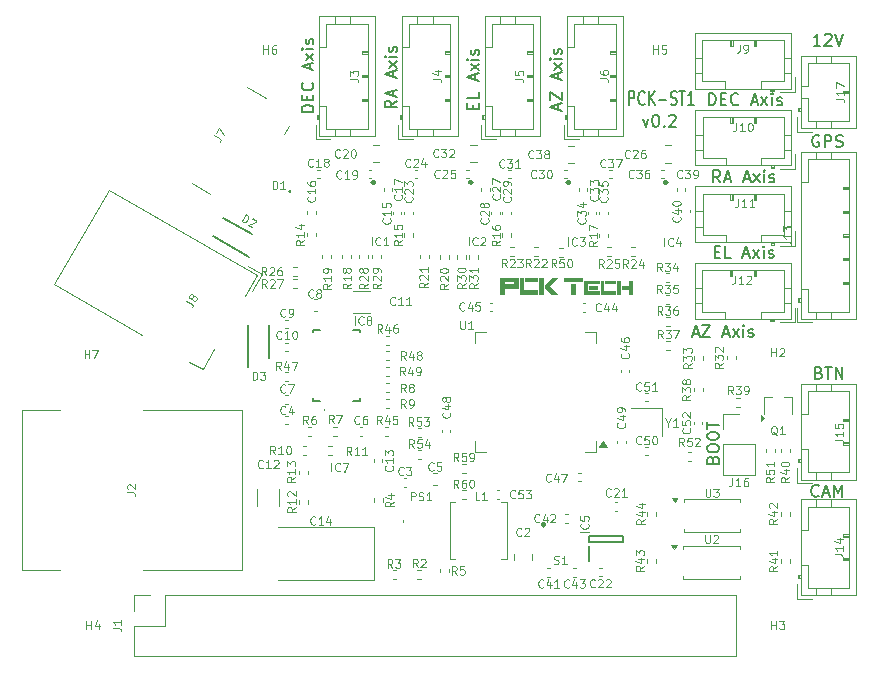
<source format=gbr>
%TF.GenerationSoftware,KiCad,Pcbnew,9.0.0*%
%TF.CreationDate,2025-07-27T15:36:47+02:00*%
%TF.ProjectId,PCK-ST1,50434b2d-5354-4312-9e6b-696361645f70,rev?*%
%TF.SameCoordinates,Original*%
%TF.FileFunction,Legend,Top*%
%TF.FilePolarity,Positive*%
%FSLAX46Y46*%
G04 Gerber Fmt 4.6, Leading zero omitted, Abs format (unit mm)*
G04 Created by KiCad (PCBNEW 9.0.0) date 2025-07-27 15:36:47*
%MOMM*%
%LPD*%
G01*
G04 APERTURE LIST*
%ADD10C,0.150000*%
%ADD11C,0.100000*%
%ADD12C,0.125000*%
%ADD13C,0.120000*%
%ADD14C,0.250000*%
%ADD15C,0.254000*%
%ADD16C,0.200000*%
G04 APERTURE END LIST*
D10*
X167583029Y-68621352D02*
X167821124Y-69288019D01*
X167821124Y-69288019D02*
X168059219Y-68621352D01*
X168630648Y-68288019D02*
X168725886Y-68288019D01*
X168725886Y-68288019D02*
X168821124Y-68335638D01*
X168821124Y-68335638D02*
X168868743Y-68383257D01*
X168868743Y-68383257D02*
X168916362Y-68478495D01*
X168916362Y-68478495D02*
X168963981Y-68668971D01*
X168963981Y-68668971D02*
X168963981Y-68907066D01*
X168963981Y-68907066D02*
X168916362Y-69097542D01*
X168916362Y-69097542D02*
X168868743Y-69192780D01*
X168868743Y-69192780D02*
X168821124Y-69240400D01*
X168821124Y-69240400D02*
X168725886Y-69288019D01*
X168725886Y-69288019D02*
X168630648Y-69288019D01*
X168630648Y-69288019D02*
X168535410Y-69240400D01*
X168535410Y-69240400D02*
X168487791Y-69192780D01*
X168487791Y-69192780D02*
X168440172Y-69097542D01*
X168440172Y-69097542D02*
X168392553Y-68907066D01*
X168392553Y-68907066D02*
X168392553Y-68668971D01*
X168392553Y-68668971D02*
X168440172Y-68478495D01*
X168440172Y-68478495D02*
X168487791Y-68383257D01*
X168487791Y-68383257D02*
X168535410Y-68335638D01*
X168535410Y-68335638D02*
X168630648Y-68288019D01*
X169392553Y-69192780D02*
X169440172Y-69240400D01*
X169440172Y-69240400D02*
X169392553Y-69288019D01*
X169392553Y-69288019D02*
X169344934Y-69240400D01*
X169344934Y-69240400D02*
X169392553Y-69192780D01*
X169392553Y-69192780D02*
X169392553Y-69288019D01*
X169821124Y-68383257D02*
X169868743Y-68335638D01*
X169868743Y-68335638D02*
X169963981Y-68288019D01*
X169963981Y-68288019D02*
X170202076Y-68288019D01*
X170202076Y-68288019D02*
X170297314Y-68335638D01*
X170297314Y-68335638D02*
X170344933Y-68383257D01*
X170344933Y-68383257D02*
X170392552Y-68478495D01*
X170392552Y-68478495D02*
X170392552Y-68573733D01*
X170392552Y-68573733D02*
X170344933Y-68716590D01*
X170344933Y-68716590D02*
X169773505Y-69288019D01*
X169773505Y-69288019D02*
X170392552Y-69288019D01*
D11*
G36*
X155483398Y-82065842D02*
G01*
X157060978Y-82065842D01*
X157060978Y-82070956D01*
X157060978Y-82998850D01*
X157055864Y-82998850D01*
X155954024Y-82998850D01*
X155954024Y-82994576D01*
X155954024Y-82603177D01*
X155959214Y-82603177D01*
X156665305Y-82603177D01*
X156665305Y-82461516D01*
X155873958Y-82461516D01*
X155873958Y-83528857D01*
X155868691Y-83528857D01*
X155478284Y-83528857D01*
X155478284Y-83523743D01*
X155478284Y-82065842D01*
X155483398Y-82065842D01*
G37*
G36*
X157155240Y-82065842D02*
G01*
X157540915Y-82065842D01*
X157540915Y-82070956D01*
X157540915Y-83130741D01*
X158732820Y-83130741D01*
X158732820Y-83135931D01*
X158732820Y-83526415D01*
X158727706Y-83526415D01*
X157150127Y-83526415D01*
X157150127Y-83521301D01*
X157150127Y-82065842D01*
X157155240Y-82065842D01*
G37*
G36*
X157633117Y-82065842D02*
G01*
X158732820Y-82065842D01*
X158732820Y-82070956D01*
X158732820Y-82456631D01*
X158727706Y-82456631D01*
X157628843Y-82456631D01*
X157628843Y-82451517D01*
X157628843Y-82065842D01*
X157633117Y-82065842D01*
G37*
G36*
X158827083Y-82065842D02*
G01*
X159212757Y-82065842D01*
X159212757Y-82070956D01*
X159212757Y-83526415D01*
X159207567Y-83526415D01*
X158821969Y-83526415D01*
X158821969Y-83521301D01*
X158821969Y-82065842D01*
X158827083Y-82065842D01*
G37*
G36*
X159867634Y-82065842D02*
G01*
X160403365Y-82065842D01*
X160403365Y-82067522D01*
X159733453Y-82796968D01*
X159733453Y-82799487D01*
X160403365Y-83531300D01*
X159867634Y-83531300D01*
X159293358Y-82905427D01*
X159293358Y-82686830D01*
X159867634Y-82065842D01*
G37*
G36*
X160930014Y-82065842D02*
G01*
X162507593Y-82065842D01*
X162507593Y-82070956D01*
X162507593Y-82456631D01*
X162502480Y-82456631D01*
X160924900Y-82456631D01*
X160924900Y-82451517D01*
X160924900Y-82065842D01*
X160930014Y-82065842D01*
G37*
G36*
X161525966Y-82598292D02*
G01*
X161911641Y-82598292D01*
X161911641Y-82601726D01*
X161911641Y-83526415D01*
X161906527Y-83526415D01*
X161520852Y-83526415D01*
X161520852Y-83521301D01*
X161520852Y-82598292D01*
X161525966Y-82598292D01*
G37*
G36*
X162601016Y-82308177D02*
G01*
X163918096Y-82308177D01*
X163918096Y-82312451D01*
X163918096Y-82637371D01*
X163913822Y-82637371D01*
X162926546Y-82637371D01*
X162926546Y-83202106D01*
X163918096Y-83202106D01*
X163918096Y-83206380D01*
X163918096Y-83531300D01*
X163913822Y-83531300D01*
X162596742Y-83531300D01*
X162596742Y-83527025D01*
X162596742Y-82308177D01*
X162601016Y-82308177D01*
G37*
G36*
X163000659Y-82757584D02*
G01*
X163778878Y-82757584D01*
X163778878Y-82761858D01*
X163778878Y-83086778D01*
X163775519Y-83086778D01*
X162997300Y-83086778D01*
X162997300Y-83083343D01*
X162997300Y-82757584D01*
X163000659Y-82757584D01*
G37*
G36*
X164011519Y-82308177D02*
G01*
X164337049Y-82308177D01*
X164337049Y-82312451D01*
X164337049Y-83202106D01*
X165331041Y-83202106D01*
X165331041Y-83206380D01*
X165331041Y-83531300D01*
X165326767Y-83531300D01*
X164007245Y-83531300D01*
X164007245Y-83527025D01*
X164007245Y-82308177D01*
X164011519Y-82308177D01*
G37*
G36*
X164411161Y-82308177D02*
G01*
X165331041Y-82308177D01*
X165331041Y-82312451D01*
X165331041Y-82637371D01*
X165326767Y-82637371D01*
X164407803Y-82637371D01*
X164407803Y-82633096D01*
X164407803Y-82308177D01*
X164411161Y-82308177D01*
G37*
G36*
X165422021Y-82310085D02*
G01*
X165747551Y-82310085D01*
X165747551Y-82314360D01*
X165747551Y-83531300D01*
X165743277Y-83531300D01*
X165417747Y-83531300D01*
X165417747Y-83527025D01*
X165417747Y-82310085D01*
X165422021Y-82310085D01*
G37*
G36*
X166414105Y-82310085D02*
G01*
X166741543Y-82310085D01*
X166741543Y-82314360D01*
X166741543Y-83531300D01*
X166737269Y-83531300D01*
X166412350Y-83531300D01*
X166412350Y-83527025D01*
X166412350Y-83086778D01*
X165816473Y-83086778D01*
X165816473Y-83083343D01*
X165816473Y-82757584D01*
X165820748Y-82757584D01*
X166410594Y-82757584D01*
X166410594Y-82310085D01*
X166414105Y-82310085D01*
G37*
D10*
X182483312Y-90125609D02*
X182626169Y-90173228D01*
X182626169Y-90173228D02*
X182673788Y-90220847D01*
X182673788Y-90220847D02*
X182721407Y-90316085D01*
X182721407Y-90316085D02*
X182721407Y-90458942D01*
X182721407Y-90458942D02*
X182673788Y-90554180D01*
X182673788Y-90554180D02*
X182626169Y-90601800D01*
X182626169Y-90601800D02*
X182530931Y-90649419D01*
X182530931Y-90649419D02*
X182149979Y-90649419D01*
X182149979Y-90649419D02*
X182149979Y-89649419D01*
X182149979Y-89649419D02*
X182483312Y-89649419D01*
X182483312Y-89649419D02*
X182578550Y-89697038D01*
X182578550Y-89697038D02*
X182626169Y-89744657D01*
X182626169Y-89744657D02*
X182673788Y-89839895D01*
X182673788Y-89839895D02*
X182673788Y-89935133D01*
X182673788Y-89935133D02*
X182626169Y-90030371D01*
X182626169Y-90030371D02*
X182578550Y-90077990D01*
X182578550Y-90077990D02*
X182483312Y-90125609D01*
X182483312Y-90125609D02*
X182149979Y-90125609D01*
X183007122Y-89649419D02*
X183578550Y-89649419D01*
X183292836Y-90649419D02*
X183292836Y-89649419D01*
X183911884Y-90649419D02*
X183911884Y-89649419D01*
X183911884Y-89649419D02*
X184483312Y-90649419D01*
X184483312Y-90649419D02*
X184483312Y-89649419D01*
X160416904Y-67833639D02*
X160416904Y-67357449D01*
X160702619Y-67928877D02*
X159702619Y-67595544D01*
X159702619Y-67595544D02*
X160702619Y-67262211D01*
X159702619Y-67024115D02*
X159702619Y-66357449D01*
X159702619Y-66357449D02*
X160702619Y-67024115D01*
X160702619Y-67024115D02*
X160702619Y-66357449D01*
X160416904Y-65262210D02*
X160416904Y-64786020D01*
X160702619Y-65357448D02*
X159702619Y-65024115D01*
X159702619Y-65024115D02*
X160702619Y-64690782D01*
X160702619Y-64452686D02*
X160035952Y-63928877D01*
X160035952Y-64452686D02*
X160702619Y-63928877D01*
X160702619Y-63547924D02*
X160035952Y-63547924D01*
X159702619Y-63547924D02*
X159750238Y-63595543D01*
X159750238Y-63595543D02*
X159797857Y-63547924D01*
X159797857Y-63547924D02*
X159750238Y-63500305D01*
X159750238Y-63500305D02*
X159702619Y-63547924D01*
X159702619Y-63547924D02*
X159797857Y-63547924D01*
X160655000Y-63119353D02*
X160702619Y-63024115D01*
X160702619Y-63024115D02*
X160702619Y-62833639D01*
X160702619Y-62833639D02*
X160655000Y-62738401D01*
X160655000Y-62738401D02*
X160559761Y-62690782D01*
X160559761Y-62690782D02*
X160512142Y-62690782D01*
X160512142Y-62690782D02*
X160416904Y-62738401D01*
X160416904Y-62738401D02*
X160369285Y-62833639D01*
X160369285Y-62833639D02*
X160369285Y-62976496D01*
X160369285Y-62976496D02*
X160321666Y-63071734D01*
X160321666Y-63071734D02*
X160226428Y-63119353D01*
X160226428Y-63119353D02*
X160178809Y-63119353D01*
X160178809Y-63119353D02*
X160083571Y-63071734D01*
X160083571Y-63071734D02*
X160035952Y-62976496D01*
X160035952Y-62976496D02*
X160035952Y-62833639D01*
X160035952Y-62833639D02*
X160083571Y-62738401D01*
X182622988Y-62430019D02*
X182051560Y-62430019D01*
X182337274Y-62430019D02*
X182337274Y-61430019D01*
X182337274Y-61430019D02*
X182242036Y-61572876D01*
X182242036Y-61572876D02*
X182146798Y-61668114D01*
X182146798Y-61668114D02*
X182051560Y-61715733D01*
X183003941Y-61525257D02*
X183051560Y-61477638D01*
X183051560Y-61477638D02*
X183146798Y-61430019D01*
X183146798Y-61430019D02*
X183384893Y-61430019D01*
X183384893Y-61430019D02*
X183480131Y-61477638D01*
X183480131Y-61477638D02*
X183527750Y-61525257D01*
X183527750Y-61525257D02*
X183575369Y-61620495D01*
X183575369Y-61620495D02*
X183575369Y-61715733D01*
X183575369Y-61715733D02*
X183527750Y-61858590D01*
X183527750Y-61858590D02*
X182956322Y-62430019D01*
X182956322Y-62430019D02*
X183575369Y-62430019D01*
X183861084Y-61430019D02*
X184194417Y-62430019D01*
X184194417Y-62430019D02*
X184527750Y-61430019D01*
X166391664Y-67440861D02*
X166391664Y-66290861D01*
X166391664Y-66290861D02*
X166715474Y-66290861D01*
X166715474Y-66290861D02*
X166796426Y-66345623D01*
X166796426Y-66345623D02*
X166836903Y-66400385D01*
X166836903Y-66400385D02*
X166877379Y-66509909D01*
X166877379Y-66509909D02*
X166877379Y-66674195D01*
X166877379Y-66674195D02*
X166836903Y-66783719D01*
X166836903Y-66783719D02*
X166796426Y-66838480D01*
X166796426Y-66838480D02*
X166715474Y-66893242D01*
X166715474Y-66893242D02*
X166391664Y-66893242D01*
X167727379Y-67331338D02*
X167686903Y-67386100D01*
X167686903Y-67386100D02*
X167565474Y-67440861D01*
X167565474Y-67440861D02*
X167484522Y-67440861D01*
X167484522Y-67440861D02*
X167363093Y-67386100D01*
X167363093Y-67386100D02*
X167282141Y-67276576D01*
X167282141Y-67276576D02*
X167241664Y-67167052D01*
X167241664Y-67167052D02*
X167201188Y-66948004D01*
X167201188Y-66948004D02*
X167201188Y-66783719D01*
X167201188Y-66783719D02*
X167241664Y-66564671D01*
X167241664Y-66564671D02*
X167282141Y-66455147D01*
X167282141Y-66455147D02*
X167363093Y-66345623D01*
X167363093Y-66345623D02*
X167484522Y-66290861D01*
X167484522Y-66290861D02*
X167565474Y-66290861D01*
X167565474Y-66290861D02*
X167686903Y-66345623D01*
X167686903Y-66345623D02*
X167727379Y-66400385D01*
X168091664Y-67440861D02*
X168091664Y-66290861D01*
X168577379Y-67440861D02*
X168213093Y-66783719D01*
X168577379Y-66290861D02*
X168091664Y-66948004D01*
X168941664Y-67002766D02*
X169589284Y-67002766D01*
X169953569Y-67386100D02*
X170074998Y-67440861D01*
X170074998Y-67440861D02*
X170277379Y-67440861D01*
X170277379Y-67440861D02*
X170358331Y-67386100D01*
X170358331Y-67386100D02*
X170398807Y-67331338D01*
X170398807Y-67331338D02*
X170439284Y-67221814D01*
X170439284Y-67221814D02*
X170439284Y-67112290D01*
X170439284Y-67112290D02*
X170398807Y-67002766D01*
X170398807Y-67002766D02*
X170358331Y-66948004D01*
X170358331Y-66948004D02*
X170277379Y-66893242D01*
X170277379Y-66893242D02*
X170115474Y-66838480D01*
X170115474Y-66838480D02*
X170034522Y-66783719D01*
X170034522Y-66783719D02*
X169994045Y-66728957D01*
X169994045Y-66728957D02*
X169953569Y-66619433D01*
X169953569Y-66619433D02*
X169953569Y-66509909D01*
X169953569Y-66509909D02*
X169994045Y-66400385D01*
X169994045Y-66400385D02*
X170034522Y-66345623D01*
X170034522Y-66345623D02*
X170115474Y-66290861D01*
X170115474Y-66290861D02*
X170317855Y-66290861D01*
X170317855Y-66290861D02*
X170439284Y-66345623D01*
X170682141Y-66290861D02*
X171167855Y-66290861D01*
X170924998Y-67440861D02*
X170924998Y-66290861D01*
X171896427Y-67440861D02*
X171410712Y-67440861D01*
X171653569Y-67440861D02*
X171653569Y-66290861D01*
X171653569Y-66290861D02*
X171572617Y-66455147D01*
X171572617Y-66455147D02*
X171491665Y-66564671D01*
X171491665Y-66564671D02*
X171410712Y-66619433D01*
X153168409Y-67760620D02*
X153168409Y-67427287D01*
X153692219Y-67284430D02*
X153692219Y-67760620D01*
X153692219Y-67760620D02*
X152692219Y-67760620D01*
X152692219Y-67760620D02*
X152692219Y-67284430D01*
X153692219Y-66379668D02*
X153692219Y-66855858D01*
X153692219Y-66855858D02*
X152692219Y-66855858D01*
X153406504Y-65332048D02*
X153406504Y-64855858D01*
X153692219Y-65427286D02*
X152692219Y-65093953D01*
X152692219Y-65093953D02*
X153692219Y-64760620D01*
X153692219Y-64522524D02*
X153025552Y-63998715D01*
X153025552Y-64522524D02*
X153692219Y-63998715D01*
X153692219Y-63617762D02*
X153025552Y-63617762D01*
X152692219Y-63617762D02*
X152739838Y-63665381D01*
X152739838Y-63665381D02*
X152787457Y-63617762D01*
X152787457Y-63617762D02*
X152739838Y-63570143D01*
X152739838Y-63570143D02*
X152692219Y-63617762D01*
X152692219Y-63617762D02*
X152787457Y-63617762D01*
X153644600Y-63189191D02*
X153692219Y-63093953D01*
X153692219Y-63093953D02*
X153692219Y-62903477D01*
X153692219Y-62903477D02*
X153644600Y-62808239D01*
X153644600Y-62808239D02*
X153549361Y-62760620D01*
X153549361Y-62760620D02*
X153501742Y-62760620D01*
X153501742Y-62760620D02*
X153406504Y-62808239D01*
X153406504Y-62808239D02*
X153358885Y-62903477D01*
X153358885Y-62903477D02*
X153358885Y-63046334D01*
X153358885Y-63046334D02*
X153311266Y-63141572D01*
X153311266Y-63141572D02*
X153216028Y-63189191D01*
X153216028Y-63189191D02*
X153168409Y-63189191D01*
X153168409Y-63189191D02*
X153073171Y-63141572D01*
X153073171Y-63141572D02*
X153025552Y-63046334D01*
X153025552Y-63046334D02*
X153025552Y-62903477D01*
X153025552Y-62903477D02*
X153073171Y-62808239D01*
X171815360Y-86807704D02*
X172291550Y-86807704D01*
X171720122Y-87093419D02*
X172053455Y-86093419D01*
X172053455Y-86093419D02*
X172386788Y-87093419D01*
X172624884Y-86093419D02*
X173291550Y-86093419D01*
X173291550Y-86093419D02*
X172624884Y-87093419D01*
X172624884Y-87093419D02*
X173291550Y-87093419D01*
X174386789Y-86807704D02*
X174862979Y-86807704D01*
X174291551Y-87093419D02*
X174624884Y-86093419D01*
X174624884Y-86093419D02*
X174958217Y-87093419D01*
X175196313Y-87093419D02*
X175720122Y-86426752D01*
X175196313Y-86426752D02*
X175720122Y-87093419D01*
X176101075Y-87093419D02*
X176101075Y-86426752D01*
X176101075Y-86093419D02*
X176053456Y-86141038D01*
X176053456Y-86141038D02*
X176101075Y-86188657D01*
X176101075Y-86188657D02*
X176148694Y-86141038D01*
X176148694Y-86141038D02*
X176101075Y-86093419D01*
X176101075Y-86093419D02*
X176101075Y-86188657D01*
X176529646Y-87045800D02*
X176624884Y-87093419D01*
X176624884Y-87093419D02*
X176815360Y-87093419D01*
X176815360Y-87093419D02*
X176910598Y-87045800D01*
X176910598Y-87045800D02*
X176958217Y-86950561D01*
X176958217Y-86950561D02*
X176958217Y-86902942D01*
X176958217Y-86902942D02*
X176910598Y-86807704D01*
X176910598Y-86807704D02*
X176815360Y-86760085D01*
X176815360Y-86760085D02*
X176672503Y-86760085D01*
X176672503Y-86760085D02*
X176577265Y-86712466D01*
X176577265Y-86712466D02*
X176529646Y-86617228D01*
X176529646Y-86617228D02*
X176529646Y-86569609D01*
X176529646Y-86569609D02*
X176577265Y-86474371D01*
X176577265Y-86474371D02*
X176672503Y-86426752D01*
X176672503Y-86426752D02*
X176815360Y-86426752D01*
X176815360Y-86426752D02*
X176910598Y-86474371D01*
X139696819Y-68040020D02*
X138696819Y-68040020D01*
X138696819Y-68040020D02*
X138696819Y-67801925D01*
X138696819Y-67801925D02*
X138744438Y-67659068D01*
X138744438Y-67659068D02*
X138839676Y-67563830D01*
X138839676Y-67563830D02*
X138934914Y-67516211D01*
X138934914Y-67516211D02*
X139125390Y-67468592D01*
X139125390Y-67468592D02*
X139268247Y-67468592D01*
X139268247Y-67468592D02*
X139458723Y-67516211D01*
X139458723Y-67516211D02*
X139553961Y-67563830D01*
X139553961Y-67563830D02*
X139649200Y-67659068D01*
X139649200Y-67659068D02*
X139696819Y-67801925D01*
X139696819Y-67801925D02*
X139696819Y-68040020D01*
X139173009Y-67040020D02*
X139173009Y-66706687D01*
X139696819Y-66563830D02*
X139696819Y-67040020D01*
X139696819Y-67040020D02*
X138696819Y-67040020D01*
X138696819Y-67040020D02*
X138696819Y-66563830D01*
X139601580Y-65563830D02*
X139649200Y-65611449D01*
X139649200Y-65611449D02*
X139696819Y-65754306D01*
X139696819Y-65754306D02*
X139696819Y-65849544D01*
X139696819Y-65849544D02*
X139649200Y-65992401D01*
X139649200Y-65992401D02*
X139553961Y-66087639D01*
X139553961Y-66087639D02*
X139458723Y-66135258D01*
X139458723Y-66135258D02*
X139268247Y-66182877D01*
X139268247Y-66182877D02*
X139125390Y-66182877D01*
X139125390Y-66182877D02*
X138934914Y-66135258D01*
X138934914Y-66135258D02*
X138839676Y-66087639D01*
X138839676Y-66087639D02*
X138744438Y-65992401D01*
X138744438Y-65992401D02*
X138696819Y-65849544D01*
X138696819Y-65849544D02*
X138696819Y-65754306D01*
X138696819Y-65754306D02*
X138744438Y-65611449D01*
X138744438Y-65611449D02*
X138792057Y-65563830D01*
X139411104Y-64420972D02*
X139411104Y-63944782D01*
X139696819Y-64516210D02*
X138696819Y-64182877D01*
X138696819Y-64182877D02*
X139696819Y-63849544D01*
X139696819Y-63611448D02*
X139030152Y-63087639D01*
X139030152Y-63611448D02*
X139696819Y-63087639D01*
X139696819Y-62706686D02*
X139030152Y-62706686D01*
X138696819Y-62706686D02*
X138744438Y-62754305D01*
X138744438Y-62754305D02*
X138792057Y-62706686D01*
X138792057Y-62706686D02*
X138744438Y-62659067D01*
X138744438Y-62659067D02*
X138696819Y-62706686D01*
X138696819Y-62706686D02*
X138792057Y-62706686D01*
X139649200Y-62278115D02*
X139696819Y-62182877D01*
X139696819Y-62182877D02*
X139696819Y-61992401D01*
X139696819Y-61992401D02*
X139649200Y-61897163D01*
X139649200Y-61897163D02*
X139553961Y-61849544D01*
X139553961Y-61849544D02*
X139506342Y-61849544D01*
X139506342Y-61849544D02*
X139411104Y-61897163D01*
X139411104Y-61897163D02*
X139363485Y-61992401D01*
X139363485Y-61992401D02*
X139363485Y-62135258D01*
X139363485Y-62135258D02*
X139315866Y-62230496D01*
X139315866Y-62230496D02*
X139220628Y-62278115D01*
X139220628Y-62278115D02*
X139173009Y-62278115D01*
X139173009Y-62278115D02*
X139077771Y-62230496D01*
X139077771Y-62230496D02*
X139030152Y-62135258D01*
X139030152Y-62135258D02*
X139030152Y-61992401D01*
X139030152Y-61992401D02*
X139077771Y-61897163D01*
X173666379Y-79864009D02*
X173999712Y-79864009D01*
X174142569Y-80387819D02*
X173666379Y-80387819D01*
X173666379Y-80387819D02*
X173666379Y-79387819D01*
X173666379Y-79387819D02*
X174142569Y-79387819D01*
X175047331Y-80387819D02*
X174571141Y-80387819D01*
X174571141Y-80387819D02*
X174571141Y-79387819D01*
X176094951Y-80102104D02*
X176571141Y-80102104D01*
X175999713Y-80387819D02*
X176333046Y-79387819D01*
X176333046Y-79387819D02*
X176666379Y-80387819D01*
X176904475Y-80387819D02*
X177428284Y-79721152D01*
X176904475Y-79721152D02*
X177428284Y-80387819D01*
X177809237Y-80387819D02*
X177809237Y-79721152D01*
X177809237Y-79387819D02*
X177761618Y-79435438D01*
X177761618Y-79435438D02*
X177809237Y-79483057D01*
X177809237Y-79483057D02*
X177856856Y-79435438D01*
X177856856Y-79435438D02*
X177809237Y-79387819D01*
X177809237Y-79387819D02*
X177809237Y-79483057D01*
X178237808Y-80340200D02*
X178333046Y-80387819D01*
X178333046Y-80387819D02*
X178523522Y-80387819D01*
X178523522Y-80387819D02*
X178618760Y-80340200D01*
X178618760Y-80340200D02*
X178666379Y-80244961D01*
X178666379Y-80244961D02*
X178666379Y-80197342D01*
X178666379Y-80197342D02*
X178618760Y-80102104D01*
X178618760Y-80102104D02*
X178523522Y-80054485D01*
X178523522Y-80054485D02*
X178380665Y-80054485D01*
X178380665Y-80054485D02*
X178285427Y-80006866D01*
X178285427Y-80006866D02*
X178237808Y-79911628D01*
X178237808Y-79911628D02*
X178237808Y-79864009D01*
X178237808Y-79864009D02*
X178285427Y-79768771D01*
X178285427Y-79768771D02*
X178380665Y-79721152D01*
X178380665Y-79721152D02*
X178523522Y-79721152D01*
X178523522Y-79721152D02*
X178618760Y-79768771D01*
X146732619Y-67087592D02*
X146256428Y-67420925D01*
X146732619Y-67659020D02*
X145732619Y-67659020D01*
X145732619Y-67659020D02*
X145732619Y-67278068D01*
X145732619Y-67278068D02*
X145780238Y-67182830D01*
X145780238Y-67182830D02*
X145827857Y-67135211D01*
X145827857Y-67135211D02*
X145923095Y-67087592D01*
X145923095Y-67087592D02*
X146065952Y-67087592D01*
X146065952Y-67087592D02*
X146161190Y-67135211D01*
X146161190Y-67135211D02*
X146208809Y-67182830D01*
X146208809Y-67182830D02*
X146256428Y-67278068D01*
X146256428Y-67278068D02*
X146256428Y-67659020D01*
X146446904Y-66706639D02*
X146446904Y-66230449D01*
X146732619Y-66801877D02*
X145732619Y-66468544D01*
X145732619Y-66468544D02*
X146732619Y-66135211D01*
X146446904Y-65087591D02*
X146446904Y-64611401D01*
X146732619Y-65182829D02*
X145732619Y-64849496D01*
X145732619Y-64849496D02*
X146732619Y-64516163D01*
X146732619Y-64278067D02*
X146065952Y-63754258D01*
X146065952Y-64278067D02*
X146732619Y-63754258D01*
X146732619Y-63373305D02*
X146065952Y-63373305D01*
X145732619Y-63373305D02*
X145780238Y-63420924D01*
X145780238Y-63420924D02*
X145827857Y-63373305D01*
X145827857Y-63373305D02*
X145780238Y-63325686D01*
X145780238Y-63325686D02*
X145732619Y-63373305D01*
X145732619Y-63373305D02*
X145827857Y-63373305D01*
X146685000Y-62944734D02*
X146732619Y-62849496D01*
X146732619Y-62849496D02*
X146732619Y-62659020D01*
X146732619Y-62659020D02*
X146685000Y-62563782D01*
X146685000Y-62563782D02*
X146589761Y-62516163D01*
X146589761Y-62516163D02*
X146542142Y-62516163D01*
X146542142Y-62516163D02*
X146446904Y-62563782D01*
X146446904Y-62563782D02*
X146399285Y-62659020D01*
X146399285Y-62659020D02*
X146399285Y-62801877D01*
X146399285Y-62801877D02*
X146351666Y-62897115D01*
X146351666Y-62897115D02*
X146256428Y-62944734D01*
X146256428Y-62944734D02*
X146208809Y-62944734D01*
X146208809Y-62944734D02*
X146113571Y-62897115D01*
X146113571Y-62897115D02*
X146065952Y-62801877D01*
X146065952Y-62801877D02*
X146065952Y-62659020D01*
X146065952Y-62659020D02*
X146113571Y-62563782D01*
X182467407Y-100510980D02*
X182419788Y-100558600D01*
X182419788Y-100558600D02*
X182276931Y-100606219D01*
X182276931Y-100606219D02*
X182181693Y-100606219D01*
X182181693Y-100606219D02*
X182038836Y-100558600D01*
X182038836Y-100558600D02*
X181943598Y-100463361D01*
X181943598Y-100463361D02*
X181895979Y-100368123D01*
X181895979Y-100368123D02*
X181848360Y-100177647D01*
X181848360Y-100177647D02*
X181848360Y-100034790D01*
X181848360Y-100034790D02*
X181895979Y-99844314D01*
X181895979Y-99844314D02*
X181943598Y-99749076D01*
X181943598Y-99749076D02*
X182038836Y-99653838D01*
X182038836Y-99653838D02*
X182181693Y-99606219D01*
X182181693Y-99606219D02*
X182276931Y-99606219D01*
X182276931Y-99606219D02*
X182419788Y-99653838D01*
X182419788Y-99653838D02*
X182467407Y-99701457D01*
X182848360Y-100320504D02*
X183324550Y-100320504D01*
X182753122Y-100606219D02*
X183086455Y-99606219D01*
X183086455Y-99606219D02*
X183419788Y-100606219D01*
X183753122Y-100606219D02*
X183753122Y-99606219D01*
X183753122Y-99606219D02*
X184086455Y-100320504D01*
X184086455Y-100320504D02*
X184419788Y-99606219D01*
X184419788Y-99606219D02*
X184419788Y-100606219D01*
X173183779Y-67459219D02*
X173183779Y-66459219D01*
X173183779Y-66459219D02*
X173421874Y-66459219D01*
X173421874Y-66459219D02*
X173564731Y-66506838D01*
X173564731Y-66506838D02*
X173659969Y-66602076D01*
X173659969Y-66602076D02*
X173707588Y-66697314D01*
X173707588Y-66697314D02*
X173755207Y-66887790D01*
X173755207Y-66887790D02*
X173755207Y-67030647D01*
X173755207Y-67030647D02*
X173707588Y-67221123D01*
X173707588Y-67221123D02*
X173659969Y-67316361D01*
X173659969Y-67316361D02*
X173564731Y-67411600D01*
X173564731Y-67411600D02*
X173421874Y-67459219D01*
X173421874Y-67459219D02*
X173183779Y-67459219D01*
X174183779Y-66935409D02*
X174517112Y-66935409D01*
X174659969Y-67459219D02*
X174183779Y-67459219D01*
X174183779Y-67459219D02*
X174183779Y-66459219D01*
X174183779Y-66459219D02*
X174659969Y-66459219D01*
X175659969Y-67363980D02*
X175612350Y-67411600D01*
X175612350Y-67411600D02*
X175469493Y-67459219D01*
X175469493Y-67459219D02*
X175374255Y-67459219D01*
X175374255Y-67459219D02*
X175231398Y-67411600D01*
X175231398Y-67411600D02*
X175136160Y-67316361D01*
X175136160Y-67316361D02*
X175088541Y-67221123D01*
X175088541Y-67221123D02*
X175040922Y-67030647D01*
X175040922Y-67030647D02*
X175040922Y-66887790D01*
X175040922Y-66887790D02*
X175088541Y-66697314D01*
X175088541Y-66697314D02*
X175136160Y-66602076D01*
X175136160Y-66602076D02*
X175231398Y-66506838D01*
X175231398Y-66506838D02*
X175374255Y-66459219D01*
X175374255Y-66459219D02*
X175469493Y-66459219D01*
X175469493Y-66459219D02*
X175612350Y-66506838D01*
X175612350Y-66506838D02*
X175659969Y-66554457D01*
X176802827Y-67173504D02*
X177279017Y-67173504D01*
X176707589Y-67459219D02*
X177040922Y-66459219D01*
X177040922Y-66459219D02*
X177374255Y-67459219D01*
X177612351Y-67459219D02*
X178136160Y-66792552D01*
X177612351Y-66792552D02*
X178136160Y-67459219D01*
X178517113Y-67459219D02*
X178517113Y-66792552D01*
X178517113Y-66459219D02*
X178469494Y-66506838D01*
X178469494Y-66506838D02*
X178517113Y-66554457D01*
X178517113Y-66554457D02*
X178564732Y-66506838D01*
X178564732Y-66506838D02*
X178517113Y-66459219D01*
X178517113Y-66459219D02*
X178517113Y-66554457D01*
X178945684Y-67411600D02*
X179040922Y-67459219D01*
X179040922Y-67459219D02*
X179231398Y-67459219D01*
X179231398Y-67459219D02*
X179326636Y-67411600D01*
X179326636Y-67411600D02*
X179374255Y-67316361D01*
X179374255Y-67316361D02*
X179374255Y-67268742D01*
X179374255Y-67268742D02*
X179326636Y-67173504D01*
X179326636Y-67173504D02*
X179231398Y-67125885D01*
X179231398Y-67125885D02*
X179088541Y-67125885D01*
X179088541Y-67125885D02*
X178993303Y-67078266D01*
X178993303Y-67078266D02*
X178945684Y-66983028D01*
X178945684Y-66983028D02*
X178945684Y-66935409D01*
X178945684Y-66935409D02*
X178993303Y-66840171D01*
X178993303Y-66840171D02*
X179088541Y-66792552D01*
X179088541Y-66792552D02*
X179231398Y-66792552D01*
X179231398Y-66792552D02*
X179326636Y-66840171D01*
X182495988Y-70037438D02*
X182400750Y-69989819D01*
X182400750Y-69989819D02*
X182257893Y-69989819D01*
X182257893Y-69989819D02*
X182115036Y-70037438D01*
X182115036Y-70037438D02*
X182019798Y-70132676D01*
X182019798Y-70132676D02*
X181972179Y-70227914D01*
X181972179Y-70227914D02*
X181924560Y-70418390D01*
X181924560Y-70418390D02*
X181924560Y-70561247D01*
X181924560Y-70561247D02*
X181972179Y-70751723D01*
X181972179Y-70751723D02*
X182019798Y-70846961D01*
X182019798Y-70846961D02*
X182115036Y-70942200D01*
X182115036Y-70942200D02*
X182257893Y-70989819D01*
X182257893Y-70989819D02*
X182353131Y-70989819D01*
X182353131Y-70989819D02*
X182495988Y-70942200D01*
X182495988Y-70942200D02*
X182543607Y-70894580D01*
X182543607Y-70894580D02*
X182543607Y-70561247D01*
X182543607Y-70561247D02*
X182353131Y-70561247D01*
X182972179Y-70989819D02*
X182972179Y-69989819D01*
X182972179Y-69989819D02*
X183353131Y-69989819D01*
X183353131Y-69989819D02*
X183448369Y-70037438D01*
X183448369Y-70037438D02*
X183495988Y-70085057D01*
X183495988Y-70085057D02*
X183543607Y-70180295D01*
X183543607Y-70180295D02*
X183543607Y-70323152D01*
X183543607Y-70323152D02*
X183495988Y-70418390D01*
X183495988Y-70418390D02*
X183448369Y-70466009D01*
X183448369Y-70466009D02*
X183353131Y-70513628D01*
X183353131Y-70513628D02*
X182972179Y-70513628D01*
X183924560Y-70942200D02*
X184067417Y-70989819D01*
X184067417Y-70989819D02*
X184305512Y-70989819D01*
X184305512Y-70989819D02*
X184400750Y-70942200D01*
X184400750Y-70942200D02*
X184448369Y-70894580D01*
X184448369Y-70894580D02*
X184495988Y-70799342D01*
X184495988Y-70799342D02*
X184495988Y-70704104D01*
X184495988Y-70704104D02*
X184448369Y-70608866D01*
X184448369Y-70608866D02*
X184400750Y-70561247D01*
X184400750Y-70561247D02*
X184305512Y-70513628D01*
X184305512Y-70513628D02*
X184115036Y-70466009D01*
X184115036Y-70466009D02*
X184019798Y-70418390D01*
X184019798Y-70418390D02*
X183972179Y-70370771D01*
X183972179Y-70370771D02*
X183924560Y-70275533D01*
X183924560Y-70275533D02*
X183924560Y-70180295D01*
X183924560Y-70180295D02*
X183972179Y-70085057D01*
X183972179Y-70085057D02*
X184019798Y-70037438D01*
X184019798Y-70037438D02*
X184115036Y-69989819D01*
X184115036Y-69989819D02*
X184353131Y-69989819D01*
X184353131Y-69989819D02*
X184495988Y-70037438D01*
X174136207Y-73987019D02*
X173802874Y-73510828D01*
X173564779Y-73987019D02*
X173564779Y-72987019D01*
X173564779Y-72987019D02*
X173945731Y-72987019D01*
X173945731Y-72987019D02*
X174040969Y-73034638D01*
X174040969Y-73034638D02*
X174088588Y-73082257D01*
X174088588Y-73082257D02*
X174136207Y-73177495D01*
X174136207Y-73177495D02*
X174136207Y-73320352D01*
X174136207Y-73320352D02*
X174088588Y-73415590D01*
X174088588Y-73415590D02*
X174040969Y-73463209D01*
X174040969Y-73463209D02*
X173945731Y-73510828D01*
X173945731Y-73510828D02*
X173564779Y-73510828D01*
X174517160Y-73701304D02*
X174993350Y-73701304D01*
X174421922Y-73987019D02*
X174755255Y-72987019D01*
X174755255Y-72987019D02*
X175088588Y-73987019D01*
X176136208Y-73701304D02*
X176612398Y-73701304D01*
X176040970Y-73987019D02*
X176374303Y-72987019D01*
X176374303Y-72987019D02*
X176707636Y-73987019D01*
X176945732Y-73987019D02*
X177469541Y-73320352D01*
X176945732Y-73320352D02*
X177469541Y-73987019D01*
X177850494Y-73987019D02*
X177850494Y-73320352D01*
X177850494Y-72987019D02*
X177802875Y-73034638D01*
X177802875Y-73034638D02*
X177850494Y-73082257D01*
X177850494Y-73082257D02*
X177898113Y-73034638D01*
X177898113Y-73034638D02*
X177850494Y-72987019D01*
X177850494Y-72987019D02*
X177850494Y-73082257D01*
X178279065Y-73939400D02*
X178374303Y-73987019D01*
X178374303Y-73987019D02*
X178564779Y-73987019D01*
X178564779Y-73987019D02*
X178660017Y-73939400D01*
X178660017Y-73939400D02*
X178707636Y-73844161D01*
X178707636Y-73844161D02*
X178707636Y-73796542D01*
X178707636Y-73796542D02*
X178660017Y-73701304D01*
X178660017Y-73701304D02*
X178564779Y-73653685D01*
X178564779Y-73653685D02*
X178421922Y-73653685D01*
X178421922Y-73653685D02*
X178326684Y-73606066D01*
X178326684Y-73606066D02*
X178279065Y-73510828D01*
X178279065Y-73510828D02*
X178279065Y-73463209D01*
X178279065Y-73463209D02*
X178326684Y-73367971D01*
X178326684Y-73367971D02*
X178421922Y-73320352D01*
X178421922Y-73320352D02*
X178564779Y-73320352D01*
X178564779Y-73320352D02*
X178660017Y-73367971D01*
X173513809Y-97470487D02*
X173561428Y-97327630D01*
X173561428Y-97327630D02*
X173609047Y-97280011D01*
X173609047Y-97280011D02*
X173704285Y-97232392D01*
X173704285Y-97232392D02*
X173847142Y-97232392D01*
X173847142Y-97232392D02*
X173942380Y-97280011D01*
X173942380Y-97280011D02*
X173990000Y-97327630D01*
X173990000Y-97327630D02*
X174037619Y-97422868D01*
X174037619Y-97422868D02*
X174037619Y-97803820D01*
X174037619Y-97803820D02*
X173037619Y-97803820D01*
X173037619Y-97803820D02*
X173037619Y-97470487D01*
X173037619Y-97470487D02*
X173085238Y-97375249D01*
X173085238Y-97375249D02*
X173132857Y-97327630D01*
X173132857Y-97327630D02*
X173228095Y-97280011D01*
X173228095Y-97280011D02*
X173323333Y-97280011D01*
X173323333Y-97280011D02*
X173418571Y-97327630D01*
X173418571Y-97327630D02*
X173466190Y-97375249D01*
X173466190Y-97375249D02*
X173513809Y-97470487D01*
X173513809Y-97470487D02*
X173513809Y-97803820D01*
X173037619Y-96613344D02*
X173037619Y-96422868D01*
X173037619Y-96422868D02*
X173085238Y-96327630D01*
X173085238Y-96327630D02*
X173180476Y-96232392D01*
X173180476Y-96232392D02*
X173370952Y-96184773D01*
X173370952Y-96184773D02*
X173704285Y-96184773D01*
X173704285Y-96184773D02*
X173894761Y-96232392D01*
X173894761Y-96232392D02*
X173990000Y-96327630D01*
X173990000Y-96327630D02*
X174037619Y-96422868D01*
X174037619Y-96422868D02*
X174037619Y-96613344D01*
X174037619Y-96613344D02*
X173990000Y-96708582D01*
X173990000Y-96708582D02*
X173894761Y-96803820D01*
X173894761Y-96803820D02*
X173704285Y-96851439D01*
X173704285Y-96851439D02*
X173370952Y-96851439D01*
X173370952Y-96851439D02*
X173180476Y-96803820D01*
X173180476Y-96803820D02*
X173085238Y-96708582D01*
X173085238Y-96708582D02*
X173037619Y-96613344D01*
X173037619Y-95565725D02*
X173037619Y-95375249D01*
X173037619Y-95375249D02*
X173085238Y-95280011D01*
X173085238Y-95280011D02*
X173180476Y-95184773D01*
X173180476Y-95184773D02*
X173370952Y-95137154D01*
X173370952Y-95137154D02*
X173704285Y-95137154D01*
X173704285Y-95137154D02*
X173894761Y-95184773D01*
X173894761Y-95184773D02*
X173990000Y-95280011D01*
X173990000Y-95280011D02*
X174037619Y-95375249D01*
X174037619Y-95375249D02*
X174037619Y-95565725D01*
X174037619Y-95565725D02*
X173990000Y-95660963D01*
X173990000Y-95660963D02*
X173894761Y-95756201D01*
X173894761Y-95756201D02*
X173704285Y-95803820D01*
X173704285Y-95803820D02*
X173370952Y-95803820D01*
X173370952Y-95803820D02*
X173180476Y-95756201D01*
X173180476Y-95756201D02*
X173085238Y-95660963D01*
X173085238Y-95660963D02*
X173037619Y-95565725D01*
X173037619Y-94851439D02*
X173037619Y-94280011D01*
X174037619Y-94565725D02*
X173037619Y-94565725D01*
D12*
X151975399Y-99859933D02*
X151742066Y-99526600D01*
X151575399Y-99859933D02*
X151575399Y-99159933D01*
X151575399Y-99159933D02*
X151842066Y-99159933D01*
X151842066Y-99159933D02*
X151908733Y-99193266D01*
X151908733Y-99193266D02*
X151942066Y-99226600D01*
X151942066Y-99226600D02*
X151975399Y-99293266D01*
X151975399Y-99293266D02*
X151975399Y-99393266D01*
X151975399Y-99393266D02*
X151942066Y-99459933D01*
X151942066Y-99459933D02*
X151908733Y-99493266D01*
X151908733Y-99493266D02*
X151842066Y-99526600D01*
X151842066Y-99526600D02*
X151575399Y-99526600D01*
X152575399Y-99159933D02*
X152442066Y-99159933D01*
X152442066Y-99159933D02*
X152375399Y-99193266D01*
X152375399Y-99193266D02*
X152342066Y-99226600D01*
X152342066Y-99226600D02*
X152275399Y-99326600D01*
X152275399Y-99326600D02*
X152242066Y-99459933D01*
X152242066Y-99459933D02*
X152242066Y-99726600D01*
X152242066Y-99726600D02*
X152275399Y-99793266D01*
X152275399Y-99793266D02*
X152308733Y-99826600D01*
X152308733Y-99826600D02*
X152375399Y-99859933D01*
X152375399Y-99859933D02*
X152508733Y-99859933D01*
X152508733Y-99859933D02*
X152575399Y-99826600D01*
X152575399Y-99826600D02*
X152608733Y-99793266D01*
X152608733Y-99793266D02*
X152642066Y-99726600D01*
X152642066Y-99726600D02*
X152642066Y-99559933D01*
X152642066Y-99559933D02*
X152608733Y-99493266D01*
X152608733Y-99493266D02*
X152575399Y-99459933D01*
X152575399Y-99459933D02*
X152508733Y-99426600D01*
X152508733Y-99426600D02*
X152375399Y-99426600D01*
X152375399Y-99426600D02*
X152308733Y-99459933D01*
X152308733Y-99459933D02*
X152275399Y-99493266D01*
X152275399Y-99493266D02*
X152242066Y-99559933D01*
X153075400Y-99159933D02*
X153142066Y-99159933D01*
X153142066Y-99159933D02*
X153208733Y-99193266D01*
X153208733Y-99193266D02*
X153242066Y-99226600D01*
X153242066Y-99226600D02*
X153275400Y-99293266D01*
X153275400Y-99293266D02*
X153308733Y-99426600D01*
X153308733Y-99426600D02*
X153308733Y-99593266D01*
X153308733Y-99593266D02*
X153275400Y-99726600D01*
X153275400Y-99726600D02*
X153242066Y-99793266D01*
X153242066Y-99793266D02*
X153208733Y-99826600D01*
X153208733Y-99826600D02*
X153142066Y-99859933D01*
X153142066Y-99859933D02*
X153075400Y-99859933D01*
X153075400Y-99859933D02*
X153008733Y-99826600D01*
X153008733Y-99826600D02*
X152975400Y-99793266D01*
X152975400Y-99793266D02*
X152942066Y-99726600D01*
X152942066Y-99726600D02*
X152908733Y-99593266D01*
X152908733Y-99593266D02*
X152908733Y-99426600D01*
X152908733Y-99426600D02*
X152942066Y-99293266D01*
X152942066Y-99293266D02*
X152975400Y-99226600D01*
X152975400Y-99226600D02*
X153008733Y-99193266D01*
X153008733Y-99193266D02*
X153075400Y-99159933D01*
X151975399Y-97599333D02*
X151742066Y-97266000D01*
X151575399Y-97599333D02*
X151575399Y-96899333D01*
X151575399Y-96899333D02*
X151842066Y-96899333D01*
X151842066Y-96899333D02*
X151908733Y-96932666D01*
X151908733Y-96932666D02*
X151942066Y-96966000D01*
X151942066Y-96966000D02*
X151975399Y-97032666D01*
X151975399Y-97032666D02*
X151975399Y-97132666D01*
X151975399Y-97132666D02*
X151942066Y-97199333D01*
X151942066Y-97199333D02*
X151908733Y-97232666D01*
X151908733Y-97232666D02*
X151842066Y-97266000D01*
X151842066Y-97266000D02*
X151575399Y-97266000D01*
X152608733Y-96899333D02*
X152275399Y-96899333D01*
X152275399Y-96899333D02*
X152242066Y-97232666D01*
X152242066Y-97232666D02*
X152275399Y-97199333D01*
X152275399Y-97199333D02*
X152342066Y-97166000D01*
X152342066Y-97166000D02*
X152508733Y-97166000D01*
X152508733Y-97166000D02*
X152575399Y-97199333D01*
X152575399Y-97199333D02*
X152608733Y-97232666D01*
X152608733Y-97232666D02*
X152642066Y-97299333D01*
X152642066Y-97299333D02*
X152642066Y-97466000D01*
X152642066Y-97466000D02*
X152608733Y-97532666D01*
X152608733Y-97532666D02*
X152575399Y-97566000D01*
X152575399Y-97566000D02*
X152508733Y-97599333D01*
X152508733Y-97599333D02*
X152342066Y-97599333D01*
X152342066Y-97599333D02*
X152275399Y-97566000D01*
X152275399Y-97566000D02*
X152242066Y-97532666D01*
X152975400Y-97599333D02*
X153108733Y-97599333D01*
X153108733Y-97599333D02*
X153175400Y-97566000D01*
X153175400Y-97566000D02*
X153208733Y-97532666D01*
X153208733Y-97532666D02*
X153275400Y-97432666D01*
X153275400Y-97432666D02*
X153308733Y-97299333D01*
X153308733Y-97299333D02*
X153308733Y-97032666D01*
X153308733Y-97032666D02*
X153275400Y-96966000D01*
X153275400Y-96966000D02*
X153242066Y-96932666D01*
X153242066Y-96932666D02*
X153175400Y-96899333D01*
X153175400Y-96899333D02*
X153042066Y-96899333D01*
X153042066Y-96899333D02*
X152975400Y-96932666D01*
X152975400Y-96932666D02*
X152942066Y-96966000D01*
X152942066Y-96966000D02*
X152908733Y-97032666D01*
X152908733Y-97032666D02*
X152908733Y-97199333D01*
X152908733Y-97199333D02*
X152942066Y-97266000D01*
X152942066Y-97266000D02*
X152975400Y-97299333D01*
X152975400Y-97299333D02*
X153042066Y-97332666D01*
X153042066Y-97332666D02*
X153175400Y-97332666D01*
X153175400Y-97332666D02*
X153242066Y-97299333D01*
X153242066Y-97299333D02*
X153275400Y-97266000D01*
X153275400Y-97266000D02*
X153308733Y-97199333D01*
X156775999Y-100682266D02*
X156742666Y-100715600D01*
X156742666Y-100715600D02*
X156642666Y-100748933D01*
X156642666Y-100748933D02*
X156575999Y-100748933D01*
X156575999Y-100748933D02*
X156475999Y-100715600D01*
X156475999Y-100715600D02*
X156409333Y-100648933D01*
X156409333Y-100648933D02*
X156375999Y-100582266D01*
X156375999Y-100582266D02*
X156342666Y-100448933D01*
X156342666Y-100448933D02*
X156342666Y-100348933D01*
X156342666Y-100348933D02*
X156375999Y-100215600D01*
X156375999Y-100215600D02*
X156409333Y-100148933D01*
X156409333Y-100148933D02*
X156475999Y-100082266D01*
X156475999Y-100082266D02*
X156575999Y-100048933D01*
X156575999Y-100048933D02*
X156642666Y-100048933D01*
X156642666Y-100048933D02*
X156742666Y-100082266D01*
X156742666Y-100082266D02*
X156775999Y-100115600D01*
X157409333Y-100048933D02*
X157075999Y-100048933D01*
X157075999Y-100048933D02*
X157042666Y-100382266D01*
X157042666Y-100382266D02*
X157075999Y-100348933D01*
X157075999Y-100348933D02*
X157142666Y-100315600D01*
X157142666Y-100315600D02*
X157309333Y-100315600D01*
X157309333Y-100315600D02*
X157375999Y-100348933D01*
X157375999Y-100348933D02*
X157409333Y-100382266D01*
X157409333Y-100382266D02*
X157442666Y-100448933D01*
X157442666Y-100448933D02*
X157442666Y-100615600D01*
X157442666Y-100615600D02*
X157409333Y-100682266D01*
X157409333Y-100682266D02*
X157375999Y-100715600D01*
X157375999Y-100715600D02*
X157309333Y-100748933D01*
X157309333Y-100748933D02*
X157142666Y-100748933D01*
X157142666Y-100748933D02*
X157075999Y-100715600D01*
X157075999Y-100715600D02*
X157042666Y-100682266D01*
X157676000Y-100048933D02*
X158109333Y-100048933D01*
X158109333Y-100048933D02*
X157876000Y-100315600D01*
X157876000Y-100315600D02*
X157976000Y-100315600D01*
X157976000Y-100315600D02*
X158042666Y-100348933D01*
X158042666Y-100348933D02*
X158076000Y-100382266D01*
X158076000Y-100382266D02*
X158109333Y-100448933D01*
X158109333Y-100448933D02*
X158109333Y-100615600D01*
X158109333Y-100615600D02*
X158076000Y-100682266D01*
X158076000Y-100682266D02*
X158042666Y-100715600D01*
X158042666Y-100715600D02*
X157976000Y-100748933D01*
X157976000Y-100748933D02*
X157776000Y-100748933D01*
X157776000Y-100748933D02*
X157709333Y-100715600D01*
X157709333Y-100715600D02*
X157676000Y-100682266D01*
X141226466Y-98462933D02*
X141226466Y-97762933D01*
X141959799Y-98396266D02*
X141926466Y-98429600D01*
X141926466Y-98429600D02*
X141826466Y-98462933D01*
X141826466Y-98462933D02*
X141759799Y-98462933D01*
X141759799Y-98462933D02*
X141659799Y-98429600D01*
X141659799Y-98429600D02*
X141593133Y-98362933D01*
X141593133Y-98362933D02*
X141559799Y-98296266D01*
X141559799Y-98296266D02*
X141526466Y-98162933D01*
X141526466Y-98162933D02*
X141526466Y-98062933D01*
X141526466Y-98062933D02*
X141559799Y-97929600D01*
X141559799Y-97929600D02*
X141593133Y-97862933D01*
X141593133Y-97862933D02*
X141659799Y-97796266D01*
X141659799Y-97796266D02*
X141759799Y-97762933D01*
X141759799Y-97762933D02*
X141826466Y-97762933D01*
X141826466Y-97762933D02*
X141926466Y-97796266D01*
X141926466Y-97796266D02*
X141959799Y-97829600D01*
X142193133Y-97762933D02*
X142659799Y-97762933D01*
X142659799Y-97762933D02*
X142359799Y-98462933D01*
X123922333Y-100253333D02*
X124422333Y-100253333D01*
X124422333Y-100253333D02*
X124522333Y-100286666D01*
X124522333Y-100286666D02*
X124589000Y-100353333D01*
X124589000Y-100353333D02*
X124622333Y-100453333D01*
X124622333Y-100453333D02*
X124622333Y-100520000D01*
X123989000Y-99953333D02*
X123955666Y-99920000D01*
X123955666Y-99920000D02*
X123922333Y-99853333D01*
X123922333Y-99853333D02*
X123922333Y-99686667D01*
X123922333Y-99686667D02*
X123955666Y-99620000D01*
X123955666Y-99620000D02*
X123989000Y-99586667D01*
X123989000Y-99586667D02*
X124055666Y-99553333D01*
X124055666Y-99553333D02*
X124122333Y-99553333D01*
X124122333Y-99553333D02*
X124222333Y-99586667D01*
X124222333Y-99586667D02*
X124622333Y-99986667D01*
X124622333Y-99986667D02*
X124622333Y-99553333D01*
X131301934Y-70010739D02*
X131734946Y-70260739D01*
X131734946Y-70260739D02*
X131804882Y-70339606D01*
X131804882Y-70339606D02*
X131829284Y-70430675D01*
X131829284Y-70430675D02*
X131808152Y-70533944D01*
X131808152Y-70533944D02*
X131774818Y-70591679D01*
X131435267Y-69779799D02*
X131668600Y-69375654D01*
X131668600Y-69375654D02*
X132124818Y-69985461D01*
X152120666Y-85720733D02*
X152120666Y-86287400D01*
X152120666Y-86287400D02*
X152154000Y-86354066D01*
X152154000Y-86354066D02*
X152187333Y-86387400D01*
X152187333Y-86387400D02*
X152254000Y-86420733D01*
X152254000Y-86420733D02*
X152387333Y-86420733D01*
X152387333Y-86420733D02*
X152454000Y-86387400D01*
X152454000Y-86387400D02*
X152487333Y-86354066D01*
X152487333Y-86354066D02*
X152520666Y-86287400D01*
X152520666Y-86287400D02*
X152520666Y-85720733D01*
X153220666Y-86420733D02*
X152820666Y-86420733D01*
X153020666Y-86420733D02*
X153020666Y-85720733D01*
X153020666Y-85720733D02*
X152953999Y-85820733D01*
X152953999Y-85820733D02*
X152887333Y-85887400D01*
X152887333Y-85887400D02*
X152820666Y-85920733D01*
X139656399Y-72615266D02*
X139623066Y-72648600D01*
X139623066Y-72648600D02*
X139523066Y-72681933D01*
X139523066Y-72681933D02*
X139456399Y-72681933D01*
X139456399Y-72681933D02*
X139356399Y-72648600D01*
X139356399Y-72648600D02*
X139289733Y-72581933D01*
X139289733Y-72581933D02*
X139256399Y-72515266D01*
X139256399Y-72515266D02*
X139223066Y-72381933D01*
X139223066Y-72381933D02*
X139223066Y-72281933D01*
X139223066Y-72281933D02*
X139256399Y-72148600D01*
X139256399Y-72148600D02*
X139289733Y-72081933D01*
X139289733Y-72081933D02*
X139356399Y-72015266D01*
X139356399Y-72015266D02*
X139456399Y-71981933D01*
X139456399Y-71981933D02*
X139523066Y-71981933D01*
X139523066Y-71981933D02*
X139623066Y-72015266D01*
X139623066Y-72015266D02*
X139656399Y-72048600D01*
X140323066Y-72681933D02*
X139923066Y-72681933D01*
X140123066Y-72681933D02*
X140123066Y-71981933D01*
X140123066Y-71981933D02*
X140056399Y-72081933D01*
X140056399Y-72081933D02*
X139989733Y-72148600D01*
X139989733Y-72148600D02*
X139923066Y-72181933D01*
X140723066Y-72281933D02*
X140656400Y-72248600D01*
X140656400Y-72248600D02*
X140623066Y-72215266D01*
X140623066Y-72215266D02*
X140589733Y-72148600D01*
X140589733Y-72148600D02*
X140589733Y-72115266D01*
X140589733Y-72115266D02*
X140623066Y-72048600D01*
X140623066Y-72048600D02*
X140656400Y-72015266D01*
X140656400Y-72015266D02*
X140723066Y-71981933D01*
X140723066Y-71981933D02*
X140856400Y-71981933D01*
X140856400Y-71981933D02*
X140923066Y-72015266D01*
X140923066Y-72015266D02*
X140956400Y-72048600D01*
X140956400Y-72048600D02*
X140989733Y-72115266D01*
X140989733Y-72115266D02*
X140989733Y-72148600D01*
X140989733Y-72148600D02*
X140956400Y-72215266D01*
X140956400Y-72215266D02*
X140923066Y-72248600D01*
X140923066Y-72248600D02*
X140856400Y-72281933D01*
X140856400Y-72281933D02*
X140723066Y-72281933D01*
X140723066Y-72281933D02*
X140656400Y-72315266D01*
X140656400Y-72315266D02*
X140623066Y-72348600D01*
X140623066Y-72348600D02*
X140589733Y-72415266D01*
X140589733Y-72415266D02*
X140589733Y-72548600D01*
X140589733Y-72548600D02*
X140623066Y-72615266D01*
X140623066Y-72615266D02*
X140656400Y-72648600D01*
X140656400Y-72648600D02*
X140723066Y-72681933D01*
X140723066Y-72681933D02*
X140856400Y-72681933D01*
X140856400Y-72681933D02*
X140923066Y-72648600D01*
X140923066Y-72648600D02*
X140956400Y-72615266D01*
X140956400Y-72615266D02*
X140989733Y-72548600D01*
X140989733Y-72548600D02*
X140989733Y-72415266D01*
X140989733Y-72415266D02*
X140956400Y-72348600D01*
X140956400Y-72348600D02*
X140923066Y-72315266D01*
X140923066Y-72315266D02*
X140856400Y-72281933D01*
X137322733Y-91741466D02*
X137289400Y-91774800D01*
X137289400Y-91774800D02*
X137189400Y-91808133D01*
X137189400Y-91808133D02*
X137122733Y-91808133D01*
X137122733Y-91808133D02*
X137022733Y-91774800D01*
X137022733Y-91774800D02*
X136956067Y-91708133D01*
X136956067Y-91708133D02*
X136922733Y-91641466D01*
X136922733Y-91641466D02*
X136889400Y-91508133D01*
X136889400Y-91508133D02*
X136889400Y-91408133D01*
X136889400Y-91408133D02*
X136922733Y-91274800D01*
X136922733Y-91274800D02*
X136956067Y-91208133D01*
X136956067Y-91208133D02*
X137022733Y-91141466D01*
X137022733Y-91141466D02*
X137122733Y-91108133D01*
X137122733Y-91108133D02*
X137189400Y-91108133D01*
X137189400Y-91108133D02*
X137289400Y-91141466D01*
X137289400Y-91141466D02*
X137322733Y-91174800D01*
X137556067Y-91108133D02*
X138022733Y-91108133D01*
X138022733Y-91108133D02*
X137722733Y-91808133D01*
X135744799Y-82918133D02*
X135511466Y-82584800D01*
X135344799Y-82918133D02*
X135344799Y-82218133D01*
X135344799Y-82218133D02*
X135611466Y-82218133D01*
X135611466Y-82218133D02*
X135678133Y-82251466D01*
X135678133Y-82251466D02*
X135711466Y-82284800D01*
X135711466Y-82284800D02*
X135744799Y-82351466D01*
X135744799Y-82351466D02*
X135744799Y-82451466D01*
X135744799Y-82451466D02*
X135711466Y-82518133D01*
X135711466Y-82518133D02*
X135678133Y-82551466D01*
X135678133Y-82551466D02*
X135611466Y-82584800D01*
X135611466Y-82584800D02*
X135344799Y-82584800D01*
X136011466Y-82284800D02*
X136044799Y-82251466D01*
X136044799Y-82251466D02*
X136111466Y-82218133D01*
X136111466Y-82218133D02*
X136278133Y-82218133D01*
X136278133Y-82218133D02*
X136344799Y-82251466D01*
X136344799Y-82251466D02*
X136378133Y-82284800D01*
X136378133Y-82284800D02*
X136411466Y-82351466D01*
X136411466Y-82351466D02*
X136411466Y-82418133D01*
X136411466Y-82418133D02*
X136378133Y-82518133D01*
X136378133Y-82518133D02*
X135978133Y-82918133D01*
X135978133Y-82918133D02*
X136411466Y-82918133D01*
X136644800Y-82218133D02*
X137111466Y-82218133D01*
X137111466Y-82218133D02*
X136811466Y-82918133D01*
X146615999Y-84324666D02*
X146582666Y-84358000D01*
X146582666Y-84358000D02*
X146482666Y-84391333D01*
X146482666Y-84391333D02*
X146415999Y-84391333D01*
X146415999Y-84391333D02*
X146315999Y-84358000D01*
X146315999Y-84358000D02*
X146249333Y-84291333D01*
X146249333Y-84291333D02*
X146215999Y-84224666D01*
X146215999Y-84224666D02*
X146182666Y-84091333D01*
X146182666Y-84091333D02*
X146182666Y-83991333D01*
X146182666Y-83991333D02*
X146215999Y-83858000D01*
X146215999Y-83858000D02*
X146249333Y-83791333D01*
X146249333Y-83791333D02*
X146315999Y-83724666D01*
X146315999Y-83724666D02*
X146415999Y-83691333D01*
X146415999Y-83691333D02*
X146482666Y-83691333D01*
X146482666Y-83691333D02*
X146582666Y-83724666D01*
X146582666Y-83724666D02*
X146615999Y-83758000D01*
X147282666Y-84391333D02*
X146882666Y-84391333D01*
X147082666Y-84391333D02*
X147082666Y-83691333D01*
X147082666Y-83691333D02*
X147015999Y-83791333D01*
X147015999Y-83791333D02*
X146949333Y-83858000D01*
X146949333Y-83858000D02*
X146882666Y-83891333D01*
X147949333Y-84391333D02*
X147549333Y-84391333D01*
X147749333Y-84391333D02*
X147749333Y-83691333D01*
X147749333Y-83691333D02*
X147682666Y-83791333D01*
X147682666Y-83791333D02*
X147616000Y-83858000D01*
X147616000Y-83858000D02*
X147549333Y-83891333D01*
X155485933Y-78936000D02*
X155152600Y-79169333D01*
X155485933Y-79336000D02*
X154785933Y-79336000D01*
X154785933Y-79336000D02*
X154785933Y-79069333D01*
X154785933Y-79069333D02*
X154819266Y-79002667D01*
X154819266Y-79002667D02*
X154852600Y-78969333D01*
X154852600Y-78969333D02*
X154919266Y-78936000D01*
X154919266Y-78936000D02*
X155019266Y-78936000D01*
X155019266Y-78936000D02*
X155085933Y-78969333D01*
X155085933Y-78969333D02*
X155119266Y-79002667D01*
X155119266Y-79002667D02*
X155152600Y-79069333D01*
X155152600Y-79069333D02*
X155152600Y-79336000D01*
X155485933Y-78269333D02*
X155485933Y-78669333D01*
X155485933Y-78469333D02*
X154785933Y-78469333D01*
X154785933Y-78469333D02*
X154885933Y-78536000D01*
X154885933Y-78536000D02*
X154952600Y-78602667D01*
X154952600Y-78602667D02*
X154985933Y-78669333D01*
X154785933Y-77669333D02*
X154785933Y-77802666D01*
X154785933Y-77802666D02*
X154819266Y-77869333D01*
X154819266Y-77869333D02*
X154852600Y-77902666D01*
X154852600Y-77902666D02*
X154952600Y-77969333D01*
X154952600Y-77969333D02*
X155085933Y-78002666D01*
X155085933Y-78002666D02*
X155352600Y-78002666D01*
X155352600Y-78002666D02*
X155419266Y-77969333D01*
X155419266Y-77969333D02*
X155452600Y-77936000D01*
X155452600Y-77936000D02*
X155485933Y-77869333D01*
X155485933Y-77869333D02*
X155485933Y-77736000D01*
X155485933Y-77736000D02*
X155452600Y-77669333D01*
X155452600Y-77669333D02*
X155419266Y-77636000D01*
X155419266Y-77636000D02*
X155352600Y-77602666D01*
X155352600Y-77602666D02*
X155185933Y-77602666D01*
X155185933Y-77602666D02*
X155119266Y-77636000D01*
X155119266Y-77636000D02*
X155085933Y-77669333D01*
X155085933Y-77669333D02*
X155052600Y-77736000D01*
X155052600Y-77736000D02*
X155052600Y-77869333D01*
X155052600Y-77869333D02*
X155085933Y-77936000D01*
X155085933Y-77936000D02*
X155119266Y-77969333D01*
X155119266Y-77969333D02*
X155185933Y-78002666D01*
X139798266Y-75202200D02*
X139831600Y-75235533D01*
X139831600Y-75235533D02*
X139864933Y-75335533D01*
X139864933Y-75335533D02*
X139864933Y-75402200D01*
X139864933Y-75402200D02*
X139831600Y-75502200D01*
X139831600Y-75502200D02*
X139764933Y-75568867D01*
X139764933Y-75568867D02*
X139698266Y-75602200D01*
X139698266Y-75602200D02*
X139564933Y-75635533D01*
X139564933Y-75635533D02*
X139464933Y-75635533D01*
X139464933Y-75635533D02*
X139331600Y-75602200D01*
X139331600Y-75602200D02*
X139264933Y-75568867D01*
X139264933Y-75568867D02*
X139198266Y-75502200D01*
X139198266Y-75502200D02*
X139164933Y-75402200D01*
X139164933Y-75402200D02*
X139164933Y-75335533D01*
X139164933Y-75335533D02*
X139198266Y-75235533D01*
X139198266Y-75235533D02*
X139231600Y-75202200D01*
X139864933Y-74535533D02*
X139864933Y-74935533D01*
X139864933Y-74735533D02*
X139164933Y-74735533D01*
X139164933Y-74735533D02*
X139264933Y-74802200D01*
X139264933Y-74802200D02*
X139331600Y-74868867D01*
X139331600Y-74868867D02*
X139364933Y-74935533D01*
X139164933Y-73935533D02*
X139164933Y-74068866D01*
X139164933Y-74068866D02*
X139198266Y-74135533D01*
X139198266Y-74135533D02*
X139231600Y-74168866D01*
X139231600Y-74168866D02*
X139331600Y-74235533D01*
X139331600Y-74235533D02*
X139464933Y-74268866D01*
X139464933Y-74268866D02*
X139731600Y-74268866D01*
X139731600Y-74268866D02*
X139798266Y-74235533D01*
X139798266Y-74235533D02*
X139831600Y-74202200D01*
X139831600Y-74202200D02*
X139864933Y-74135533D01*
X139864933Y-74135533D02*
X139864933Y-74002200D01*
X139864933Y-74002200D02*
X139831600Y-73935533D01*
X139831600Y-73935533D02*
X139798266Y-73902200D01*
X139798266Y-73902200D02*
X139731600Y-73868866D01*
X139731600Y-73868866D02*
X139564933Y-73868866D01*
X139564933Y-73868866D02*
X139498266Y-73902200D01*
X139498266Y-73902200D02*
X139464933Y-73935533D01*
X139464933Y-73935533D02*
X139431600Y-74002200D01*
X139431600Y-74002200D02*
X139431600Y-74135533D01*
X139431600Y-74135533D02*
X139464933Y-74202200D01*
X139464933Y-74202200D02*
X139498266Y-74235533D01*
X139498266Y-74235533D02*
X139564933Y-74268866D01*
X183818133Y-105491666D02*
X184318133Y-105491666D01*
X184318133Y-105491666D02*
X184418133Y-105524999D01*
X184418133Y-105524999D02*
X184484800Y-105591666D01*
X184484800Y-105591666D02*
X184518133Y-105691666D01*
X184518133Y-105691666D02*
X184518133Y-105758333D01*
X184518133Y-104791666D02*
X184518133Y-105191666D01*
X184518133Y-104991666D02*
X183818133Y-104991666D01*
X183818133Y-104991666D02*
X183918133Y-105058333D01*
X183918133Y-105058333D02*
X183984800Y-105125000D01*
X183984800Y-105125000D02*
X184018133Y-105191666D01*
X184051466Y-104191666D02*
X184518133Y-104191666D01*
X183784800Y-104358333D02*
X184284800Y-104524999D01*
X184284800Y-104524999D02*
X184284800Y-104091666D01*
X137322733Y-93570266D02*
X137289400Y-93603600D01*
X137289400Y-93603600D02*
X137189400Y-93636933D01*
X137189400Y-93636933D02*
X137122733Y-93636933D01*
X137122733Y-93636933D02*
X137022733Y-93603600D01*
X137022733Y-93603600D02*
X136956067Y-93536933D01*
X136956067Y-93536933D02*
X136922733Y-93470266D01*
X136922733Y-93470266D02*
X136889400Y-93336933D01*
X136889400Y-93336933D02*
X136889400Y-93236933D01*
X136889400Y-93236933D02*
X136922733Y-93103600D01*
X136922733Y-93103600D02*
X136956067Y-93036933D01*
X136956067Y-93036933D02*
X137022733Y-92970266D01*
X137022733Y-92970266D02*
X137122733Y-92936933D01*
X137122733Y-92936933D02*
X137189400Y-92936933D01*
X137189400Y-92936933D02*
X137289400Y-92970266D01*
X137289400Y-92970266D02*
X137322733Y-93003600D01*
X137922733Y-93170266D02*
X137922733Y-93636933D01*
X137756067Y-92903600D02*
X137589400Y-93403600D01*
X137589400Y-93403600D02*
X138022733Y-93403600D01*
X142907599Y-97088733D02*
X142674266Y-96755400D01*
X142507599Y-97088733D02*
X142507599Y-96388733D01*
X142507599Y-96388733D02*
X142774266Y-96388733D01*
X142774266Y-96388733D02*
X142840933Y-96422066D01*
X142840933Y-96422066D02*
X142874266Y-96455400D01*
X142874266Y-96455400D02*
X142907599Y-96522066D01*
X142907599Y-96522066D02*
X142907599Y-96622066D01*
X142907599Y-96622066D02*
X142874266Y-96688733D01*
X142874266Y-96688733D02*
X142840933Y-96722066D01*
X142840933Y-96722066D02*
X142774266Y-96755400D01*
X142774266Y-96755400D02*
X142507599Y-96755400D01*
X143574266Y-97088733D02*
X143174266Y-97088733D01*
X143374266Y-97088733D02*
X143374266Y-96388733D01*
X143374266Y-96388733D02*
X143307599Y-96488733D01*
X143307599Y-96488733D02*
X143240933Y-96555400D01*
X143240933Y-96555400D02*
X143174266Y-96588733D01*
X144240933Y-97088733D02*
X143840933Y-97088733D01*
X144040933Y-97088733D02*
X144040933Y-96388733D01*
X144040933Y-96388733D02*
X143974266Y-96488733D01*
X143974266Y-96488733D02*
X143907600Y-96555400D01*
X143907600Y-96555400D02*
X143840933Y-96588733D01*
X172872466Y-103833533D02*
X172872466Y-104400200D01*
X172872466Y-104400200D02*
X172905800Y-104466866D01*
X172905800Y-104466866D02*
X172939133Y-104500200D01*
X172939133Y-104500200D02*
X173005800Y-104533533D01*
X173005800Y-104533533D02*
X173139133Y-104533533D01*
X173139133Y-104533533D02*
X173205800Y-104500200D01*
X173205800Y-104500200D02*
X173239133Y-104466866D01*
X173239133Y-104466866D02*
X173272466Y-104400200D01*
X173272466Y-104400200D02*
X173272466Y-103833533D01*
X173572466Y-103900200D02*
X173605799Y-103866866D01*
X173605799Y-103866866D02*
X173672466Y-103833533D01*
X173672466Y-103833533D02*
X173839133Y-103833533D01*
X173839133Y-103833533D02*
X173905799Y-103866866D01*
X173905799Y-103866866D02*
X173939133Y-103900200D01*
X173939133Y-103900200D02*
X173972466Y-103966866D01*
X173972466Y-103966866D02*
X173972466Y-104033533D01*
X173972466Y-104033533D02*
X173939133Y-104133533D01*
X173939133Y-104133533D02*
X173539133Y-104533533D01*
X173539133Y-104533533D02*
X173972466Y-104533533D01*
X172897866Y-99921933D02*
X172897866Y-100488600D01*
X172897866Y-100488600D02*
X172931200Y-100555266D01*
X172931200Y-100555266D02*
X172964533Y-100588600D01*
X172964533Y-100588600D02*
X173031200Y-100621933D01*
X173031200Y-100621933D02*
X173164533Y-100621933D01*
X173164533Y-100621933D02*
X173231200Y-100588600D01*
X173231200Y-100588600D02*
X173264533Y-100555266D01*
X173264533Y-100555266D02*
X173297866Y-100488600D01*
X173297866Y-100488600D02*
X173297866Y-99921933D01*
X173564533Y-99921933D02*
X173997866Y-99921933D01*
X173997866Y-99921933D02*
X173764533Y-100188600D01*
X173764533Y-100188600D02*
X173864533Y-100188600D01*
X173864533Y-100188600D02*
X173931199Y-100221933D01*
X173931199Y-100221933D02*
X173964533Y-100255266D01*
X173964533Y-100255266D02*
X173997866Y-100321933D01*
X173997866Y-100321933D02*
X173997866Y-100488600D01*
X173997866Y-100488600D02*
X173964533Y-100555266D01*
X173964533Y-100555266D02*
X173931199Y-100588600D01*
X173931199Y-100588600D02*
X173864533Y-100621933D01*
X173864533Y-100621933D02*
X173664533Y-100621933D01*
X173664533Y-100621933D02*
X173597866Y-100588600D01*
X173597866Y-100588600D02*
X173564533Y-100555266D01*
X155462866Y-75024400D02*
X155496200Y-75057733D01*
X155496200Y-75057733D02*
X155529533Y-75157733D01*
X155529533Y-75157733D02*
X155529533Y-75224400D01*
X155529533Y-75224400D02*
X155496200Y-75324400D01*
X155496200Y-75324400D02*
X155429533Y-75391067D01*
X155429533Y-75391067D02*
X155362866Y-75424400D01*
X155362866Y-75424400D02*
X155229533Y-75457733D01*
X155229533Y-75457733D02*
X155129533Y-75457733D01*
X155129533Y-75457733D02*
X154996200Y-75424400D01*
X154996200Y-75424400D02*
X154929533Y-75391067D01*
X154929533Y-75391067D02*
X154862866Y-75324400D01*
X154862866Y-75324400D02*
X154829533Y-75224400D01*
X154829533Y-75224400D02*
X154829533Y-75157733D01*
X154829533Y-75157733D02*
X154862866Y-75057733D01*
X154862866Y-75057733D02*
X154896200Y-75024400D01*
X154896200Y-74757733D02*
X154862866Y-74724400D01*
X154862866Y-74724400D02*
X154829533Y-74657733D01*
X154829533Y-74657733D02*
X154829533Y-74491067D01*
X154829533Y-74491067D02*
X154862866Y-74424400D01*
X154862866Y-74424400D02*
X154896200Y-74391067D01*
X154896200Y-74391067D02*
X154962866Y-74357733D01*
X154962866Y-74357733D02*
X155029533Y-74357733D01*
X155029533Y-74357733D02*
X155129533Y-74391067D01*
X155129533Y-74391067D02*
X155529533Y-74791067D01*
X155529533Y-74791067D02*
X155529533Y-74357733D01*
X154829533Y-74124400D02*
X154829533Y-73657733D01*
X154829533Y-73657733D02*
X155529533Y-73957733D01*
X144630066Y-79336733D02*
X144630066Y-78636733D01*
X145363399Y-79270066D02*
X145330066Y-79303400D01*
X145330066Y-79303400D02*
X145230066Y-79336733D01*
X145230066Y-79336733D02*
X145163399Y-79336733D01*
X145163399Y-79336733D02*
X145063399Y-79303400D01*
X145063399Y-79303400D02*
X144996733Y-79236733D01*
X144996733Y-79236733D02*
X144963399Y-79170066D01*
X144963399Y-79170066D02*
X144930066Y-79036733D01*
X144930066Y-79036733D02*
X144930066Y-78936733D01*
X144930066Y-78936733D02*
X144963399Y-78803400D01*
X144963399Y-78803400D02*
X144996733Y-78736733D01*
X144996733Y-78736733D02*
X145063399Y-78670066D01*
X145063399Y-78670066D02*
X145163399Y-78636733D01*
X145163399Y-78636733D02*
X145230066Y-78636733D01*
X145230066Y-78636733D02*
X145330066Y-78670066D01*
X145330066Y-78670066D02*
X145363399Y-78703400D01*
X146030066Y-79336733D02*
X145630066Y-79336733D01*
X145830066Y-79336733D02*
X145830066Y-78636733D01*
X145830066Y-78636733D02*
X145763399Y-78736733D01*
X145763399Y-78736733D02*
X145696733Y-78803400D01*
X145696733Y-78803400D02*
X145630066Y-78836733D01*
X167728733Y-102532600D02*
X167395400Y-102765933D01*
X167728733Y-102932600D02*
X167028733Y-102932600D01*
X167028733Y-102932600D02*
X167028733Y-102665933D01*
X167028733Y-102665933D02*
X167062066Y-102599267D01*
X167062066Y-102599267D02*
X167095400Y-102565933D01*
X167095400Y-102565933D02*
X167162066Y-102532600D01*
X167162066Y-102532600D02*
X167262066Y-102532600D01*
X167262066Y-102532600D02*
X167328733Y-102565933D01*
X167328733Y-102565933D02*
X167362066Y-102599267D01*
X167362066Y-102599267D02*
X167395400Y-102665933D01*
X167395400Y-102665933D02*
X167395400Y-102932600D01*
X167262066Y-101932600D02*
X167728733Y-101932600D01*
X166995400Y-102099267D02*
X167495400Y-102265933D01*
X167495400Y-102265933D02*
X167495400Y-101832600D01*
X167262066Y-101265933D02*
X167728733Y-101265933D01*
X166995400Y-101432600D02*
X167495400Y-101599266D01*
X167495400Y-101599266D02*
X167495400Y-101165933D01*
X168466666Y-63106133D02*
X168466666Y-62406133D01*
X168466666Y-62739466D02*
X168866666Y-62739466D01*
X168866666Y-63106133D02*
X168866666Y-62406133D01*
X169533333Y-62406133D02*
X169199999Y-62406133D01*
X169199999Y-62406133D02*
X169166666Y-62739466D01*
X169166666Y-62739466D02*
X169199999Y-62706133D01*
X169199999Y-62706133D02*
X169266666Y-62672800D01*
X169266666Y-62672800D02*
X169433333Y-62672800D01*
X169433333Y-62672800D02*
X169499999Y-62706133D01*
X169499999Y-62706133D02*
X169533333Y-62739466D01*
X169533333Y-62739466D02*
X169566666Y-62806133D01*
X169566666Y-62806133D02*
X169566666Y-62972800D01*
X169566666Y-62972800D02*
X169533333Y-63039466D01*
X169533333Y-63039466D02*
X169499999Y-63072800D01*
X169499999Y-63072800D02*
X169433333Y-63106133D01*
X169433333Y-63106133D02*
X169266666Y-63106133D01*
X169266666Y-63106133D02*
X169199999Y-63072800D01*
X169199999Y-63072800D02*
X169166666Y-63039466D01*
X169221999Y-81521133D02*
X168988666Y-81187800D01*
X168821999Y-81521133D02*
X168821999Y-80821133D01*
X168821999Y-80821133D02*
X169088666Y-80821133D01*
X169088666Y-80821133D02*
X169155333Y-80854466D01*
X169155333Y-80854466D02*
X169188666Y-80887800D01*
X169188666Y-80887800D02*
X169221999Y-80954466D01*
X169221999Y-80954466D02*
X169221999Y-81054466D01*
X169221999Y-81054466D02*
X169188666Y-81121133D01*
X169188666Y-81121133D02*
X169155333Y-81154466D01*
X169155333Y-81154466D02*
X169088666Y-81187800D01*
X169088666Y-81187800D02*
X168821999Y-81187800D01*
X169455333Y-80821133D02*
X169888666Y-80821133D01*
X169888666Y-80821133D02*
X169655333Y-81087800D01*
X169655333Y-81087800D02*
X169755333Y-81087800D01*
X169755333Y-81087800D02*
X169821999Y-81121133D01*
X169821999Y-81121133D02*
X169855333Y-81154466D01*
X169855333Y-81154466D02*
X169888666Y-81221133D01*
X169888666Y-81221133D02*
X169888666Y-81387800D01*
X169888666Y-81387800D02*
X169855333Y-81454466D01*
X169855333Y-81454466D02*
X169821999Y-81487800D01*
X169821999Y-81487800D02*
X169755333Y-81521133D01*
X169755333Y-81521133D02*
X169555333Y-81521133D01*
X169555333Y-81521133D02*
X169488666Y-81487800D01*
X169488666Y-81487800D02*
X169455333Y-81454466D01*
X170488666Y-81054466D02*
X170488666Y-81521133D01*
X170322000Y-80787800D02*
X170155333Y-81287800D01*
X170155333Y-81287800D02*
X170588666Y-81287800D01*
X120466666Y-111817333D02*
X120466666Y-111117333D01*
X120466666Y-111450666D02*
X120866666Y-111450666D01*
X120866666Y-111817333D02*
X120866666Y-111117333D01*
X121499999Y-111350666D02*
X121499999Y-111817333D01*
X121333333Y-111084000D02*
X121166666Y-111584000D01*
X121166666Y-111584000D02*
X121599999Y-111584000D01*
X136236933Y-74561533D02*
X136236933Y-73861533D01*
X136236933Y-73861533D02*
X136403600Y-73861533D01*
X136403600Y-73861533D02*
X136503600Y-73894866D01*
X136503600Y-73894866D02*
X136570267Y-73961533D01*
X136570267Y-73961533D02*
X136603600Y-74028200D01*
X136603600Y-74028200D02*
X136636933Y-74161533D01*
X136636933Y-74161533D02*
X136636933Y-74261533D01*
X136636933Y-74261533D02*
X136603600Y-74394866D01*
X136603600Y-74394866D02*
X136570267Y-74461533D01*
X136570267Y-74461533D02*
X136503600Y-74528200D01*
X136503600Y-74528200D02*
X136403600Y-74561533D01*
X136403600Y-74561533D02*
X136236933Y-74561533D01*
X137303600Y-74561533D02*
X136903600Y-74561533D01*
X137103600Y-74561533D02*
X137103600Y-73861533D01*
X137103600Y-73861533D02*
X137036933Y-73961533D01*
X137036933Y-73961533D02*
X136970267Y-74028200D01*
X136970267Y-74028200D02*
X136903600Y-74061533D01*
X147508133Y-93078133D02*
X147274800Y-92744800D01*
X147108133Y-93078133D02*
X147108133Y-92378133D01*
X147108133Y-92378133D02*
X147374800Y-92378133D01*
X147374800Y-92378133D02*
X147441467Y-92411466D01*
X147441467Y-92411466D02*
X147474800Y-92444800D01*
X147474800Y-92444800D02*
X147508133Y-92511466D01*
X147508133Y-92511466D02*
X147508133Y-92611466D01*
X147508133Y-92611466D02*
X147474800Y-92678133D01*
X147474800Y-92678133D02*
X147441467Y-92711466D01*
X147441467Y-92711466D02*
X147374800Y-92744800D01*
X147374800Y-92744800D02*
X147108133Y-92744800D01*
X147841467Y-93078133D02*
X147974800Y-93078133D01*
X147974800Y-93078133D02*
X148041467Y-93044800D01*
X148041467Y-93044800D02*
X148074800Y-93011466D01*
X148074800Y-93011466D02*
X148141467Y-92911466D01*
X148141467Y-92911466D02*
X148174800Y-92778133D01*
X148174800Y-92778133D02*
X148174800Y-92511466D01*
X148174800Y-92511466D02*
X148141467Y-92444800D01*
X148141467Y-92444800D02*
X148108133Y-92411466D01*
X148108133Y-92411466D02*
X148041467Y-92378133D01*
X148041467Y-92378133D02*
X147908133Y-92378133D01*
X147908133Y-92378133D02*
X147841467Y-92411466D01*
X147841467Y-92411466D02*
X147808133Y-92444800D01*
X147808133Y-92444800D02*
X147774800Y-92511466D01*
X147774800Y-92511466D02*
X147774800Y-92678133D01*
X147774800Y-92678133D02*
X147808133Y-92744800D01*
X147808133Y-92744800D02*
X147841467Y-92778133D01*
X147841467Y-92778133D02*
X147908133Y-92811466D01*
X147908133Y-92811466D02*
X148041467Y-92811466D01*
X148041467Y-92811466D02*
X148108133Y-92778133D01*
X148108133Y-92778133D02*
X148141467Y-92744800D01*
X148141467Y-92744800D02*
X148174800Y-92678133D01*
X163004333Y-103629533D02*
X162304333Y-103629533D01*
X162937666Y-102896200D02*
X162971000Y-102929533D01*
X162971000Y-102929533D02*
X163004333Y-103029533D01*
X163004333Y-103029533D02*
X163004333Y-103096200D01*
X163004333Y-103096200D02*
X162971000Y-103196200D01*
X162971000Y-103196200D02*
X162904333Y-103262867D01*
X162904333Y-103262867D02*
X162837666Y-103296200D01*
X162837666Y-103296200D02*
X162704333Y-103329533D01*
X162704333Y-103329533D02*
X162604333Y-103329533D01*
X162604333Y-103329533D02*
X162471000Y-103296200D01*
X162471000Y-103296200D02*
X162404333Y-103262867D01*
X162404333Y-103262867D02*
X162337666Y-103196200D01*
X162337666Y-103196200D02*
X162304333Y-103096200D01*
X162304333Y-103096200D02*
X162304333Y-103029533D01*
X162304333Y-103029533D02*
X162337666Y-102929533D01*
X162337666Y-102929533D02*
X162371000Y-102896200D01*
X162304333Y-102262867D02*
X162304333Y-102596200D01*
X162304333Y-102596200D02*
X162637666Y-102629533D01*
X162637666Y-102629533D02*
X162604333Y-102596200D01*
X162604333Y-102596200D02*
X162571000Y-102529533D01*
X162571000Y-102529533D02*
X162571000Y-102362867D01*
X162571000Y-102362867D02*
X162604333Y-102296200D01*
X162604333Y-102296200D02*
X162637666Y-102262867D01*
X162637666Y-102262867D02*
X162704333Y-102229533D01*
X162704333Y-102229533D02*
X162871000Y-102229533D01*
X162871000Y-102229533D02*
X162937666Y-102262867D01*
X162937666Y-102262867D02*
X162971000Y-102296200D01*
X162971000Y-102296200D02*
X163004333Y-102362867D01*
X163004333Y-102362867D02*
X163004333Y-102529533D01*
X163004333Y-102529533D02*
X162971000Y-102596200D01*
X162971000Y-102596200D02*
X162937666Y-102629533D01*
X170710066Y-76904000D02*
X170743400Y-76937333D01*
X170743400Y-76937333D02*
X170776733Y-77037333D01*
X170776733Y-77037333D02*
X170776733Y-77104000D01*
X170776733Y-77104000D02*
X170743400Y-77204000D01*
X170743400Y-77204000D02*
X170676733Y-77270667D01*
X170676733Y-77270667D02*
X170610066Y-77304000D01*
X170610066Y-77304000D02*
X170476733Y-77337333D01*
X170476733Y-77337333D02*
X170376733Y-77337333D01*
X170376733Y-77337333D02*
X170243400Y-77304000D01*
X170243400Y-77304000D02*
X170176733Y-77270667D01*
X170176733Y-77270667D02*
X170110066Y-77204000D01*
X170110066Y-77204000D02*
X170076733Y-77104000D01*
X170076733Y-77104000D02*
X170076733Y-77037333D01*
X170076733Y-77037333D02*
X170110066Y-76937333D01*
X170110066Y-76937333D02*
X170143400Y-76904000D01*
X170310066Y-76304000D02*
X170776733Y-76304000D01*
X170043400Y-76470667D02*
X170543400Y-76637333D01*
X170543400Y-76637333D02*
X170543400Y-76204000D01*
X170076733Y-75804000D02*
X170076733Y-75737333D01*
X170076733Y-75737333D02*
X170110066Y-75670666D01*
X170110066Y-75670666D02*
X170143400Y-75637333D01*
X170143400Y-75637333D02*
X170210066Y-75604000D01*
X170210066Y-75604000D02*
X170343400Y-75570666D01*
X170343400Y-75570666D02*
X170510066Y-75570666D01*
X170510066Y-75570666D02*
X170643400Y-75604000D01*
X170643400Y-75604000D02*
X170710066Y-75637333D01*
X170710066Y-75637333D02*
X170743400Y-75670666D01*
X170743400Y-75670666D02*
X170776733Y-75737333D01*
X170776733Y-75737333D02*
X170776733Y-75804000D01*
X170776733Y-75804000D02*
X170743400Y-75870666D01*
X170743400Y-75870666D02*
X170710066Y-75904000D01*
X170710066Y-75904000D02*
X170643400Y-75937333D01*
X170643400Y-75937333D02*
X170510066Y-75970666D01*
X170510066Y-75970666D02*
X170343400Y-75970666D01*
X170343400Y-75970666D02*
X170210066Y-75937333D01*
X170210066Y-75937333D02*
X170143400Y-75904000D01*
X170143400Y-75904000D02*
X170110066Y-75870666D01*
X170110066Y-75870666D02*
X170076733Y-75804000D01*
X138163133Y-98951200D02*
X137829800Y-99184533D01*
X138163133Y-99351200D02*
X137463133Y-99351200D01*
X137463133Y-99351200D02*
X137463133Y-99084533D01*
X137463133Y-99084533D02*
X137496466Y-99017867D01*
X137496466Y-99017867D02*
X137529800Y-98984533D01*
X137529800Y-98984533D02*
X137596466Y-98951200D01*
X137596466Y-98951200D02*
X137696466Y-98951200D01*
X137696466Y-98951200D02*
X137763133Y-98984533D01*
X137763133Y-98984533D02*
X137796466Y-99017867D01*
X137796466Y-99017867D02*
X137829800Y-99084533D01*
X137829800Y-99084533D02*
X137829800Y-99351200D01*
X138163133Y-98284533D02*
X138163133Y-98684533D01*
X138163133Y-98484533D02*
X137463133Y-98484533D01*
X137463133Y-98484533D02*
X137563133Y-98551200D01*
X137563133Y-98551200D02*
X137629800Y-98617867D01*
X137629800Y-98617867D02*
X137663133Y-98684533D01*
X137463133Y-98051200D02*
X137463133Y-97617866D01*
X137463133Y-97617866D02*
X137729800Y-97851200D01*
X137729800Y-97851200D02*
X137729800Y-97751200D01*
X137729800Y-97751200D02*
X137763133Y-97684533D01*
X137763133Y-97684533D02*
X137796466Y-97651200D01*
X137796466Y-97651200D02*
X137863133Y-97617866D01*
X137863133Y-97617866D02*
X138029800Y-97617866D01*
X138029800Y-97617866D02*
X138096466Y-97651200D01*
X138096466Y-97651200D02*
X138129800Y-97684533D01*
X138129800Y-97684533D02*
X138163133Y-97751200D01*
X138163133Y-97751200D02*
X138163133Y-97951200D01*
X138163133Y-97951200D02*
X138129800Y-98017866D01*
X138129800Y-98017866D02*
X138096466Y-98051200D01*
X153756533Y-100901333D02*
X153423199Y-100901333D01*
X153423199Y-100901333D02*
X153423199Y-100201333D01*
X154356533Y-100901333D02*
X153956533Y-100901333D01*
X154156533Y-100901333D02*
X154156533Y-100201333D01*
X154156533Y-100201333D02*
X154089866Y-100301333D01*
X154089866Y-100301333D02*
X154023200Y-100368000D01*
X154023200Y-100368000D02*
X153956533Y-100401333D01*
X171548266Y-94811000D02*
X171581600Y-94844333D01*
X171581600Y-94844333D02*
X171614933Y-94944333D01*
X171614933Y-94944333D02*
X171614933Y-95011000D01*
X171614933Y-95011000D02*
X171581600Y-95111000D01*
X171581600Y-95111000D02*
X171514933Y-95177667D01*
X171514933Y-95177667D02*
X171448266Y-95211000D01*
X171448266Y-95211000D02*
X171314933Y-95244333D01*
X171314933Y-95244333D02*
X171214933Y-95244333D01*
X171214933Y-95244333D02*
X171081600Y-95211000D01*
X171081600Y-95211000D02*
X171014933Y-95177667D01*
X171014933Y-95177667D02*
X170948266Y-95111000D01*
X170948266Y-95111000D02*
X170914933Y-95011000D01*
X170914933Y-95011000D02*
X170914933Y-94944333D01*
X170914933Y-94944333D02*
X170948266Y-94844333D01*
X170948266Y-94844333D02*
X170981600Y-94811000D01*
X170914933Y-94177667D02*
X170914933Y-94511000D01*
X170914933Y-94511000D02*
X171248266Y-94544333D01*
X171248266Y-94544333D02*
X171214933Y-94511000D01*
X171214933Y-94511000D02*
X171181600Y-94444333D01*
X171181600Y-94444333D02*
X171181600Y-94277667D01*
X171181600Y-94277667D02*
X171214933Y-94211000D01*
X171214933Y-94211000D02*
X171248266Y-94177667D01*
X171248266Y-94177667D02*
X171314933Y-94144333D01*
X171314933Y-94144333D02*
X171481600Y-94144333D01*
X171481600Y-94144333D02*
X171548266Y-94177667D01*
X171548266Y-94177667D02*
X171581600Y-94211000D01*
X171581600Y-94211000D02*
X171614933Y-94277667D01*
X171614933Y-94277667D02*
X171614933Y-94444333D01*
X171614933Y-94444333D02*
X171581600Y-94511000D01*
X171581600Y-94511000D02*
X171548266Y-94544333D01*
X170981600Y-93877666D02*
X170948266Y-93844333D01*
X170948266Y-93844333D02*
X170914933Y-93777666D01*
X170914933Y-93777666D02*
X170914933Y-93611000D01*
X170914933Y-93611000D02*
X170948266Y-93544333D01*
X170948266Y-93544333D02*
X170981600Y-93511000D01*
X170981600Y-93511000D02*
X171048266Y-93477666D01*
X171048266Y-93477666D02*
X171114933Y-93477666D01*
X171114933Y-93477666D02*
X171214933Y-93511000D01*
X171214933Y-93511000D02*
X171614933Y-93911000D01*
X171614933Y-93911000D02*
X171614933Y-93477666D01*
X142862133Y-82568200D02*
X142528800Y-82801533D01*
X142862133Y-82968200D02*
X142162133Y-82968200D01*
X142162133Y-82968200D02*
X142162133Y-82701533D01*
X142162133Y-82701533D02*
X142195466Y-82634867D01*
X142195466Y-82634867D02*
X142228800Y-82601533D01*
X142228800Y-82601533D02*
X142295466Y-82568200D01*
X142295466Y-82568200D02*
X142395466Y-82568200D01*
X142395466Y-82568200D02*
X142462133Y-82601533D01*
X142462133Y-82601533D02*
X142495466Y-82634867D01*
X142495466Y-82634867D02*
X142528800Y-82701533D01*
X142528800Y-82701533D02*
X142528800Y-82968200D01*
X142862133Y-81901533D02*
X142862133Y-82301533D01*
X142862133Y-82101533D02*
X142162133Y-82101533D01*
X142162133Y-82101533D02*
X142262133Y-82168200D01*
X142262133Y-82168200D02*
X142328800Y-82234867D01*
X142328800Y-82234867D02*
X142362133Y-82301533D01*
X142462133Y-81501533D02*
X142428800Y-81568200D01*
X142428800Y-81568200D02*
X142395466Y-81601533D01*
X142395466Y-81601533D02*
X142328800Y-81634866D01*
X142328800Y-81634866D02*
X142295466Y-81634866D01*
X142295466Y-81634866D02*
X142228800Y-81601533D01*
X142228800Y-81601533D02*
X142195466Y-81568200D01*
X142195466Y-81568200D02*
X142162133Y-81501533D01*
X142162133Y-81501533D02*
X142162133Y-81368200D01*
X142162133Y-81368200D02*
X142195466Y-81301533D01*
X142195466Y-81301533D02*
X142228800Y-81268200D01*
X142228800Y-81268200D02*
X142295466Y-81234866D01*
X142295466Y-81234866D02*
X142328800Y-81234866D01*
X142328800Y-81234866D02*
X142395466Y-81268200D01*
X142395466Y-81268200D02*
X142428800Y-81301533D01*
X142428800Y-81301533D02*
X142462133Y-81368200D01*
X142462133Y-81368200D02*
X142462133Y-81501533D01*
X142462133Y-81501533D02*
X142495466Y-81568200D01*
X142495466Y-81568200D02*
X142528800Y-81601533D01*
X142528800Y-81601533D02*
X142595466Y-81634866D01*
X142595466Y-81634866D02*
X142728800Y-81634866D01*
X142728800Y-81634866D02*
X142795466Y-81601533D01*
X142795466Y-81601533D02*
X142828800Y-81568200D01*
X142828800Y-81568200D02*
X142862133Y-81501533D01*
X142862133Y-81501533D02*
X142862133Y-81368200D01*
X142862133Y-81368200D02*
X142828800Y-81301533D01*
X142828800Y-81301533D02*
X142795466Y-81268200D01*
X142795466Y-81268200D02*
X142728800Y-81234866D01*
X142728800Y-81234866D02*
X142595466Y-81234866D01*
X142595466Y-81234866D02*
X142528800Y-81268200D01*
X142528800Y-81268200D02*
X142495466Y-81301533D01*
X142495466Y-81301533D02*
X142462133Y-81368200D01*
X175658533Y-75385533D02*
X175658533Y-75885533D01*
X175658533Y-75885533D02*
X175625200Y-75985533D01*
X175625200Y-75985533D02*
X175558533Y-76052200D01*
X175558533Y-76052200D02*
X175458533Y-76085533D01*
X175458533Y-76085533D02*
X175391867Y-76085533D01*
X176358533Y-76085533D02*
X175958533Y-76085533D01*
X176158533Y-76085533D02*
X176158533Y-75385533D01*
X176158533Y-75385533D02*
X176091866Y-75485533D01*
X176091866Y-75485533D02*
X176025200Y-75552200D01*
X176025200Y-75552200D02*
X175958533Y-75585533D01*
X177025200Y-76085533D02*
X176625200Y-76085533D01*
X176825200Y-76085533D02*
X176825200Y-75385533D01*
X176825200Y-75385533D02*
X176758533Y-75485533D01*
X176758533Y-75485533D02*
X176691867Y-75552200D01*
X176691867Y-75552200D02*
X176625200Y-75585533D01*
X148165399Y-94602133D02*
X147932066Y-94268800D01*
X147765399Y-94602133D02*
X147765399Y-93902133D01*
X147765399Y-93902133D02*
X148032066Y-93902133D01*
X148032066Y-93902133D02*
X148098733Y-93935466D01*
X148098733Y-93935466D02*
X148132066Y-93968800D01*
X148132066Y-93968800D02*
X148165399Y-94035466D01*
X148165399Y-94035466D02*
X148165399Y-94135466D01*
X148165399Y-94135466D02*
X148132066Y-94202133D01*
X148132066Y-94202133D02*
X148098733Y-94235466D01*
X148098733Y-94235466D02*
X148032066Y-94268800D01*
X148032066Y-94268800D02*
X147765399Y-94268800D01*
X148798733Y-93902133D02*
X148465399Y-93902133D01*
X148465399Y-93902133D02*
X148432066Y-94235466D01*
X148432066Y-94235466D02*
X148465399Y-94202133D01*
X148465399Y-94202133D02*
X148532066Y-94168800D01*
X148532066Y-94168800D02*
X148698733Y-94168800D01*
X148698733Y-94168800D02*
X148765399Y-94202133D01*
X148765399Y-94202133D02*
X148798733Y-94235466D01*
X148798733Y-94235466D02*
X148832066Y-94302133D01*
X148832066Y-94302133D02*
X148832066Y-94468800D01*
X148832066Y-94468800D02*
X148798733Y-94535466D01*
X148798733Y-94535466D02*
X148765399Y-94568800D01*
X148765399Y-94568800D02*
X148698733Y-94602133D01*
X148698733Y-94602133D02*
X148532066Y-94602133D01*
X148532066Y-94602133D02*
X148465399Y-94568800D01*
X148465399Y-94568800D02*
X148432066Y-94535466D01*
X149065400Y-93902133D02*
X149498733Y-93902133D01*
X149498733Y-93902133D02*
X149265400Y-94168800D01*
X149265400Y-94168800D02*
X149365400Y-94168800D01*
X149365400Y-94168800D02*
X149432066Y-94202133D01*
X149432066Y-94202133D02*
X149465400Y-94235466D01*
X149465400Y-94235466D02*
X149498733Y-94302133D01*
X149498733Y-94302133D02*
X149498733Y-94468800D01*
X149498733Y-94468800D02*
X149465400Y-94535466D01*
X149465400Y-94535466D02*
X149432066Y-94568800D01*
X149432066Y-94568800D02*
X149365400Y-94602133D01*
X149365400Y-94602133D02*
X149165400Y-94602133D01*
X149165400Y-94602133D02*
X149098733Y-94568800D01*
X149098733Y-94568800D02*
X149065400Y-94535466D01*
X167443999Y-91563666D02*
X167410666Y-91597000D01*
X167410666Y-91597000D02*
X167310666Y-91630333D01*
X167310666Y-91630333D02*
X167243999Y-91630333D01*
X167243999Y-91630333D02*
X167143999Y-91597000D01*
X167143999Y-91597000D02*
X167077333Y-91530333D01*
X167077333Y-91530333D02*
X167043999Y-91463666D01*
X167043999Y-91463666D02*
X167010666Y-91330333D01*
X167010666Y-91330333D02*
X167010666Y-91230333D01*
X167010666Y-91230333D02*
X167043999Y-91097000D01*
X167043999Y-91097000D02*
X167077333Y-91030333D01*
X167077333Y-91030333D02*
X167143999Y-90963666D01*
X167143999Y-90963666D02*
X167243999Y-90930333D01*
X167243999Y-90930333D02*
X167310666Y-90930333D01*
X167310666Y-90930333D02*
X167410666Y-90963666D01*
X167410666Y-90963666D02*
X167443999Y-90997000D01*
X168077333Y-90930333D02*
X167743999Y-90930333D01*
X167743999Y-90930333D02*
X167710666Y-91263666D01*
X167710666Y-91263666D02*
X167743999Y-91230333D01*
X167743999Y-91230333D02*
X167810666Y-91197000D01*
X167810666Y-91197000D02*
X167977333Y-91197000D01*
X167977333Y-91197000D02*
X168043999Y-91230333D01*
X168043999Y-91230333D02*
X168077333Y-91263666D01*
X168077333Y-91263666D02*
X168110666Y-91330333D01*
X168110666Y-91330333D02*
X168110666Y-91497000D01*
X168110666Y-91497000D02*
X168077333Y-91563666D01*
X168077333Y-91563666D02*
X168043999Y-91597000D01*
X168043999Y-91597000D02*
X167977333Y-91630333D01*
X167977333Y-91630333D02*
X167810666Y-91630333D01*
X167810666Y-91630333D02*
X167743999Y-91597000D01*
X167743999Y-91597000D02*
X167710666Y-91563666D01*
X168777333Y-91630333D02*
X168377333Y-91630333D01*
X168577333Y-91630333D02*
X168577333Y-90930333D01*
X168577333Y-90930333D02*
X168510666Y-91030333D01*
X168510666Y-91030333D02*
X168444000Y-91097000D01*
X168444000Y-91097000D02*
X168377333Y-91130333D01*
X158833399Y-102714266D02*
X158800066Y-102747600D01*
X158800066Y-102747600D02*
X158700066Y-102780933D01*
X158700066Y-102780933D02*
X158633399Y-102780933D01*
X158633399Y-102780933D02*
X158533399Y-102747600D01*
X158533399Y-102747600D02*
X158466733Y-102680933D01*
X158466733Y-102680933D02*
X158433399Y-102614266D01*
X158433399Y-102614266D02*
X158400066Y-102480933D01*
X158400066Y-102480933D02*
X158400066Y-102380933D01*
X158400066Y-102380933D02*
X158433399Y-102247600D01*
X158433399Y-102247600D02*
X158466733Y-102180933D01*
X158466733Y-102180933D02*
X158533399Y-102114266D01*
X158533399Y-102114266D02*
X158633399Y-102080933D01*
X158633399Y-102080933D02*
X158700066Y-102080933D01*
X158700066Y-102080933D02*
X158800066Y-102114266D01*
X158800066Y-102114266D02*
X158833399Y-102147600D01*
X159433399Y-102314266D02*
X159433399Y-102780933D01*
X159266733Y-102047600D02*
X159100066Y-102547600D01*
X159100066Y-102547600D02*
X159533399Y-102547600D01*
X159766733Y-102147600D02*
X159800066Y-102114266D01*
X159800066Y-102114266D02*
X159866733Y-102080933D01*
X159866733Y-102080933D02*
X160033400Y-102080933D01*
X160033400Y-102080933D02*
X160100066Y-102114266D01*
X160100066Y-102114266D02*
X160133400Y-102147600D01*
X160133400Y-102147600D02*
X160166733Y-102214266D01*
X160166733Y-102214266D02*
X160166733Y-102280933D01*
X160166733Y-102280933D02*
X160133400Y-102380933D01*
X160133400Y-102380933D02*
X159733400Y-102780933D01*
X159733400Y-102780933D02*
X160166733Y-102780933D01*
X148027866Y-75227600D02*
X148061200Y-75260933D01*
X148061200Y-75260933D02*
X148094533Y-75360933D01*
X148094533Y-75360933D02*
X148094533Y-75427600D01*
X148094533Y-75427600D02*
X148061200Y-75527600D01*
X148061200Y-75527600D02*
X147994533Y-75594267D01*
X147994533Y-75594267D02*
X147927866Y-75627600D01*
X147927866Y-75627600D02*
X147794533Y-75660933D01*
X147794533Y-75660933D02*
X147694533Y-75660933D01*
X147694533Y-75660933D02*
X147561200Y-75627600D01*
X147561200Y-75627600D02*
X147494533Y-75594267D01*
X147494533Y-75594267D02*
X147427866Y-75527600D01*
X147427866Y-75527600D02*
X147394533Y-75427600D01*
X147394533Y-75427600D02*
X147394533Y-75360933D01*
X147394533Y-75360933D02*
X147427866Y-75260933D01*
X147427866Y-75260933D02*
X147461200Y-75227600D01*
X147461200Y-74960933D02*
X147427866Y-74927600D01*
X147427866Y-74927600D02*
X147394533Y-74860933D01*
X147394533Y-74860933D02*
X147394533Y-74694267D01*
X147394533Y-74694267D02*
X147427866Y-74627600D01*
X147427866Y-74627600D02*
X147461200Y-74594267D01*
X147461200Y-74594267D02*
X147527866Y-74560933D01*
X147527866Y-74560933D02*
X147594533Y-74560933D01*
X147594533Y-74560933D02*
X147694533Y-74594267D01*
X147694533Y-74594267D02*
X148094533Y-74994267D01*
X148094533Y-74994267D02*
X148094533Y-74560933D01*
X147394533Y-74327600D02*
X147394533Y-73894266D01*
X147394533Y-73894266D02*
X147661200Y-74127600D01*
X147661200Y-74127600D02*
X147661200Y-74027600D01*
X147661200Y-74027600D02*
X147694533Y-73960933D01*
X147694533Y-73960933D02*
X147727866Y-73927600D01*
X147727866Y-73927600D02*
X147794533Y-73894266D01*
X147794533Y-73894266D02*
X147961200Y-73894266D01*
X147961200Y-73894266D02*
X148027866Y-73927600D01*
X148027866Y-73927600D02*
X148061200Y-73960933D01*
X148061200Y-73960933D02*
X148094533Y-74027600D01*
X148094533Y-74027600D02*
X148094533Y-74227600D01*
X148094533Y-74227600D02*
X148061200Y-74294266D01*
X148061200Y-74294266D02*
X148027866Y-74327600D01*
X158535799Y-73580466D02*
X158502466Y-73613800D01*
X158502466Y-73613800D02*
X158402466Y-73647133D01*
X158402466Y-73647133D02*
X158335799Y-73647133D01*
X158335799Y-73647133D02*
X158235799Y-73613800D01*
X158235799Y-73613800D02*
X158169133Y-73547133D01*
X158169133Y-73547133D02*
X158135799Y-73480466D01*
X158135799Y-73480466D02*
X158102466Y-73347133D01*
X158102466Y-73347133D02*
X158102466Y-73247133D01*
X158102466Y-73247133D02*
X158135799Y-73113800D01*
X158135799Y-73113800D02*
X158169133Y-73047133D01*
X158169133Y-73047133D02*
X158235799Y-72980466D01*
X158235799Y-72980466D02*
X158335799Y-72947133D01*
X158335799Y-72947133D02*
X158402466Y-72947133D01*
X158402466Y-72947133D02*
X158502466Y-72980466D01*
X158502466Y-72980466D02*
X158535799Y-73013800D01*
X158769133Y-72947133D02*
X159202466Y-72947133D01*
X159202466Y-72947133D02*
X158969133Y-73213800D01*
X158969133Y-73213800D02*
X159069133Y-73213800D01*
X159069133Y-73213800D02*
X159135799Y-73247133D01*
X159135799Y-73247133D02*
X159169133Y-73280466D01*
X159169133Y-73280466D02*
X159202466Y-73347133D01*
X159202466Y-73347133D02*
X159202466Y-73513800D01*
X159202466Y-73513800D02*
X159169133Y-73580466D01*
X159169133Y-73580466D02*
X159135799Y-73613800D01*
X159135799Y-73613800D02*
X159069133Y-73647133D01*
X159069133Y-73647133D02*
X158869133Y-73647133D01*
X158869133Y-73647133D02*
X158802466Y-73613800D01*
X158802466Y-73613800D02*
X158769133Y-73580466D01*
X159635800Y-72947133D02*
X159702466Y-72947133D01*
X159702466Y-72947133D02*
X159769133Y-72980466D01*
X159769133Y-72980466D02*
X159802466Y-73013800D01*
X159802466Y-73013800D02*
X159835800Y-73080466D01*
X159835800Y-73080466D02*
X159869133Y-73213800D01*
X159869133Y-73213800D02*
X159869133Y-73380466D01*
X159869133Y-73380466D02*
X159835800Y-73513800D01*
X159835800Y-73513800D02*
X159802466Y-73580466D01*
X159802466Y-73580466D02*
X159769133Y-73613800D01*
X159769133Y-73613800D02*
X159702466Y-73647133D01*
X159702466Y-73647133D02*
X159635800Y-73647133D01*
X159635800Y-73647133D02*
X159569133Y-73613800D01*
X159569133Y-73613800D02*
X159535800Y-73580466D01*
X159535800Y-73580466D02*
X159502466Y-73513800D01*
X159502466Y-73513800D02*
X159469133Y-73380466D01*
X159469133Y-73380466D02*
X159469133Y-73213800D01*
X159469133Y-73213800D02*
X159502466Y-73080466D01*
X159502466Y-73080466D02*
X159535800Y-73013800D01*
X159535800Y-73013800D02*
X159569133Y-72980466D01*
X159569133Y-72980466D02*
X159635800Y-72947133D01*
X148524733Y-106590933D02*
X148291400Y-106257600D01*
X148124733Y-106590933D02*
X148124733Y-105890933D01*
X148124733Y-105890933D02*
X148391400Y-105890933D01*
X148391400Y-105890933D02*
X148458067Y-105924266D01*
X148458067Y-105924266D02*
X148491400Y-105957600D01*
X148491400Y-105957600D02*
X148524733Y-106024266D01*
X148524733Y-106024266D02*
X148524733Y-106124266D01*
X148524733Y-106124266D02*
X148491400Y-106190933D01*
X148491400Y-106190933D02*
X148458067Y-106224266D01*
X148458067Y-106224266D02*
X148391400Y-106257600D01*
X148391400Y-106257600D02*
X148124733Y-106257600D01*
X148791400Y-105957600D02*
X148824733Y-105924266D01*
X148824733Y-105924266D02*
X148891400Y-105890933D01*
X148891400Y-105890933D02*
X149058067Y-105890933D01*
X149058067Y-105890933D02*
X149124733Y-105924266D01*
X149124733Y-105924266D02*
X149158067Y-105957600D01*
X149158067Y-105957600D02*
X149191400Y-106024266D01*
X149191400Y-106024266D02*
X149191400Y-106090933D01*
X149191400Y-106090933D02*
X149158067Y-106190933D01*
X149158067Y-106190933D02*
X148758067Y-106590933D01*
X148758067Y-106590933D02*
X149191400Y-106590933D01*
X169221999Y-83375333D02*
X168988666Y-83042000D01*
X168821999Y-83375333D02*
X168821999Y-82675333D01*
X168821999Y-82675333D02*
X169088666Y-82675333D01*
X169088666Y-82675333D02*
X169155333Y-82708666D01*
X169155333Y-82708666D02*
X169188666Y-82742000D01*
X169188666Y-82742000D02*
X169221999Y-82808666D01*
X169221999Y-82808666D02*
X169221999Y-82908666D01*
X169221999Y-82908666D02*
X169188666Y-82975333D01*
X169188666Y-82975333D02*
X169155333Y-83008666D01*
X169155333Y-83008666D02*
X169088666Y-83042000D01*
X169088666Y-83042000D02*
X168821999Y-83042000D01*
X169455333Y-82675333D02*
X169888666Y-82675333D01*
X169888666Y-82675333D02*
X169655333Y-82942000D01*
X169655333Y-82942000D02*
X169755333Y-82942000D01*
X169755333Y-82942000D02*
X169821999Y-82975333D01*
X169821999Y-82975333D02*
X169855333Y-83008666D01*
X169855333Y-83008666D02*
X169888666Y-83075333D01*
X169888666Y-83075333D02*
X169888666Y-83242000D01*
X169888666Y-83242000D02*
X169855333Y-83308666D01*
X169855333Y-83308666D02*
X169821999Y-83342000D01*
X169821999Y-83342000D02*
X169755333Y-83375333D01*
X169755333Y-83375333D02*
X169555333Y-83375333D01*
X169555333Y-83375333D02*
X169488666Y-83342000D01*
X169488666Y-83342000D02*
X169455333Y-83308666D01*
X170522000Y-82675333D02*
X170188666Y-82675333D01*
X170188666Y-82675333D02*
X170155333Y-83008666D01*
X170155333Y-83008666D02*
X170188666Y-82975333D01*
X170188666Y-82975333D02*
X170255333Y-82942000D01*
X170255333Y-82942000D02*
X170422000Y-82942000D01*
X170422000Y-82942000D02*
X170488666Y-82975333D01*
X170488666Y-82975333D02*
X170522000Y-83008666D01*
X170522000Y-83008666D02*
X170555333Y-83075333D01*
X170555333Y-83075333D02*
X170555333Y-83242000D01*
X170555333Y-83242000D02*
X170522000Y-83308666D01*
X170522000Y-83308666D02*
X170488666Y-83342000D01*
X170488666Y-83342000D02*
X170422000Y-83375333D01*
X170422000Y-83375333D02*
X170255333Y-83375333D01*
X170255333Y-83375333D02*
X170188666Y-83342000D01*
X170188666Y-83342000D02*
X170155333Y-83308666D01*
X166326399Y-81216333D02*
X166093066Y-80883000D01*
X165926399Y-81216333D02*
X165926399Y-80516333D01*
X165926399Y-80516333D02*
X166193066Y-80516333D01*
X166193066Y-80516333D02*
X166259733Y-80549666D01*
X166259733Y-80549666D02*
X166293066Y-80583000D01*
X166293066Y-80583000D02*
X166326399Y-80649666D01*
X166326399Y-80649666D02*
X166326399Y-80749666D01*
X166326399Y-80749666D02*
X166293066Y-80816333D01*
X166293066Y-80816333D02*
X166259733Y-80849666D01*
X166259733Y-80849666D02*
X166193066Y-80883000D01*
X166193066Y-80883000D02*
X165926399Y-80883000D01*
X166593066Y-80583000D02*
X166626399Y-80549666D01*
X166626399Y-80549666D02*
X166693066Y-80516333D01*
X166693066Y-80516333D02*
X166859733Y-80516333D01*
X166859733Y-80516333D02*
X166926399Y-80549666D01*
X166926399Y-80549666D02*
X166959733Y-80583000D01*
X166959733Y-80583000D02*
X166993066Y-80649666D01*
X166993066Y-80649666D02*
X166993066Y-80716333D01*
X166993066Y-80716333D02*
X166959733Y-80816333D01*
X166959733Y-80816333D02*
X166559733Y-81216333D01*
X166559733Y-81216333D02*
X166993066Y-81216333D01*
X167593066Y-80749666D02*
X167593066Y-81216333D01*
X167426400Y-80483000D02*
X167259733Y-80983000D01*
X167259733Y-80983000D02*
X167693066Y-80983000D01*
X141942399Y-71827866D02*
X141909066Y-71861200D01*
X141909066Y-71861200D02*
X141809066Y-71894533D01*
X141809066Y-71894533D02*
X141742399Y-71894533D01*
X141742399Y-71894533D02*
X141642399Y-71861200D01*
X141642399Y-71861200D02*
X141575733Y-71794533D01*
X141575733Y-71794533D02*
X141542399Y-71727866D01*
X141542399Y-71727866D02*
X141509066Y-71594533D01*
X141509066Y-71594533D02*
X141509066Y-71494533D01*
X141509066Y-71494533D02*
X141542399Y-71361200D01*
X141542399Y-71361200D02*
X141575733Y-71294533D01*
X141575733Y-71294533D02*
X141642399Y-71227866D01*
X141642399Y-71227866D02*
X141742399Y-71194533D01*
X141742399Y-71194533D02*
X141809066Y-71194533D01*
X141809066Y-71194533D02*
X141909066Y-71227866D01*
X141909066Y-71227866D02*
X141942399Y-71261200D01*
X142209066Y-71261200D02*
X142242399Y-71227866D01*
X142242399Y-71227866D02*
X142309066Y-71194533D01*
X142309066Y-71194533D02*
X142475733Y-71194533D01*
X142475733Y-71194533D02*
X142542399Y-71227866D01*
X142542399Y-71227866D02*
X142575733Y-71261200D01*
X142575733Y-71261200D02*
X142609066Y-71327866D01*
X142609066Y-71327866D02*
X142609066Y-71394533D01*
X142609066Y-71394533D02*
X142575733Y-71494533D01*
X142575733Y-71494533D02*
X142175733Y-71894533D01*
X142175733Y-71894533D02*
X142609066Y-71894533D01*
X143042400Y-71194533D02*
X143109066Y-71194533D01*
X143109066Y-71194533D02*
X143175733Y-71227866D01*
X143175733Y-71227866D02*
X143209066Y-71261200D01*
X143209066Y-71261200D02*
X143242400Y-71327866D01*
X143242400Y-71327866D02*
X143275733Y-71461200D01*
X143275733Y-71461200D02*
X143275733Y-71627866D01*
X143275733Y-71627866D02*
X143242400Y-71761200D01*
X143242400Y-71761200D02*
X143209066Y-71827866D01*
X143209066Y-71827866D02*
X143175733Y-71861200D01*
X143175733Y-71861200D02*
X143109066Y-71894533D01*
X143109066Y-71894533D02*
X143042400Y-71894533D01*
X143042400Y-71894533D02*
X142975733Y-71861200D01*
X142975733Y-71861200D02*
X142942400Y-71827866D01*
X142942400Y-71827866D02*
X142909066Y-71761200D01*
X142909066Y-71761200D02*
X142875733Y-71627866D01*
X142875733Y-71627866D02*
X142875733Y-71461200D01*
X142875733Y-71461200D02*
X142909066Y-71327866D01*
X142909066Y-71327866D02*
X142942400Y-71261200D01*
X142942400Y-71261200D02*
X142975733Y-71227866D01*
X142975733Y-71227866D02*
X143042400Y-71194533D01*
X164874599Y-100538266D02*
X164841266Y-100571600D01*
X164841266Y-100571600D02*
X164741266Y-100604933D01*
X164741266Y-100604933D02*
X164674599Y-100604933D01*
X164674599Y-100604933D02*
X164574599Y-100571600D01*
X164574599Y-100571600D02*
X164507933Y-100504933D01*
X164507933Y-100504933D02*
X164474599Y-100438266D01*
X164474599Y-100438266D02*
X164441266Y-100304933D01*
X164441266Y-100304933D02*
X164441266Y-100204933D01*
X164441266Y-100204933D02*
X164474599Y-100071600D01*
X164474599Y-100071600D02*
X164507933Y-100004933D01*
X164507933Y-100004933D02*
X164574599Y-99938266D01*
X164574599Y-99938266D02*
X164674599Y-99904933D01*
X164674599Y-99904933D02*
X164741266Y-99904933D01*
X164741266Y-99904933D02*
X164841266Y-99938266D01*
X164841266Y-99938266D02*
X164874599Y-99971600D01*
X165141266Y-99971600D02*
X165174599Y-99938266D01*
X165174599Y-99938266D02*
X165241266Y-99904933D01*
X165241266Y-99904933D02*
X165407933Y-99904933D01*
X165407933Y-99904933D02*
X165474599Y-99938266D01*
X165474599Y-99938266D02*
X165507933Y-99971600D01*
X165507933Y-99971600D02*
X165541266Y-100038266D01*
X165541266Y-100038266D02*
X165541266Y-100104933D01*
X165541266Y-100104933D02*
X165507933Y-100204933D01*
X165507933Y-100204933D02*
X165107933Y-100604933D01*
X165107933Y-100604933D02*
X165541266Y-100604933D01*
X166207933Y-100604933D02*
X165807933Y-100604933D01*
X166007933Y-100604933D02*
X166007933Y-99904933D01*
X166007933Y-99904933D02*
X165941266Y-100004933D01*
X165941266Y-100004933D02*
X165874600Y-100071600D01*
X165874600Y-100071600D02*
X165807933Y-100104933D01*
X169247399Y-85204133D02*
X169014066Y-84870800D01*
X168847399Y-85204133D02*
X168847399Y-84504133D01*
X168847399Y-84504133D02*
X169114066Y-84504133D01*
X169114066Y-84504133D02*
X169180733Y-84537466D01*
X169180733Y-84537466D02*
X169214066Y-84570800D01*
X169214066Y-84570800D02*
X169247399Y-84637466D01*
X169247399Y-84637466D02*
X169247399Y-84737466D01*
X169247399Y-84737466D02*
X169214066Y-84804133D01*
X169214066Y-84804133D02*
X169180733Y-84837466D01*
X169180733Y-84837466D02*
X169114066Y-84870800D01*
X169114066Y-84870800D02*
X168847399Y-84870800D01*
X169480733Y-84504133D02*
X169914066Y-84504133D01*
X169914066Y-84504133D02*
X169680733Y-84770800D01*
X169680733Y-84770800D02*
X169780733Y-84770800D01*
X169780733Y-84770800D02*
X169847399Y-84804133D01*
X169847399Y-84804133D02*
X169880733Y-84837466D01*
X169880733Y-84837466D02*
X169914066Y-84904133D01*
X169914066Y-84904133D02*
X169914066Y-85070800D01*
X169914066Y-85070800D02*
X169880733Y-85137466D01*
X169880733Y-85137466D02*
X169847399Y-85170800D01*
X169847399Y-85170800D02*
X169780733Y-85204133D01*
X169780733Y-85204133D02*
X169580733Y-85204133D01*
X169580733Y-85204133D02*
X169514066Y-85170800D01*
X169514066Y-85170800D02*
X169480733Y-85137466D01*
X170514066Y-84504133D02*
X170380733Y-84504133D01*
X170380733Y-84504133D02*
X170314066Y-84537466D01*
X170314066Y-84537466D02*
X170280733Y-84570800D01*
X170280733Y-84570800D02*
X170214066Y-84670800D01*
X170214066Y-84670800D02*
X170180733Y-84804133D01*
X170180733Y-84804133D02*
X170180733Y-85070800D01*
X170180733Y-85070800D02*
X170214066Y-85137466D01*
X170214066Y-85137466D02*
X170247400Y-85170800D01*
X170247400Y-85170800D02*
X170314066Y-85204133D01*
X170314066Y-85204133D02*
X170447400Y-85204133D01*
X170447400Y-85204133D02*
X170514066Y-85170800D01*
X170514066Y-85170800D02*
X170547400Y-85137466D01*
X170547400Y-85137466D02*
X170580733Y-85070800D01*
X170580733Y-85070800D02*
X170580733Y-84904133D01*
X170580733Y-84904133D02*
X170547400Y-84837466D01*
X170547400Y-84837466D02*
X170514066Y-84804133D01*
X170514066Y-84804133D02*
X170447400Y-84770800D01*
X170447400Y-84770800D02*
X170314066Y-84770800D01*
X170314066Y-84770800D02*
X170247400Y-84804133D01*
X170247400Y-84804133D02*
X170214066Y-84837466D01*
X170214066Y-84837466D02*
X170180733Y-84904133D01*
X169735667Y-94345000D02*
X169735667Y-94678333D01*
X169502333Y-93978333D02*
X169735667Y-94345000D01*
X169735667Y-94345000D02*
X169969000Y-93978333D01*
X170569000Y-94678333D02*
X170169000Y-94678333D01*
X170369000Y-94678333D02*
X170369000Y-93978333D01*
X170369000Y-93978333D02*
X170302333Y-94078333D01*
X170302333Y-94078333D02*
X170235667Y-94145000D01*
X170235667Y-94145000D02*
X170169000Y-94178333D01*
X163938133Y-65191933D02*
X164438133Y-65191933D01*
X164438133Y-65191933D02*
X164538133Y-65225266D01*
X164538133Y-65225266D02*
X164604800Y-65291933D01*
X164604800Y-65291933D02*
X164638133Y-65391933D01*
X164638133Y-65391933D02*
X164638133Y-65458600D01*
X163938133Y-64558600D02*
X163938133Y-64691933D01*
X163938133Y-64691933D02*
X163971466Y-64758600D01*
X163971466Y-64758600D02*
X164004800Y-64791933D01*
X164004800Y-64791933D02*
X164104800Y-64858600D01*
X164104800Y-64858600D02*
X164238133Y-64891933D01*
X164238133Y-64891933D02*
X164504800Y-64891933D01*
X164504800Y-64891933D02*
X164571466Y-64858600D01*
X164571466Y-64858600D02*
X164604800Y-64825267D01*
X164604800Y-64825267D02*
X164638133Y-64758600D01*
X164638133Y-64758600D02*
X164638133Y-64625267D01*
X164638133Y-64625267D02*
X164604800Y-64558600D01*
X164604800Y-64558600D02*
X164571466Y-64525267D01*
X164571466Y-64525267D02*
X164504800Y-64491933D01*
X164504800Y-64491933D02*
X164338133Y-64491933D01*
X164338133Y-64491933D02*
X164271466Y-64525267D01*
X164271466Y-64525267D02*
X164238133Y-64558600D01*
X164238133Y-64558600D02*
X164204800Y-64625267D01*
X164204800Y-64625267D02*
X164204800Y-64758600D01*
X164204800Y-64758600D02*
X164238133Y-64825267D01*
X164238133Y-64825267D02*
X164271466Y-64858600D01*
X164271466Y-64858600D02*
X164338133Y-64891933D01*
X146390533Y-106616333D02*
X146157200Y-106283000D01*
X145990533Y-106616333D02*
X145990533Y-105916333D01*
X145990533Y-105916333D02*
X146257200Y-105916333D01*
X146257200Y-105916333D02*
X146323867Y-105949666D01*
X146323867Y-105949666D02*
X146357200Y-105983000D01*
X146357200Y-105983000D02*
X146390533Y-106049666D01*
X146390533Y-106049666D02*
X146390533Y-106149666D01*
X146390533Y-106149666D02*
X146357200Y-106216333D01*
X146357200Y-106216333D02*
X146323867Y-106249666D01*
X146323867Y-106249666D02*
X146257200Y-106283000D01*
X146257200Y-106283000D02*
X145990533Y-106283000D01*
X146623867Y-105916333D02*
X147057200Y-105916333D01*
X147057200Y-105916333D02*
X146823867Y-106183000D01*
X146823867Y-106183000D02*
X146923867Y-106183000D01*
X146923867Y-106183000D02*
X146990533Y-106216333D01*
X146990533Y-106216333D02*
X147023867Y-106249666D01*
X147023867Y-106249666D02*
X147057200Y-106316333D01*
X147057200Y-106316333D02*
X147057200Y-106483000D01*
X147057200Y-106483000D02*
X147023867Y-106549666D01*
X147023867Y-106549666D02*
X146990533Y-106583000D01*
X146990533Y-106583000D02*
X146923867Y-106616333D01*
X146923867Y-106616333D02*
X146723867Y-106616333D01*
X146723867Y-106616333D02*
X146657200Y-106583000D01*
X146657200Y-106583000D02*
X146623867Y-106549666D01*
X151228266Y-93492800D02*
X151261600Y-93526133D01*
X151261600Y-93526133D02*
X151294933Y-93626133D01*
X151294933Y-93626133D02*
X151294933Y-93692800D01*
X151294933Y-93692800D02*
X151261600Y-93792800D01*
X151261600Y-93792800D02*
X151194933Y-93859467D01*
X151194933Y-93859467D02*
X151128266Y-93892800D01*
X151128266Y-93892800D02*
X150994933Y-93926133D01*
X150994933Y-93926133D02*
X150894933Y-93926133D01*
X150894933Y-93926133D02*
X150761600Y-93892800D01*
X150761600Y-93892800D02*
X150694933Y-93859467D01*
X150694933Y-93859467D02*
X150628266Y-93792800D01*
X150628266Y-93792800D02*
X150594933Y-93692800D01*
X150594933Y-93692800D02*
X150594933Y-93626133D01*
X150594933Y-93626133D02*
X150628266Y-93526133D01*
X150628266Y-93526133D02*
X150661600Y-93492800D01*
X150828266Y-92892800D02*
X151294933Y-92892800D01*
X150561600Y-93059467D02*
X151061600Y-93226133D01*
X151061600Y-93226133D02*
X151061600Y-92792800D01*
X150894933Y-92426133D02*
X150861600Y-92492800D01*
X150861600Y-92492800D02*
X150828266Y-92526133D01*
X150828266Y-92526133D02*
X150761600Y-92559466D01*
X150761600Y-92559466D02*
X150728266Y-92559466D01*
X150728266Y-92559466D02*
X150661600Y-92526133D01*
X150661600Y-92526133D02*
X150628266Y-92492800D01*
X150628266Y-92492800D02*
X150594933Y-92426133D01*
X150594933Y-92426133D02*
X150594933Y-92292800D01*
X150594933Y-92292800D02*
X150628266Y-92226133D01*
X150628266Y-92226133D02*
X150661600Y-92192800D01*
X150661600Y-92192800D02*
X150728266Y-92159466D01*
X150728266Y-92159466D02*
X150761600Y-92159466D01*
X150761600Y-92159466D02*
X150828266Y-92192800D01*
X150828266Y-92192800D02*
X150861600Y-92226133D01*
X150861600Y-92226133D02*
X150894933Y-92292800D01*
X150894933Y-92292800D02*
X150894933Y-92426133D01*
X150894933Y-92426133D02*
X150928266Y-92492800D01*
X150928266Y-92492800D02*
X150961600Y-92526133D01*
X150961600Y-92526133D02*
X151028266Y-92559466D01*
X151028266Y-92559466D02*
X151161600Y-92559466D01*
X151161600Y-92559466D02*
X151228266Y-92526133D01*
X151228266Y-92526133D02*
X151261600Y-92492800D01*
X151261600Y-92492800D02*
X151294933Y-92426133D01*
X151294933Y-92426133D02*
X151294933Y-92292800D01*
X151294933Y-92292800D02*
X151261600Y-92226133D01*
X151261600Y-92226133D02*
X151228266Y-92192800D01*
X151228266Y-92192800D02*
X151161600Y-92159466D01*
X151161600Y-92159466D02*
X151028266Y-92159466D01*
X151028266Y-92159466D02*
X150961600Y-92192800D01*
X150961600Y-92192800D02*
X150928266Y-92226133D01*
X150928266Y-92226133D02*
X150894933Y-92292800D01*
X144284533Y-82568200D02*
X143951200Y-82801533D01*
X144284533Y-82968200D02*
X143584533Y-82968200D01*
X143584533Y-82968200D02*
X143584533Y-82701533D01*
X143584533Y-82701533D02*
X143617866Y-82634867D01*
X143617866Y-82634867D02*
X143651200Y-82601533D01*
X143651200Y-82601533D02*
X143717866Y-82568200D01*
X143717866Y-82568200D02*
X143817866Y-82568200D01*
X143817866Y-82568200D02*
X143884533Y-82601533D01*
X143884533Y-82601533D02*
X143917866Y-82634867D01*
X143917866Y-82634867D02*
X143951200Y-82701533D01*
X143951200Y-82701533D02*
X143951200Y-82968200D01*
X143651200Y-82301533D02*
X143617866Y-82268200D01*
X143617866Y-82268200D02*
X143584533Y-82201533D01*
X143584533Y-82201533D02*
X143584533Y-82034867D01*
X143584533Y-82034867D02*
X143617866Y-81968200D01*
X143617866Y-81968200D02*
X143651200Y-81934867D01*
X143651200Y-81934867D02*
X143717866Y-81901533D01*
X143717866Y-81901533D02*
X143784533Y-81901533D01*
X143784533Y-81901533D02*
X143884533Y-81934867D01*
X143884533Y-81934867D02*
X144284533Y-82334867D01*
X144284533Y-82334867D02*
X144284533Y-81901533D01*
X143884533Y-81501533D02*
X143851200Y-81568200D01*
X143851200Y-81568200D02*
X143817866Y-81601533D01*
X143817866Y-81601533D02*
X143751200Y-81634866D01*
X143751200Y-81634866D02*
X143717866Y-81634866D01*
X143717866Y-81634866D02*
X143651200Y-81601533D01*
X143651200Y-81601533D02*
X143617866Y-81568200D01*
X143617866Y-81568200D02*
X143584533Y-81501533D01*
X143584533Y-81501533D02*
X143584533Y-81368200D01*
X143584533Y-81368200D02*
X143617866Y-81301533D01*
X143617866Y-81301533D02*
X143651200Y-81268200D01*
X143651200Y-81268200D02*
X143717866Y-81234866D01*
X143717866Y-81234866D02*
X143751200Y-81234866D01*
X143751200Y-81234866D02*
X143817866Y-81268200D01*
X143817866Y-81268200D02*
X143851200Y-81301533D01*
X143851200Y-81301533D02*
X143884533Y-81368200D01*
X143884533Y-81368200D02*
X143884533Y-81501533D01*
X143884533Y-81501533D02*
X143917866Y-81568200D01*
X143917866Y-81568200D02*
X143951200Y-81601533D01*
X143951200Y-81601533D02*
X144017866Y-81634866D01*
X144017866Y-81634866D02*
X144151200Y-81634866D01*
X144151200Y-81634866D02*
X144217866Y-81601533D01*
X144217866Y-81601533D02*
X144251200Y-81568200D01*
X144251200Y-81568200D02*
X144284533Y-81501533D01*
X144284533Y-81501533D02*
X144284533Y-81368200D01*
X144284533Y-81368200D02*
X144251200Y-81301533D01*
X144251200Y-81301533D02*
X144217866Y-81268200D01*
X144217866Y-81268200D02*
X144151200Y-81234866D01*
X144151200Y-81234866D02*
X144017866Y-81234866D01*
X144017866Y-81234866D02*
X143951200Y-81268200D01*
X143951200Y-81268200D02*
X143917866Y-81301533D01*
X143917866Y-81301533D02*
X143884533Y-81368200D01*
X143596533Y-94383066D02*
X143563200Y-94416400D01*
X143563200Y-94416400D02*
X143463200Y-94449733D01*
X143463200Y-94449733D02*
X143396533Y-94449733D01*
X143396533Y-94449733D02*
X143296533Y-94416400D01*
X143296533Y-94416400D02*
X143229867Y-94349733D01*
X143229867Y-94349733D02*
X143196533Y-94283066D01*
X143196533Y-94283066D02*
X143163200Y-94149733D01*
X143163200Y-94149733D02*
X143163200Y-94049733D01*
X143163200Y-94049733D02*
X143196533Y-93916400D01*
X143196533Y-93916400D02*
X143229867Y-93849733D01*
X143229867Y-93849733D02*
X143296533Y-93783066D01*
X143296533Y-93783066D02*
X143396533Y-93749733D01*
X143396533Y-93749733D02*
X143463200Y-93749733D01*
X143463200Y-93749733D02*
X143563200Y-93783066D01*
X143563200Y-93783066D02*
X143596533Y-93816400D01*
X144196533Y-93749733D02*
X144063200Y-93749733D01*
X144063200Y-93749733D02*
X143996533Y-93783066D01*
X143996533Y-93783066D02*
X143963200Y-93816400D01*
X143963200Y-93816400D02*
X143896533Y-93916400D01*
X143896533Y-93916400D02*
X143863200Y-94049733D01*
X143863200Y-94049733D02*
X143863200Y-94316400D01*
X143863200Y-94316400D02*
X143896533Y-94383066D01*
X143896533Y-94383066D02*
X143929867Y-94416400D01*
X143929867Y-94416400D02*
X143996533Y-94449733D01*
X143996533Y-94449733D02*
X144129867Y-94449733D01*
X144129867Y-94449733D02*
X144196533Y-94416400D01*
X144196533Y-94416400D02*
X144229867Y-94383066D01*
X144229867Y-94383066D02*
X144263200Y-94316400D01*
X144263200Y-94316400D02*
X144263200Y-94149733D01*
X144263200Y-94149733D02*
X144229867Y-94083066D01*
X144229867Y-94083066D02*
X144196533Y-94049733D01*
X144196533Y-94049733D02*
X144129867Y-94016400D01*
X144129867Y-94016400D02*
X143996533Y-94016400D01*
X143996533Y-94016400D02*
X143929867Y-94049733D01*
X143929867Y-94049733D02*
X143896533Y-94083066D01*
X143896533Y-94083066D02*
X143863200Y-94149733D01*
X150375199Y-73555066D02*
X150341866Y-73588400D01*
X150341866Y-73588400D02*
X150241866Y-73621733D01*
X150241866Y-73621733D02*
X150175199Y-73621733D01*
X150175199Y-73621733D02*
X150075199Y-73588400D01*
X150075199Y-73588400D02*
X150008533Y-73521733D01*
X150008533Y-73521733D02*
X149975199Y-73455066D01*
X149975199Y-73455066D02*
X149941866Y-73321733D01*
X149941866Y-73321733D02*
X149941866Y-73221733D01*
X149941866Y-73221733D02*
X149975199Y-73088400D01*
X149975199Y-73088400D02*
X150008533Y-73021733D01*
X150008533Y-73021733D02*
X150075199Y-72955066D01*
X150075199Y-72955066D02*
X150175199Y-72921733D01*
X150175199Y-72921733D02*
X150241866Y-72921733D01*
X150241866Y-72921733D02*
X150341866Y-72955066D01*
X150341866Y-72955066D02*
X150375199Y-72988400D01*
X150641866Y-72988400D02*
X150675199Y-72955066D01*
X150675199Y-72955066D02*
X150741866Y-72921733D01*
X150741866Y-72921733D02*
X150908533Y-72921733D01*
X150908533Y-72921733D02*
X150975199Y-72955066D01*
X150975199Y-72955066D02*
X151008533Y-72988400D01*
X151008533Y-72988400D02*
X151041866Y-73055066D01*
X151041866Y-73055066D02*
X151041866Y-73121733D01*
X151041866Y-73121733D02*
X151008533Y-73221733D01*
X151008533Y-73221733D02*
X150608533Y-73621733D01*
X150608533Y-73621733D02*
X151041866Y-73621733D01*
X151675200Y-72921733D02*
X151341866Y-72921733D01*
X151341866Y-72921733D02*
X151308533Y-73255066D01*
X151308533Y-73255066D02*
X151341866Y-73221733D01*
X151341866Y-73221733D02*
X151408533Y-73188400D01*
X151408533Y-73188400D02*
X151575200Y-73188400D01*
X151575200Y-73188400D02*
X151641866Y-73221733D01*
X151641866Y-73221733D02*
X151675200Y-73255066D01*
X151675200Y-73255066D02*
X151708533Y-73321733D01*
X151708533Y-73321733D02*
X151708533Y-73488400D01*
X151708533Y-73488400D02*
X151675200Y-73555066D01*
X151675200Y-73555066D02*
X151641866Y-73588400D01*
X151641866Y-73588400D02*
X151575200Y-73621733D01*
X151575200Y-73621733D02*
X151408533Y-73621733D01*
X151408533Y-73621733D02*
X151341866Y-73588400D01*
X151341866Y-73588400D02*
X151308533Y-73555066D01*
X138186233Y-101491200D02*
X137852900Y-101724533D01*
X138186233Y-101891200D02*
X137486233Y-101891200D01*
X137486233Y-101891200D02*
X137486233Y-101624533D01*
X137486233Y-101624533D02*
X137519566Y-101557867D01*
X137519566Y-101557867D02*
X137552900Y-101524533D01*
X137552900Y-101524533D02*
X137619566Y-101491200D01*
X137619566Y-101491200D02*
X137719566Y-101491200D01*
X137719566Y-101491200D02*
X137786233Y-101524533D01*
X137786233Y-101524533D02*
X137819566Y-101557867D01*
X137819566Y-101557867D02*
X137852900Y-101624533D01*
X137852900Y-101624533D02*
X137852900Y-101891200D01*
X138186233Y-100824533D02*
X138186233Y-101224533D01*
X138186233Y-101024533D02*
X137486233Y-101024533D01*
X137486233Y-101024533D02*
X137586233Y-101091200D01*
X137586233Y-101091200D02*
X137652900Y-101157867D01*
X137652900Y-101157867D02*
X137686233Y-101224533D01*
X137552900Y-100557866D02*
X137519566Y-100524533D01*
X137519566Y-100524533D02*
X137486233Y-100457866D01*
X137486233Y-100457866D02*
X137486233Y-100291200D01*
X137486233Y-100291200D02*
X137519566Y-100224533D01*
X137519566Y-100224533D02*
X137552900Y-100191200D01*
X137552900Y-100191200D02*
X137619566Y-100157866D01*
X137619566Y-100157866D02*
X137686233Y-100157866D01*
X137686233Y-100157866D02*
X137786233Y-100191200D01*
X137786233Y-100191200D02*
X138186233Y-100591200D01*
X138186233Y-100591200D02*
X138186233Y-100157866D01*
X161267066Y-79362133D02*
X161267066Y-78662133D01*
X162000399Y-79295466D02*
X161967066Y-79328800D01*
X161967066Y-79328800D02*
X161867066Y-79362133D01*
X161867066Y-79362133D02*
X161800399Y-79362133D01*
X161800399Y-79362133D02*
X161700399Y-79328800D01*
X161700399Y-79328800D02*
X161633733Y-79262133D01*
X161633733Y-79262133D02*
X161600399Y-79195466D01*
X161600399Y-79195466D02*
X161567066Y-79062133D01*
X161567066Y-79062133D02*
X161567066Y-78962133D01*
X161567066Y-78962133D02*
X161600399Y-78828800D01*
X161600399Y-78828800D02*
X161633733Y-78762133D01*
X161633733Y-78762133D02*
X161700399Y-78695466D01*
X161700399Y-78695466D02*
X161800399Y-78662133D01*
X161800399Y-78662133D02*
X161867066Y-78662133D01*
X161867066Y-78662133D02*
X161967066Y-78695466D01*
X161967066Y-78695466D02*
X162000399Y-78728800D01*
X162233733Y-78662133D02*
X162667066Y-78662133D01*
X162667066Y-78662133D02*
X162433733Y-78928800D01*
X162433733Y-78928800D02*
X162533733Y-78928800D01*
X162533733Y-78928800D02*
X162600399Y-78962133D01*
X162600399Y-78962133D02*
X162633733Y-78995466D01*
X162633733Y-78995466D02*
X162667066Y-79062133D01*
X162667066Y-79062133D02*
X162667066Y-79228800D01*
X162667066Y-79228800D02*
X162633733Y-79295466D01*
X162633733Y-79295466D02*
X162600399Y-79328800D01*
X162600399Y-79328800D02*
X162533733Y-79362133D01*
X162533733Y-79362133D02*
X162333733Y-79362133D01*
X162333733Y-79362133D02*
X162267066Y-79328800D01*
X162267066Y-79328800D02*
X162233733Y-79295466D01*
X170919475Y-73580466D02*
X170886142Y-73613800D01*
X170886142Y-73613800D02*
X170786142Y-73647133D01*
X170786142Y-73647133D02*
X170719475Y-73647133D01*
X170719475Y-73647133D02*
X170619475Y-73613800D01*
X170619475Y-73613800D02*
X170552809Y-73547133D01*
X170552809Y-73547133D02*
X170519475Y-73480466D01*
X170519475Y-73480466D02*
X170486142Y-73347133D01*
X170486142Y-73347133D02*
X170486142Y-73247133D01*
X170486142Y-73247133D02*
X170519475Y-73113800D01*
X170519475Y-73113800D02*
X170552809Y-73047133D01*
X170552809Y-73047133D02*
X170619475Y-72980466D01*
X170619475Y-72980466D02*
X170719475Y-72947133D01*
X170719475Y-72947133D02*
X170786142Y-72947133D01*
X170786142Y-72947133D02*
X170886142Y-72980466D01*
X170886142Y-72980466D02*
X170919475Y-73013800D01*
X171152809Y-72947133D02*
X171586142Y-72947133D01*
X171586142Y-72947133D02*
X171352809Y-73213800D01*
X171352809Y-73213800D02*
X171452809Y-73213800D01*
X171452809Y-73213800D02*
X171519475Y-73247133D01*
X171519475Y-73247133D02*
X171552809Y-73280466D01*
X171552809Y-73280466D02*
X171586142Y-73347133D01*
X171586142Y-73347133D02*
X171586142Y-73513800D01*
X171586142Y-73513800D02*
X171552809Y-73580466D01*
X171552809Y-73580466D02*
X171519475Y-73613800D01*
X171519475Y-73613800D02*
X171452809Y-73647133D01*
X171452809Y-73647133D02*
X171252809Y-73647133D01*
X171252809Y-73647133D02*
X171186142Y-73613800D01*
X171186142Y-73613800D02*
X171152809Y-73580466D01*
X171919476Y-73647133D02*
X172052809Y-73647133D01*
X172052809Y-73647133D02*
X172119476Y-73613800D01*
X172119476Y-73613800D02*
X172152809Y-73580466D01*
X172152809Y-73580466D02*
X172219476Y-73480466D01*
X172219476Y-73480466D02*
X172252809Y-73347133D01*
X172252809Y-73347133D02*
X172252809Y-73080466D01*
X172252809Y-73080466D02*
X172219476Y-73013800D01*
X172219476Y-73013800D02*
X172186142Y-72980466D01*
X172186142Y-72980466D02*
X172119476Y-72947133D01*
X172119476Y-72947133D02*
X171986142Y-72947133D01*
X171986142Y-72947133D02*
X171919476Y-72980466D01*
X171919476Y-72980466D02*
X171886142Y-73013800D01*
X171886142Y-73013800D02*
X171852809Y-73080466D01*
X171852809Y-73080466D02*
X171852809Y-73247133D01*
X171852809Y-73247133D02*
X171886142Y-73313800D01*
X171886142Y-73313800D02*
X171919476Y-73347133D01*
X171919476Y-73347133D02*
X171986142Y-73380466D01*
X171986142Y-73380466D02*
X172119476Y-73380466D01*
X172119476Y-73380466D02*
X172186142Y-73347133D01*
X172186142Y-73347133D02*
X172219476Y-73313800D01*
X172219476Y-73313800D02*
X172252809Y-73247133D01*
X138899733Y-78887200D02*
X138566400Y-79120533D01*
X138899733Y-79287200D02*
X138199733Y-79287200D01*
X138199733Y-79287200D02*
X138199733Y-79020533D01*
X138199733Y-79020533D02*
X138233066Y-78953867D01*
X138233066Y-78953867D02*
X138266400Y-78920533D01*
X138266400Y-78920533D02*
X138333066Y-78887200D01*
X138333066Y-78887200D02*
X138433066Y-78887200D01*
X138433066Y-78887200D02*
X138499733Y-78920533D01*
X138499733Y-78920533D02*
X138533066Y-78953867D01*
X138533066Y-78953867D02*
X138566400Y-79020533D01*
X138566400Y-79020533D02*
X138566400Y-79287200D01*
X138899733Y-78220533D02*
X138899733Y-78620533D01*
X138899733Y-78420533D02*
X138199733Y-78420533D01*
X138199733Y-78420533D02*
X138299733Y-78487200D01*
X138299733Y-78487200D02*
X138366400Y-78553867D01*
X138366400Y-78553867D02*
X138399733Y-78620533D01*
X138433066Y-77620533D02*
X138899733Y-77620533D01*
X138166400Y-77787200D02*
X138666400Y-77953866D01*
X138666400Y-77953866D02*
X138666400Y-77520533D01*
X175506133Y-68959333D02*
X175506133Y-69459333D01*
X175506133Y-69459333D02*
X175472800Y-69559333D01*
X175472800Y-69559333D02*
X175406133Y-69626000D01*
X175406133Y-69626000D02*
X175306133Y-69659333D01*
X175306133Y-69659333D02*
X175239467Y-69659333D01*
X176206133Y-69659333D02*
X175806133Y-69659333D01*
X176006133Y-69659333D02*
X176006133Y-68959333D01*
X176006133Y-68959333D02*
X175939466Y-69059333D01*
X175939466Y-69059333D02*
X175872800Y-69126000D01*
X175872800Y-69126000D02*
X175806133Y-69159333D01*
X176639467Y-68959333D02*
X176706133Y-68959333D01*
X176706133Y-68959333D02*
X176772800Y-68992666D01*
X176772800Y-68992666D02*
X176806133Y-69026000D01*
X176806133Y-69026000D02*
X176839467Y-69092666D01*
X176839467Y-69092666D02*
X176872800Y-69226000D01*
X176872800Y-69226000D02*
X176872800Y-69392666D01*
X176872800Y-69392666D02*
X176839467Y-69526000D01*
X176839467Y-69526000D02*
X176806133Y-69592666D01*
X176806133Y-69592666D02*
X176772800Y-69626000D01*
X176772800Y-69626000D02*
X176706133Y-69659333D01*
X176706133Y-69659333D02*
X176639467Y-69659333D01*
X176639467Y-69659333D02*
X176572800Y-69626000D01*
X176572800Y-69626000D02*
X176539467Y-69592666D01*
X176539467Y-69592666D02*
X176506133Y-69526000D01*
X176506133Y-69526000D02*
X176472800Y-69392666D01*
X176472800Y-69392666D02*
X176472800Y-69226000D01*
X176472800Y-69226000D02*
X176506133Y-69092666D01*
X176506133Y-69092666D02*
X176539467Y-69026000D01*
X176539467Y-69026000D02*
X176572800Y-68992666D01*
X176572800Y-68992666D02*
X176639467Y-68959333D01*
X164421399Y-72666066D02*
X164388066Y-72699400D01*
X164388066Y-72699400D02*
X164288066Y-72732733D01*
X164288066Y-72732733D02*
X164221399Y-72732733D01*
X164221399Y-72732733D02*
X164121399Y-72699400D01*
X164121399Y-72699400D02*
X164054733Y-72632733D01*
X164054733Y-72632733D02*
X164021399Y-72566066D01*
X164021399Y-72566066D02*
X163988066Y-72432733D01*
X163988066Y-72432733D02*
X163988066Y-72332733D01*
X163988066Y-72332733D02*
X164021399Y-72199400D01*
X164021399Y-72199400D02*
X164054733Y-72132733D01*
X164054733Y-72132733D02*
X164121399Y-72066066D01*
X164121399Y-72066066D02*
X164221399Y-72032733D01*
X164221399Y-72032733D02*
X164288066Y-72032733D01*
X164288066Y-72032733D02*
X164388066Y-72066066D01*
X164388066Y-72066066D02*
X164421399Y-72099400D01*
X164654733Y-72032733D02*
X165088066Y-72032733D01*
X165088066Y-72032733D02*
X164854733Y-72299400D01*
X164854733Y-72299400D02*
X164954733Y-72299400D01*
X164954733Y-72299400D02*
X165021399Y-72332733D01*
X165021399Y-72332733D02*
X165054733Y-72366066D01*
X165054733Y-72366066D02*
X165088066Y-72432733D01*
X165088066Y-72432733D02*
X165088066Y-72599400D01*
X165088066Y-72599400D02*
X165054733Y-72666066D01*
X165054733Y-72666066D02*
X165021399Y-72699400D01*
X165021399Y-72699400D02*
X164954733Y-72732733D01*
X164954733Y-72732733D02*
X164754733Y-72732733D01*
X164754733Y-72732733D02*
X164688066Y-72699400D01*
X164688066Y-72699400D02*
X164654733Y-72666066D01*
X165321400Y-72032733D02*
X165788066Y-72032733D01*
X165788066Y-72032733D02*
X165488066Y-72732733D01*
X149364533Y-82490000D02*
X149031200Y-82723333D01*
X149364533Y-82890000D02*
X148664533Y-82890000D01*
X148664533Y-82890000D02*
X148664533Y-82623333D01*
X148664533Y-82623333D02*
X148697866Y-82556667D01*
X148697866Y-82556667D02*
X148731200Y-82523333D01*
X148731200Y-82523333D02*
X148797866Y-82490000D01*
X148797866Y-82490000D02*
X148897866Y-82490000D01*
X148897866Y-82490000D02*
X148964533Y-82523333D01*
X148964533Y-82523333D02*
X148997866Y-82556667D01*
X148997866Y-82556667D02*
X149031200Y-82623333D01*
X149031200Y-82623333D02*
X149031200Y-82890000D01*
X148731200Y-82223333D02*
X148697866Y-82190000D01*
X148697866Y-82190000D02*
X148664533Y-82123333D01*
X148664533Y-82123333D02*
X148664533Y-81956667D01*
X148664533Y-81956667D02*
X148697866Y-81890000D01*
X148697866Y-81890000D02*
X148731200Y-81856667D01*
X148731200Y-81856667D02*
X148797866Y-81823333D01*
X148797866Y-81823333D02*
X148864533Y-81823333D01*
X148864533Y-81823333D02*
X148964533Y-81856667D01*
X148964533Y-81856667D02*
X149364533Y-82256667D01*
X149364533Y-82256667D02*
X149364533Y-81823333D01*
X149364533Y-81156666D02*
X149364533Y-81556666D01*
X149364533Y-81356666D02*
X148664533Y-81356666D01*
X148664533Y-81356666D02*
X148764533Y-81423333D01*
X148764533Y-81423333D02*
X148831200Y-81490000D01*
X148831200Y-81490000D02*
X148864533Y-81556666D01*
X136963999Y-89877733D02*
X136730666Y-89544400D01*
X136563999Y-89877733D02*
X136563999Y-89177733D01*
X136563999Y-89177733D02*
X136830666Y-89177733D01*
X136830666Y-89177733D02*
X136897333Y-89211066D01*
X136897333Y-89211066D02*
X136930666Y-89244400D01*
X136930666Y-89244400D02*
X136963999Y-89311066D01*
X136963999Y-89311066D02*
X136963999Y-89411066D01*
X136963999Y-89411066D02*
X136930666Y-89477733D01*
X136930666Y-89477733D02*
X136897333Y-89511066D01*
X136897333Y-89511066D02*
X136830666Y-89544400D01*
X136830666Y-89544400D02*
X136563999Y-89544400D01*
X137563999Y-89411066D02*
X137563999Y-89877733D01*
X137397333Y-89144400D02*
X137230666Y-89644400D01*
X137230666Y-89644400D02*
X137663999Y-89644400D01*
X137864000Y-89177733D02*
X138330666Y-89177733D01*
X138330666Y-89177733D02*
X138030666Y-89877733D01*
X155861599Y-72691466D02*
X155828266Y-72724800D01*
X155828266Y-72724800D02*
X155728266Y-72758133D01*
X155728266Y-72758133D02*
X155661599Y-72758133D01*
X155661599Y-72758133D02*
X155561599Y-72724800D01*
X155561599Y-72724800D02*
X155494933Y-72658133D01*
X155494933Y-72658133D02*
X155461599Y-72591466D01*
X155461599Y-72591466D02*
X155428266Y-72458133D01*
X155428266Y-72458133D02*
X155428266Y-72358133D01*
X155428266Y-72358133D02*
X155461599Y-72224800D01*
X155461599Y-72224800D02*
X155494933Y-72158133D01*
X155494933Y-72158133D02*
X155561599Y-72091466D01*
X155561599Y-72091466D02*
X155661599Y-72058133D01*
X155661599Y-72058133D02*
X155728266Y-72058133D01*
X155728266Y-72058133D02*
X155828266Y-72091466D01*
X155828266Y-72091466D02*
X155861599Y-72124800D01*
X156094933Y-72058133D02*
X156528266Y-72058133D01*
X156528266Y-72058133D02*
X156294933Y-72324800D01*
X156294933Y-72324800D02*
X156394933Y-72324800D01*
X156394933Y-72324800D02*
X156461599Y-72358133D01*
X156461599Y-72358133D02*
X156494933Y-72391466D01*
X156494933Y-72391466D02*
X156528266Y-72458133D01*
X156528266Y-72458133D02*
X156528266Y-72624800D01*
X156528266Y-72624800D02*
X156494933Y-72691466D01*
X156494933Y-72691466D02*
X156461599Y-72724800D01*
X156461599Y-72724800D02*
X156394933Y-72758133D01*
X156394933Y-72758133D02*
X156194933Y-72758133D01*
X156194933Y-72758133D02*
X156128266Y-72724800D01*
X156128266Y-72724800D02*
X156094933Y-72691466D01*
X157194933Y-72758133D02*
X156794933Y-72758133D01*
X156994933Y-72758133D02*
X156994933Y-72058133D01*
X156994933Y-72058133D02*
X156928266Y-72158133D01*
X156928266Y-72158133D02*
X156861600Y-72224800D01*
X156861600Y-72224800D02*
X156794933Y-72258133D01*
X141211133Y-82593600D02*
X140877800Y-82826933D01*
X141211133Y-82993600D02*
X140511133Y-82993600D01*
X140511133Y-82993600D02*
X140511133Y-82726933D01*
X140511133Y-82726933D02*
X140544466Y-82660267D01*
X140544466Y-82660267D02*
X140577800Y-82626933D01*
X140577800Y-82626933D02*
X140644466Y-82593600D01*
X140644466Y-82593600D02*
X140744466Y-82593600D01*
X140744466Y-82593600D02*
X140811133Y-82626933D01*
X140811133Y-82626933D02*
X140844466Y-82660267D01*
X140844466Y-82660267D02*
X140877800Y-82726933D01*
X140877800Y-82726933D02*
X140877800Y-82993600D01*
X141211133Y-81926933D02*
X141211133Y-82326933D01*
X141211133Y-82126933D02*
X140511133Y-82126933D01*
X140511133Y-82126933D02*
X140611133Y-82193600D01*
X140611133Y-82193600D02*
X140677800Y-82260267D01*
X140677800Y-82260267D02*
X140711133Y-82326933D01*
X141211133Y-81593600D02*
X141211133Y-81460266D01*
X141211133Y-81460266D02*
X141177800Y-81393600D01*
X141177800Y-81393600D02*
X141144466Y-81360266D01*
X141144466Y-81360266D02*
X141044466Y-81293600D01*
X141044466Y-81293600D02*
X140911133Y-81260266D01*
X140911133Y-81260266D02*
X140644466Y-81260266D01*
X140644466Y-81260266D02*
X140577800Y-81293600D01*
X140577800Y-81293600D02*
X140544466Y-81326933D01*
X140544466Y-81326933D02*
X140511133Y-81393600D01*
X140511133Y-81393600D02*
X140511133Y-81526933D01*
X140511133Y-81526933D02*
X140544466Y-81593600D01*
X140544466Y-81593600D02*
X140577800Y-81626933D01*
X140577800Y-81626933D02*
X140644466Y-81660266D01*
X140644466Y-81660266D02*
X140811133Y-81660266D01*
X140811133Y-81660266D02*
X140877800Y-81626933D01*
X140877800Y-81626933D02*
X140911133Y-81593600D01*
X140911133Y-81593600D02*
X140944466Y-81526933D01*
X140944466Y-81526933D02*
X140944466Y-81393600D01*
X140944466Y-81393600D02*
X140911133Y-81326933D01*
X140911133Y-81326933D02*
X140877800Y-81293600D01*
X140877800Y-81293600D02*
X140811133Y-81260266D01*
X141412133Y-94373533D02*
X141178800Y-94040200D01*
X141012133Y-94373533D02*
X141012133Y-93673533D01*
X141012133Y-93673533D02*
X141278800Y-93673533D01*
X141278800Y-93673533D02*
X141345467Y-93706866D01*
X141345467Y-93706866D02*
X141378800Y-93740200D01*
X141378800Y-93740200D02*
X141412133Y-93806866D01*
X141412133Y-93806866D02*
X141412133Y-93906866D01*
X141412133Y-93906866D02*
X141378800Y-93973533D01*
X141378800Y-93973533D02*
X141345467Y-94006866D01*
X141345467Y-94006866D02*
X141278800Y-94040200D01*
X141278800Y-94040200D02*
X141012133Y-94040200D01*
X141645467Y-93673533D02*
X142112133Y-93673533D01*
X142112133Y-93673533D02*
X141812133Y-94373533D01*
X147330333Y-98726466D02*
X147297000Y-98759800D01*
X147297000Y-98759800D02*
X147197000Y-98793133D01*
X147197000Y-98793133D02*
X147130333Y-98793133D01*
X147130333Y-98793133D02*
X147030333Y-98759800D01*
X147030333Y-98759800D02*
X146963667Y-98693133D01*
X146963667Y-98693133D02*
X146930333Y-98626466D01*
X146930333Y-98626466D02*
X146897000Y-98493133D01*
X146897000Y-98493133D02*
X146897000Y-98393133D01*
X146897000Y-98393133D02*
X146930333Y-98259800D01*
X146930333Y-98259800D02*
X146963667Y-98193133D01*
X146963667Y-98193133D02*
X147030333Y-98126466D01*
X147030333Y-98126466D02*
X147130333Y-98093133D01*
X147130333Y-98093133D02*
X147197000Y-98093133D01*
X147197000Y-98093133D02*
X147297000Y-98126466D01*
X147297000Y-98126466D02*
X147330333Y-98159800D01*
X147563667Y-98093133D02*
X147997000Y-98093133D01*
X147997000Y-98093133D02*
X147763667Y-98359800D01*
X147763667Y-98359800D02*
X147863667Y-98359800D01*
X147863667Y-98359800D02*
X147930333Y-98393133D01*
X147930333Y-98393133D02*
X147963667Y-98426466D01*
X147963667Y-98426466D02*
X147997000Y-98493133D01*
X147997000Y-98493133D02*
X147997000Y-98659800D01*
X147997000Y-98659800D02*
X147963667Y-98726466D01*
X147963667Y-98726466D02*
X147930333Y-98759800D01*
X147930333Y-98759800D02*
X147863667Y-98793133D01*
X147863667Y-98793133D02*
X147663667Y-98793133D01*
X147663667Y-98793133D02*
X147597000Y-98759800D01*
X147597000Y-98759800D02*
X147563667Y-98726466D01*
X128946930Y-84006739D02*
X129379942Y-84256739D01*
X129379942Y-84256739D02*
X129449878Y-84335606D01*
X129449878Y-84335606D02*
X129474280Y-84426675D01*
X129474280Y-84426675D02*
X129453148Y-84529944D01*
X129453148Y-84529944D02*
X129419814Y-84587679D01*
X129423404Y-83781461D02*
X129361203Y-83822530D01*
X129361203Y-83822530D02*
X129315669Y-83834731D01*
X129315669Y-83834731D02*
X129241267Y-83830265D01*
X129241267Y-83830265D02*
X129212400Y-83813598D01*
X129212400Y-83813598D02*
X129171331Y-83751397D01*
X129171331Y-83751397D02*
X129159130Y-83705863D01*
X129159130Y-83705863D02*
X129163596Y-83631461D01*
X129163596Y-83631461D02*
X129230263Y-83515991D01*
X129230263Y-83515991D02*
X129292464Y-83474923D01*
X129292464Y-83474923D02*
X129337998Y-83462722D01*
X129337998Y-83462722D02*
X129412400Y-83467188D01*
X129412400Y-83467188D02*
X129441267Y-83483855D01*
X129441267Y-83483855D02*
X129482336Y-83546055D01*
X129482336Y-83546055D02*
X129494536Y-83591590D01*
X129494536Y-83591590D02*
X129490071Y-83665991D01*
X129490071Y-83665991D02*
X129423404Y-83781461D01*
X129423404Y-83781461D02*
X129418938Y-83855863D01*
X129418938Y-83855863D02*
X129431139Y-83901397D01*
X129431139Y-83901397D02*
X129472207Y-83963598D01*
X129472207Y-83963598D02*
X129587677Y-84030265D01*
X129587677Y-84030265D02*
X129662079Y-84034731D01*
X129662079Y-84034731D02*
X129707613Y-84022530D01*
X129707613Y-84022530D02*
X129769814Y-83981461D01*
X129769814Y-83981461D02*
X129836481Y-83865991D01*
X129836481Y-83865991D02*
X129840947Y-83791590D01*
X129840947Y-83791590D02*
X129828746Y-83746055D01*
X129828746Y-83746055D02*
X129787677Y-83683855D01*
X129787677Y-83683855D02*
X129672207Y-83617188D01*
X129672207Y-83617188D02*
X129597806Y-83612722D01*
X129597806Y-83612722D02*
X129552271Y-83624923D01*
X129552271Y-83624923D02*
X129490071Y-83665991D01*
X135719399Y-81876733D02*
X135486066Y-81543400D01*
X135319399Y-81876733D02*
X135319399Y-81176733D01*
X135319399Y-81176733D02*
X135586066Y-81176733D01*
X135586066Y-81176733D02*
X135652733Y-81210066D01*
X135652733Y-81210066D02*
X135686066Y-81243400D01*
X135686066Y-81243400D02*
X135719399Y-81310066D01*
X135719399Y-81310066D02*
X135719399Y-81410066D01*
X135719399Y-81410066D02*
X135686066Y-81476733D01*
X135686066Y-81476733D02*
X135652733Y-81510066D01*
X135652733Y-81510066D02*
X135586066Y-81543400D01*
X135586066Y-81543400D02*
X135319399Y-81543400D01*
X135986066Y-81243400D02*
X136019399Y-81210066D01*
X136019399Y-81210066D02*
X136086066Y-81176733D01*
X136086066Y-81176733D02*
X136252733Y-81176733D01*
X136252733Y-81176733D02*
X136319399Y-81210066D01*
X136319399Y-81210066D02*
X136352733Y-81243400D01*
X136352733Y-81243400D02*
X136386066Y-81310066D01*
X136386066Y-81310066D02*
X136386066Y-81376733D01*
X136386066Y-81376733D02*
X136352733Y-81476733D01*
X136352733Y-81476733D02*
X135952733Y-81876733D01*
X135952733Y-81876733D02*
X136386066Y-81876733D01*
X136986066Y-81176733D02*
X136852733Y-81176733D01*
X136852733Y-81176733D02*
X136786066Y-81210066D01*
X136786066Y-81210066D02*
X136752733Y-81243400D01*
X136752733Y-81243400D02*
X136686066Y-81343400D01*
X136686066Y-81343400D02*
X136652733Y-81476733D01*
X136652733Y-81476733D02*
X136652733Y-81743400D01*
X136652733Y-81743400D02*
X136686066Y-81810066D01*
X136686066Y-81810066D02*
X136719400Y-81843400D01*
X136719400Y-81843400D02*
X136786066Y-81876733D01*
X136786066Y-81876733D02*
X136919400Y-81876733D01*
X136919400Y-81876733D02*
X136986066Y-81843400D01*
X136986066Y-81843400D02*
X137019400Y-81810066D01*
X137019400Y-81810066D02*
X137052733Y-81743400D01*
X137052733Y-81743400D02*
X137052733Y-81576733D01*
X137052733Y-81576733D02*
X137019400Y-81510066D01*
X137019400Y-81510066D02*
X136986066Y-81476733D01*
X136986066Y-81476733D02*
X136919400Y-81443400D01*
X136919400Y-81443400D02*
X136786066Y-81443400D01*
X136786066Y-81443400D02*
X136719400Y-81476733D01*
X136719400Y-81476733D02*
X136686066Y-81510066D01*
X136686066Y-81510066D02*
X136652733Y-81576733D01*
X160070866Y-106278200D02*
X160170866Y-106311533D01*
X160170866Y-106311533D02*
X160337533Y-106311533D01*
X160337533Y-106311533D02*
X160404199Y-106278200D01*
X160404199Y-106278200D02*
X160437533Y-106244866D01*
X160437533Y-106244866D02*
X160470866Y-106178200D01*
X160470866Y-106178200D02*
X160470866Y-106111533D01*
X160470866Y-106111533D02*
X160437533Y-106044866D01*
X160437533Y-106044866D02*
X160404199Y-106011533D01*
X160404199Y-106011533D02*
X160337533Y-105978200D01*
X160337533Y-105978200D02*
X160204199Y-105944866D01*
X160204199Y-105944866D02*
X160137533Y-105911533D01*
X160137533Y-105911533D02*
X160104199Y-105878200D01*
X160104199Y-105878200D02*
X160070866Y-105811533D01*
X160070866Y-105811533D02*
X160070866Y-105744866D01*
X160070866Y-105744866D02*
X160104199Y-105678200D01*
X160104199Y-105678200D02*
X160137533Y-105644866D01*
X160137533Y-105644866D02*
X160204199Y-105611533D01*
X160204199Y-105611533D02*
X160370866Y-105611533D01*
X160370866Y-105611533D02*
X160470866Y-105644866D01*
X161137533Y-106311533D02*
X160737533Y-106311533D01*
X160937533Y-106311533D02*
X160937533Y-105611533D01*
X160937533Y-105611533D02*
X160870866Y-105711533D01*
X160870866Y-105711533D02*
X160804200Y-105778200D01*
X160804200Y-105778200D02*
X160737533Y-105811533D01*
X171076199Y-96327733D02*
X170842866Y-95994400D01*
X170676199Y-96327733D02*
X170676199Y-95627733D01*
X170676199Y-95627733D02*
X170942866Y-95627733D01*
X170942866Y-95627733D02*
X171009533Y-95661066D01*
X171009533Y-95661066D02*
X171042866Y-95694400D01*
X171042866Y-95694400D02*
X171076199Y-95761066D01*
X171076199Y-95761066D02*
X171076199Y-95861066D01*
X171076199Y-95861066D02*
X171042866Y-95927733D01*
X171042866Y-95927733D02*
X171009533Y-95961066D01*
X171009533Y-95961066D02*
X170942866Y-95994400D01*
X170942866Y-95994400D02*
X170676199Y-95994400D01*
X171709533Y-95627733D02*
X171376199Y-95627733D01*
X171376199Y-95627733D02*
X171342866Y-95961066D01*
X171342866Y-95961066D02*
X171376199Y-95927733D01*
X171376199Y-95927733D02*
X171442866Y-95894400D01*
X171442866Y-95894400D02*
X171609533Y-95894400D01*
X171609533Y-95894400D02*
X171676199Y-95927733D01*
X171676199Y-95927733D02*
X171709533Y-95961066D01*
X171709533Y-95961066D02*
X171742866Y-96027733D01*
X171742866Y-96027733D02*
X171742866Y-96194400D01*
X171742866Y-96194400D02*
X171709533Y-96261066D01*
X171709533Y-96261066D02*
X171676199Y-96294400D01*
X171676199Y-96294400D02*
X171609533Y-96327733D01*
X171609533Y-96327733D02*
X171442866Y-96327733D01*
X171442866Y-96327733D02*
X171376199Y-96294400D01*
X171376199Y-96294400D02*
X171342866Y-96261066D01*
X172009533Y-95694400D02*
X172042866Y-95661066D01*
X172042866Y-95661066D02*
X172109533Y-95627733D01*
X172109533Y-95627733D02*
X172276200Y-95627733D01*
X172276200Y-95627733D02*
X172342866Y-95661066D01*
X172342866Y-95661066D02*
X172376200Y-95694400D01*
X172376200Y-95694400D02*
X172409533Y-95761066D01*
X172409533Y-95761066D02*
X172409533Y-95827733D01*
X172409533Y-95827733D02*
X172376200Y-95927733D01*
X172376200Y-95927733D02*
X171976200Y-96327733D01*
X171976200Y-96327733D02*
X172409533Y-96327733D01*
X164537866Y-75227600D02*
X164571200Y-75260933D01*
X164571200Y-75260933D02*
X164604533Y-75360933D01*
X164604533Y-75360933D02*
X164604533Y-75427600D01*
X164604533Y-75427600D02*
X164571200Y-75527600D01*
X164571200Y-75527600D02*
X164504533Y-75594267D01*
X164504533Y-75594267D02*
X164437866Y-75627600D01*
X164437866Y-75627600D02*
X164304533Y-75660933D01*
X164304533Y-75660933D02*
X164204533Y-75660933D01*
X164204533Y-75660933D02*
X164071200Y-75627600D01*
X164071200Y-75627600D02*
X164004533Y-75594267D01*
X164004533Y-75594267D02*
X163937866Y-75527600D01*
X163937866Y-75527600D02*
X163904533Y-75427600D01*
X163904533Y-75427600D02*
X163904533Y-75360933D01*
X163904533Y-75360933D02*
X163937866Y-75260933D01*
X163937866Y-75260933D02*
X163971200Y-75227600D01*
X163904533Y-74994267D02*
X163904533Y-74560933D01*
X163904533Y-74560933D02*
X164171200Y-74794267D01*
X164171200Y-74794267D02*
X164171200Y-74694267D01*
X164171200Y-74694267D02*
X164204533Y-74627600D01*
X164204533Y-74627600D02*
X164237866Y-74594267D01*
X164237866Y-74594267D02*
X164304533Y-74560933D01*
X164304533Y-74560933D02*
X164471200Y-74560933D01*
X164471200Y-74560933D02*
X164537866Y-74594267D01*
X164537866Y-74594267D02*
X164571200Y-74627600D01*
X164571200Y-74627600D02*
X164604533Y-74694267D01*
X164604533Y-74694267D02*
X164604533Y-74894267D01*
X164604533Y-74894267D02*
X164571200Y-74960933D01*
X164571200Y-74960933D02*
X164537866Y-74994267D01*
X163904533Y-73927600D02*
X163904533Y-74260933D01*
X163904533Y-74260933D02*
X164237866Y-74294266D01*
X164237866Y-74294266D02*
X164204533Y-74260933D01*
X164204533Y-74260933D02*
X164171200Y-74194266D01*
X164171200Y-74194266D02*
X164171200Y-74027600D01*
X164171200Y-74027600D02*
X164204533Y-73960933D01*
X164204533Y-73960933D02*
X164237866Y-73927600D01*
X164237866Y-73927600D02*
X164304533Y-73894266D01*
X164304533Y-73894266D02*
X164471200Y-73894266D01*
X164471200Y-73894266D02*
X164537866Y-73927600D01*
X164537866Y-73927600D02*
X164571200Y-73960933D01*
X164571200Y-73960933D02*
X164604533Y-74027600D01*
X164604533Y-74027600D02*
X164604533Y-74194266D01*
X164604533Y-74194266D02*
X164571200Y-74260933D01*
X164571200Y-74260933D02*
X164537866Y-74294266D01*
X147943199Y-100926733D02*
X147943199Y-100226733D01*
X147943199Y-100226733D02*
X148209866Y-100226733D01*
X148209866Y-100226733D02*
X148276533Y-100260066D01*
X148276533Y-100260066D02*
X148309866Y-100293400D01*
X148309866Y-100293400D02*
X148343199Y-100360066D01*
X148343199Y-100360066D02*
X148343199Y-100460066D01*
X148343199Y-100460066D02*
X148309866Y-100526733D01*
X148309866Y-100526733D02*
X148276533Y-100560066D01*
X148276533Y-100560066D02*
X148209866Y-100593400D01*
X148209866Y-100593400D02*
X147943199Y-100593400D01*
X148609866Y-100893400D02*
X148709866Y-100926733D01*
X148709866Y-100926733D02*
X148876533Y-100926733D01*
X148876533Y-100926733D02*
X148943199Y-100893400D01*
X148943199Y-100893400D02*
X148976533Y-100860066D01*
X148976533Y-100860066D02*
X149009866Y-100793400D01*
X149009866Y-100793400D02*
X149009866Y-100726733D01*
X149009866Y-100726733D02*
X148976533Y-100660066D01*
X148976533Y-100660066D02*
X148943199Y-100626733D01*
X148943199Y-100626733D02*
X148876533Y-100593400D01*
X148876533Y-100593400D02*
X148743199Y-100560066D01*
X148743199Y-100560066D02*
X148676533Y-100526733D01*
X148676533Y-100526733D02*
X148643199Y-100493400D01*
X148643199Y-100493400D02*
X148609866Y-100426733D01*
X148609866Y-100426733D02*
X148609866Y-100360066D01*
X148609866Y-100360066D02*
X148643199Y-100293400D01*
X148643199Y-100293400D02*
X148676533Y-100260066D01*
X148676533Y-100260066D02*
X148743199Y-100226733D01*
X148743199Y-100226733D02*
X148909866Y-100226733D01*
X148909866Y-100226733D02*
X149009866Y-100260066D01*
X149676533Y-100926733D02*
X149276533Y-100926733D01*
X149476533Y-100926733D02*
X149476533Y-100226733D01*
X149476533Y-100226733D02*
X149409866Y-100326733D01*
X149409866Y-100326733D02*
X149343200Y-100393400D01*
X149343200Y-100393400D02*
X149276533Y-100426733D01*
X149796533Y-65233333D02*
X150296533Y-65233333D01*
X150296533Y-65233333D02*
X150396533Y-65266666D01*
X150396533Y-65266666D02*
X150463200Y-65333333D01*
X150463200Y-65333333D02*
X150496533Y-65433333D01*
X150496533Y-65433333D02*
X150496533Y-65500000D01*
X150029866Y-64600000D02*
X150496533Y-64600000D01*
X149763200Y-64766667D02*
X150263200Y-64933333D01*
X150263200Y-64933333D02*
X150263200Y-64500000D01*
X152859666Y-79336733D02*
X152859666Y-78636733D01*
X153592999Y-79270066D02*
X153559666Y-79303400D01*
X153559666Y-79303400D02*
X153459666Y-79336733D01*
X153459666Y-79336733D02*
X153392999Y-79336733D01*
X153392999Y-79336733D02*
X153292999Y-79303400D01*
X153292999Y-79303400D02*
X153226333Y-79236733D01*
X153226333Y-79236733D02*
X153192999Y-79170066D01*
X153192999Y-79170066D02*
X153159666Y-79036733D01*
X153159666Y-79036733D02*
X153159666Y-78936733D01*
X153159666Y-78936733D02*
X153192999Y-78803400D01*
X153192999Y-78803400D02*
X153226333Y-78736733D01*
X153226333Y-78736733D02*
X153292999Y-78670066D01*
X153292999Y-78670066D02*
X153392999Y-78636733D01*
X153392999Y-78636733D02*
X153459666Y-78636733D01*
X153459666Y-78636733D02*
X153559666Y-78670066D01*
X153559666Y-78670066D02*
X153592999Y-78703400D01*
X153859666Y-78703400D02*
X153892999Y-78670066D01*
X153892999Y-78670066D02*
X153959666Y-78636733D01*
X153959666Y-78636733D02*
X154126333Y-78636733D01*
X154126333Y-78636733D02*
X154192999Y-78670066D01*
X154192999Y-78670066D02*
X154226333Y-78703400D01*
X154226333Y-78703400D02*
X154259666Y-78770066D01*
X154259666Y-78770066D02*
X154259666Y-78836733D01*
X154259666Y-78836733D02*
X154226333Y-78936733D01*
X154226333Y-78936733D02*
X153826333Y-79336733D01*
X153826333Y-79336733D02*
X154259666Y-79336733D01*
X156359066Y-75227600D02*
X156392400Y-75260933D01*
X156392400Y-75260933D02*
X156425733Y-75360933D01*
X156425733Y-75360933D02*
X156425733Y-75427600D01*
X156425733Y-75427600D02*
X156392400Y-75527600D01*
X156392400Y-75527600D02*
X156325733Y-75594267D01*
X156325733Y-75594267D02*
X156259066Y-75627600D01*
X156259066Y-75627600D02*
X156125733Y-75660933D01*
X156125733Y-75660933D02*
X156025733Y-75660933D01*
X156025733Y-75660933D02*
X155892400Y-75627600D01*
X155892400Y-75627600D02*
X155825733Y-75594267D01*
X155825733Y-75594267D02*
X155759066Y-75527600D01*
X155759066Y-75527600D02*
X155725733Y-75427600D01*
X155725733Y-75427600D02*
X155725733Y-75360933D01*
X155725733Y-75360933D02*
X155759066Y-75260933D01*
X155759066Y-75260933D02*
X155792400Y-75227600D01*
X155792400Y-74960933D02*
X155759066Y-74927600D01*
X155759066Y-74927600D02*
X155725733Y-74860933D01*
X155725733Y-74860933D02*
X155725733Y-74694267D01*
X155725733Y-74694267D02*
X155759066Y-74627600D01*
X155759066Y-74627600D02*
X155792400Y-74594267D01*
X155792400Y-74594267D02*
X155859066Y-74560933D01*
X155859066Y-74560933D02*
X155925733Y-74560933D01*
X155925733Y-74560933D02*
X156025733Y-74594267D01*
X156025733Y-74594267D02*
X156425733Y-74994267D01*
X156425733Y-74994267D02*
X156425733Y-74560933D01*
X156425733Y-74227600D02*
X156425733Y-74094266D01*
X156425733Y-74094266D02*
X156392400Y-74027600D01*
X156392400Y-74027600D02*
X156359066Y-73994266D01*
X156359066Y-73994266D02*
X156259066Y-73927600D01*
X156259066Y-73927600D02*
X156125733Y-73894266D01*
X156125733Y-73894266D02*
X155859066Y-73894266D01*
X155859066Y-73894266D02*
X155792400Y-73927600D01*
X155792400Y-73927600D02*
X155759066Y-73960933D01*
X155759066Y-73960933D02*
X155725733Y-74027600D01*
X155725733Y-74027600D02*
X155725733Y-74160933D01*
X155725733Y-74160933D02*
X155759066Y-74227600D01*
X155759066Y-74227600D02*
X155792400Y-74260933D01*
X155792400Y-74260933D02*
X155859066Y-74294266D01*
X155859066Y-74294266D02*
X156025733Y-74294266D01*
X156025733Y-74294266D02*
X156092400Y-74260933D01*
X156092400Y-74260933D02*
X156125733Y-74227600D01*
X156125733Y-74227600D02*
X156159066Y-74160933D01*
X156159066Y-74160933D02*
X156159066Y-74027600D01*
X156159066Y-74027600D02*
X156125733Y-73960933D01*
X156125733Y-73960933D02*
X156092400Y-73927600D01*
X156092400Y-73927600D02*
X156025733Y-73894266D01*
X143207666Y-86042333D02*
X143207666Y-85342333D01*
X143940999Y-85975666D02*
X143907666Y-86009000D01*
X143907666Y-86009000D02*
X143807666Y-86042333D01*
X143807666Y-86042333D02*
X143740999Y-86042333D01*
X143740999Y-86042333D02*
X143640999Y-86009000D01*
X143640999Y-86009000D02*
X143574333Y-85942333D01*
X143574333Y-85942333D02*
X143540999Y-85875666D01*
X143540999Y-85875666D02*
X143507666Y-85742333D01*
X143507666Y-85742333D02*
X143507666Y-85642333D01*
X143507666Y-85642333D02*
X143540999Y-85509000D01*
X143540999Y-85509000D02*
X143574333Y-85442333D01*
X143574333Y-85442333D02*
X143640999Y-85375666D01*
X143640999Y-85375666D02*
X143740999Y-85342333D01*
X143740999Y-85342333D02*
X143807666Y-85342333D01*
X143807666Y-85342333D02*
X143907666Y-85375666D01*
X143907666Y-85375666D02*
X143940999Y-85409000D01*
X144340999Y-85642333D02*
X144274333Y-85609000D01*
X144274333Y-85609000D02*
X144240999Y-85575666D01*
X144240999Y-85575666D02*
X144207666Y-85509000D01*
X144207666Y-85509000D02*
X144207666Y-85475666D01*
X144207666Y-85475666D02*
X144240999Y-85409000D01*
X144240999Y-85409000D02*
X144274333Y-85375666D01*
X144274333Y-85375666D02*
X144340999Y-85342333D01*
X144340999Y-85342333D02*
X144474333Y-85342333D01*
X144474333Y-85342333D02*
X144540999Y-85375666D01*
X144540999Y-85375666D02*
X144574333Y-85409000D01*
X144574333Y-85409000D02*
X144607666Y-85475666D01*
X144607666Y-85475666D02*
X144607666Y-85509000D01*
X144607666Y-85509000D02*
X144574333Y-85575666D01*
X144574333Y-85575666D02*
X144540999Y-85609000D01*
X144540999Y-85609000D02*
X144474333Y-85642333D01*
X144474333Y-85642333D02*
X144340999Y-85642333D01*
X144340999Y-85642333D02*
X144274333Y-85675666D01*
X144274333Y-85675666D02*
X144240999Y-85709000D01*
X144240999Y-85709000D02*
X144207666Y-85775666D01*
X144207666Y-85775666D02*
X144207666Y-85909000D01*
X144207666Y-85909000D02*
X144240999Y-85975666D01*
X144240999Y-85975666D02*
X144274333Y-86009000D01*
X144274333Y-86009000D02*
X144340999Y-86042333D01*
X144340999Y-86042333D02*
X144474333Y-86042333D01*
X144474333Y-86042333D02*
X144540999Y-86009000D01*
X144540999Y-86009000D02*
X144574333Y-85975666D01*
X144574333Y-85975666D02*
X144607666Y-85909000D01*
X144607666Y-85909000D02*
X144607666Y-85775666D01*
X144607666Y-85775666D02*
X144574333Y-85709000D01*
X144574333Y-85709000D02*
X144540999Y-85675666D01*
X144540999Y-85675666D02*
X144474333Y-85642333D01*
X147138866Y-75052400D02*
X147172200Y-75085733D01*
X147172200Y-75085733D02*
X147205533Y-75185733D01*
X147205533Y-75185733D02*
X147205533Y-75252400D01*
X147205533Y-75252400D02*
X147172200Y-75352400D01*
X147172200Y-75352400D02*
X147105533Y-75419067D01*
X147105533Y-75419067D02*
X147038866Y-75452400D01*
X147038866Y-75452400D02*
X146905533Y-75485733D01*
X146905533Y-75485733D02*
X146805533Y-75485733D01*
X146805533Y-75485733D02*
X146672200Y-75452400D01*
X146672200Y-75452400D02*
X146605533Y-75419067D01*
X146605533Y-75419067D02*
X146538866Y-75352400D01*
X146538866Y-75352400D02*
X146505533Y-75252400D01*
X146505533Y-75252400D02*
X146505533Y-75185733D01*
X146505533Y-75185733D02*
X146538866Y-75085733D01*
X146538866Y-75085733D02*
X146572200Y-75052400D01*
X147205533Y-74385733D02*
X147205533Y-74785733D01*
X147205533Y-74585733D02*
X146505533Y-74585733D01*
X146505533Y-74585733D02*
X146605533Y-74652400D01*
X146605533Y-74652400D02*
X146672200Y-74719067D01*
X146672200Y-74719067D02*
X146705533Y-74785733D01*
X146505533Y-74152400D02*
X146505533Y-73685733D01*
X146505533Y-73685733D02*
X147205533Y-73985733D01*
X178466666Y-88734733D02*
X178466666Y-88034733D01*
X178466666Y-88368066D02*
X178866666Y-88368066D01*
X178866666Y-88734733D02*
X178866666Y-88034733D01*
X179166666Y-88101400D02*
X179199999Y-88068066D01*
X179199999Y-88068066D02*
X179266666Y-88034733D01*
X179266666Y-88034733D02*
X179433333Y-88034733D01*
X179433333Y-88034733D02*
X179499999Y-88068066D01*
X179499999Y-88068066D02*
X179533333Y-88101400D01*
X179533333Y-88101400D02*
X179566666Y-88168066D01*
X179566666Y-88168066D02*
X179566666Y-88234733D01*
X179566666Y-88234733D02*
X179533333Y-88334733D01*
X179533333Y-88334733D02*
X179133333Y-88734733D01*
X179133333Y-88734733D02*
X179566666Y-88734733D01*
X153606333Y-82542800D02*
X153273000Y-82776133D01*
X153606333Y-82942800D02*
X152906333Y-82942800D01*
X152906333Y-82942800D02*
X152906333Y-82676133D01*
X152906333Y-82676133D02*
X152939666Y-82609467D01*
X152939666Y-82609467D02*
X152973000Y-82576133D01*
X152973000Y-82576133D02*
X153039666Y-82542800D01*
X153039666Y-82542800D02*
X153139666Y-82542800D01*
X153139666Y-82542800D02*
X153206333Y-82576133D01*
X153206333Y-82576133D02*
X153239666Y-82609467D01*
X153239666Y-82609467D02*
X153273000Y-82676133D01*
X153273000Y-82676133D02*
X153273000Y-82942800D01*
X152906333Y-82309467D02*
X152906333Y-81876133D01*
X152906333Y-81876133D02*
X153173000Y-82109467D01*
X153173000Y-82109467D02*
X153173000Y-82009467D01*
X153173000Y-82009467D02*
X153206333Y-81942800D01*
X153206333Y-81942800D02*
X153239666Y-81909467D01*
X153239666Y-81909467D02*
X153306333Y-81876133D01*
X153306333Y-81876133D02*
X153473000Y-81876133D01*
X153473000Y-81876133D02*
X153539666Y-81909467D01*
X153539666Y-81909467D02*
X153573000Y-81942800D01*
X153573000Y-81942800D02*
X153606333Y-82009467D01*
X153606333Y-82009467D02*
X153606333Y-82209467D01*
X153606333Y-82209467D02*
X153573000Y-82276133D01*
X153573000Y-82276133D02*
X153539666Y-82309467D01*
X153606333Y-81209466D02*
X153606333Y-81609466D01*
X153606333Y-81409466D02*
X152906333Y-81409466D01*
X152906333Y-81409466D02*
X153006333Y-81476133D01*
X153006333Y-81476133D02*
X153073000Y-81542800D01*
X153073000Y-81542800D02*
X153106333Y-81609466D01*
X145402133Y-82568200D02*
X145068800Y-82801533D01*
X145402133Y-82968200D02*
X144702133Y-82968200D01*
X144702133Y-82968200D02*
X144702133Y-82701533D01*
X144702133Y-82701533D02*
X144735466Y-82634867D01*
X144735466Y-82634867D02*
X144768800Y-82601533D01*
X144768800Y-82601533D02*
X144835466Y-82568200D01*
X144835466Y-82568200D02*
X144935466Y-82568200D01*
X144935466Y-82568200D02*
X145002133Y-82601533D01*
X145002133Y-82601533D02*
X145035466Y-82634867D01*
X145035466Y-82634867D02*
X145068800Y-82701533D01*
X145068800Y-82701533D02*
X145068800Y-82968200D01*
X144768800Y-82301533D02*
X144735466Y-82268200D01*
X144735466Y-82268200D02*
X144702133Y-82201533D01*
X144702133Y-82201533D02*
X144702133Y-82034867D01*
X144702133Y-82034867D02*
X144735466Y-81968200D01*
X144735466Y-81968200D02*
X144768800Y-81934867D01*
X144768800Y-81934867D02*
X144835466Y-81901533D01*
X144835466Y-81901533D02*
X144902133Y-81901533D01*
X144902133Y-81901533D02*
X145002133Y-81934867D01*
X145002133Y-81934867D02*
X145402133Y-82334867D01*
X145402133Y-82334867D02*
X145402133Y-81901533D01*
X145402133Y-81568200D02*
X145402133Y-81434866D01*
X145402133Y-81434866D02*
X145368800Y-81368200D01*
X145368800Y-81368200D02*
X145335466Y-81334866D01*
X145335466Y-81334866D02*
X145235466Y-81268200D01*
X145235466Y-81268200D02*
X145102133Y-81234866D01*
X145102133Y-81234866D02*
X144835466Y-81234866D01*
X144835466Y-81234866D02*
X144768800Y-81268200D01*
X144768800Y-81268200D02*
X144735466Y-81301533D01*
X144735466Y-81301533D02*
X144702133Y-81368200D01*
X144702133Y-81368200D02*
X144702133Y-81501533D01*
X144702133Y-81501533D02*
X144735466Y-81568200D01*
X144735466Y-81568200D02*
X144768800Y-81601533D01*
X144768800Y-81601533D02*
X144835466Y-81634866D01*
X144835466Y-81634866D02*
X145002133Y-81634866D01*
X145002133Y-81634866D02*
X145068800Y-81601533D01*
X145068800Y-81601533D02*
X145102133Y-81568200D01*
X145102133Y-81568200D02*
X145135466Y-81501533D01*
X145135466Y-81501533D02*
X145135466Y-81368200D01*
X145135466Y-81368200D02*
X145102133Y-81301533D01*
X145102133Y-81301533D02*
X145068800Y-81268200D01*
X145068800Y-81268200D02*
X145002133Y-81234866D01*
X139684933Y-83689666D02*
X139651600Y-83723000D01*
X139651600Y-83723000D02*
X139551600Y-83756333D01*
X139551600Y-83756333D02*
X139484933Y-83756333D01*
X139484933Y-83756333D02*
X139384933Y-83723000D01*
X139384933Y-83723000D02*
X139318267Y-83656333D01*
X139318267Y-83656333D02*
X139284933Y-83589666D01*
X139284933Y-83589666D02*
X139251600Y-83456333D01*
X139251600Y-83456333D02*
X139251600Y-83356333D01*
X139251600Y-83356333D02*
X139284933Y-83223000D01*
X139284933Y-83223000D02*
X139318267Y-83156333D01*
X139318267Y-83156333D02*
X139384933Y-83089666D01*
X139384933Y-83089666D02*
X139484933Y-83056333D01*
X139484933Y-83056333D02*
X139551600Y-83056333D01*
X139551600Y-83056333D02*
X139651600Y-83089666D01*
X139651600Y-83089666D02*
X139684933Y-83123000D01*
X140084933Y-83356333D02*
X140018267Y-83323000D01*
X140018267Y-83323000D02*
X139984933Y-83289666D01*
X139984933Y-83289666D02*
X139951600Y-83223000D01*
X139951600Y-83223000D02*
X139951600Y-83189666D01*
X139951600Y-83189666D02*
X139984933Y-83123000D01*
X139984933Y-83123000D02*
X140018267Y-83089666D01*
X140018267Y-83089666D02*
X140084933Y-83056333D01*
X140084933Y-83056333D02*
X140218267Y-83056333D01*
X140218267Y-83056333D02*
X140284933Y-83089666D01*
X140284933Y-83089666D02*
X140318267Y-83123000D01*
X140318267Y-83123000D02*
X140351600Y-83189666D01*
X140351600Y-83189666D02*
X140351600Y-83223000D01*
X140351600Y-83223000D02*
X140318267Y-83289666D01*
X140318267Y-83289666D02*
X140284933Y-83323000D01*
X140284933Y-83323000D02*
X140218267Y-83356333D01*
X140218267Y-83356333D02*
X140084933Y-83356333D01*
X140084933Y-83356333D02*
X140018267Y-83389666D01*
X140018267Y-83389666D02*
X139984933Y-83423000D01*
X139984933Y-83423000D02*
X139951600Y-83489666D01*
X139951600Y-83489666D02*
X139951600Y-83623000D01*
X139951600Y-83623000D02*
X139984933Y-83689666D01*
X139984933Y-83689666D02*
X140018267Y-83723000D01*
X140018267Y-83723000D02*
X140084933Y-83756333D01*
X140084933Y-83756333D02*
X140218267Y-83756333D01*
X140218267Y-83756333D02*
X140284933Y-83723000D01*
X140284933Y-83723000D02*
X140318267Y-83689666D01*
X140318267Y-83689666D02*
X140351600Y-83623000D01*
X140351600Y-83623000D02*
X140351600Y-83489666D01*
X140351600Y-83489666D02*
X140318267Y-83423000D01*
X140318267Y-83423000D02*
X140284933Y-83389666D01*
X140284933Y-83389666D02*
X140218267Y-83356333D01*
X133607487Y-77283285D02*
X133957487Y-76677067D01*
X133957487Y-76677067D02*
X134101824Y-76760401D01*
X134101824Y-76760401D02*
X134171760Y-76839268D01*
X134171760Y-76839268D02*
X134196162Y-76930336D01*
X134196162Y-76930336D02*
X134191696Y-77004738D01*
X134191696Y-77004738D02*
X134153897Y-77136875D01*
X134153897Y-77136875D02*
X134103897Y-77223477D01*
X134103897Y-77223477D02*
X134008363Y-77322281D01*
X134008363Y-77322281D02*
X133946162Y-77363349D01*
X133946162Y-77363349D02*
X133855093Y-77387751D01*
X133855093Y-77387751D02*
X133751824Y-77366618D01*
X133751824Y-77366618D02*
X133607487Y-77283285D01*
X134501504Y-77068136D02*
X134547038Y-77055935D01*
X134547038Y-77055935D02*
X134621439Y-77060401D01*
X134621439Y-77060401D02*
X134765777Y-77143734D01*
X134765777Y-77143734D02*
X134806845Y-77205935D01*
X134806845Y-77205935D02*
X134819046Y-77251469D01*
X134819046Y-77251469D02*
X134814580Y-77325871D01*
X134814580Y-77325871D02*
X134781247Y-77383606D01*
X134781247Y-77383606D02*
X134702380Y-77453542D01*
X134702380Y-77453542D02*
X134155969Y-77599952D01*
X134155969Y-77599952D02*
X134531247Y-77816618D01*
X156771133Y-65233333D02*
X157271133Y-65233333D01*
X157271133Y-65233333D02*
X157371133Y-65266666D01*
X157371133Y-65266666D02*
X157437800Y-65333333D01*
X157437800Y-65333333D02*
X157471133Y-65433333D01*
X157471133Y-65433333D02*
X157471133Y-65500000D01*
X156771133Y-64566667D02*
X156771133Y-64900000D01*
X156771133Y-64900000D02*
X157104466Y-64933333D01*
X157104466Y-64933333D02*
X157071133Y-64900000D01*
X157071133Y-64900000D02*
X157037800Y-64833333D01*
X157037800Y-64833333D02*
X157037800Y-64666667D01*
X157037800Y-64666667D02*
X157071133Y-64600000D01*
X157071133Y-64600000D02*
X157104466Y-64566667D01*
X157104466Y-64566667D02*
X157171133Y-64533333D01*
X157171133Y-64533333D02*
X157337800Y-64533333D01*
X157337800Y-64533333D02*
X157404466Y-64566667D01*
X157404466Y-64566667D02*
X157437800Y-64600000D01*
X157437800Y-64600000D02*
X157471133Y-64666667D01*
X157471133Y-64666667D02*
X157471133Y-64833333D01*
X157471133Y-64833333D02*
X157437800Y-64900000D01*
X157437800Y-64900000D02*
X157404466Y-64933333D01*
X167677933Y-106471600D02*
X167344600Y-106704933D01*
X167677933Y-106871600D02*
X166977933Y-106871600D01*
X166977933Y-106871600D02*
X166977933Y-106604933D01*
X166977933Y-106604933D02*
X167011266Y-106538267D01*
X167011266Y-106538267D02*
X167044600Y-106504933D01*
X167044600Y-106504933D02*
X167111266Y-106471600D01*
X167111266Y-106471600D02*
X167211266Y-106471600D01*
X167211266Y-106471600D02*
X167277933Y-106504933D01*
X167277933Y-106504933D02*
X167311266Y-106538267D01*
X167311266Y-106538267D02*
X167344600Y-106604933D01*
X167344600Y-106604933D02*
X167344600Y-106871600D01*
X167211266Y-105871600D02*
X167677933Y-105871600D01*
X166944600Y-106038267D02*
X167444600Y-106204933D01*
X167444600Y-106204933D02*
X167444600Y-105771600D01*
X166977933Y-105571600D02*
X166977933Y-105138266D01*
X166977933Y-105138266D02*
X167244600Y-105371600D01*
X167244600Y-105371600D02*
X167244600Y-105271600D01*
X167244600Y-105271600D02*
X167277933Y-105204933D01*
X167277933Y-105204933D02*
X167311266Y-105171600D01*
X167311266Y-105171600D02*
X167377933Y-105138266D01*
X167377933Y-105138266D02*
X167544600Y-105138266D01*
X167544600Y-105138266D02*
X167611266Y-105171600D01*
X167611266Y-105171600D02*
X167644600Y-105204933D01*
X167644600Y-105204933D02*
X167677933Y-105271600D01*
X167677933Y-105271600D02*
X167677933Y-105471600D01*
X167677933Y-105471600D02*
X167644600Y-105538266D01*
X167644600Y-105538266D02*
X167611266Y-105571600D01*
X147205533Y-78910600D02*
X146872200Y-79143933D01*
X147205533Y-79310600D02*
X146505533Y-79310600D01*
X146505533Y-79310600D02*
X146505533Y-79043933D01*
X146505533Y-79043933D02*
X146538866Y-78977267D01*
X146538866Y-78977267D02*
X146572200Y-78943933D01*
X146572200Y-78943933D02*
X146638866Y-78910600D01*
X146638866Y-78910600D02*
X146738866Y-78910600D01*
X146738866Y-78910600D02*
X146805533Y-78943933D01*
X146805533Y-78943933D02*
X146838866Y-78977267D01*
X146838866Y-78977267D02*
X146872200Y-79043933D01*
X146872200Y-79043933D02*
X146872200Y-79310600D01*
X147205533Y-78243933D02*
X147205533Y-78643933D01*
X147205533Y-78443933D02*
X146505533Y-78443933D01*
X146505533Y-78443933D02*
X146605533Y-78510600D01*
X146605533Y-78510600D02*
X146672200Y-78577267D01*
X146672200Y-78577267D02*
X146705533Y-78643933D01*
X146505533Y-77610600D02*
X146505533Y-77943933D01*
X146505533Y-77943933D02*
X146838866Y-77977266D01*
X146838866Y-77977266D02*
X146805533Y-77943933D01*
X146805533Y-77943933D02*
X146772200Y-77877266D01*
X146772200Y-77877266D02*
X146772200Y-77710600D01*
X146772200Y-77710600D02*
X146805533Y-77643933D01*
X146805533Y-77643933D02*
X146838866Y-77610600D01*
X146838866Y-77610600D02*
X146905533Y-77577266D01*
X146905533Y-77577266D02*
X147072200Y-77577266D01*
X147072200Y-77577266D02*
X147138866Y-77610600D01*
X147138866Y-77610600D02*
X147172200Y-77643933D01*
X147172200Y-77643933D02*
X147205533Y-77710600D01*
X147205533Y-77710600D02*
X147205533Y-77877266D01*
X147205533Y-77877266D02*
X147172200Y-77943933D01*
X147172200Y-77943933D02*
X147138866Y-77977266D01*
X160253799Y-81190933D02*
X160020466Y-80857600D01*
X159853799Y-81190933D02*
X159853799Y-80490933D01*
X159853799Y-80490933D02*
X160120466Y-80490933D01*
X160120466Y-80490933D02*
X160187133Y-80524266D01*
X160187133Y-80524266D02*
X160220466Y-80557600D01*
X160220466Y-80557600D02*
X160253799Y-80624266D01*
X160253799Y-80624266D02*
X160253799Y-80724266D01*
X160253799Y-80724266D02*
X160220466Y-80790933D01*
X160220466Y-80790933D02*
X160187133Y-80824266D01*
X160187133Y-80824266D02*
X160120466Y-80857600D01*
X160120466Y-80857600D02*
X159853799Y-80857600D01*
X160887133Y-80490933D02*
X160553799Y-80490933D01*
X160553799Y-80490933D02*
X160520466Y-80824266D01*
X160520466Y-80824266D02*
X160553799Y-80790933D01*
X160553799Y-80790933D02*
X160620466Y-80757600D01*
X160620466Y-80757600D02*
X160787133Y-80757600D01*
X160787133Y-80757600D02*
X160853799Y-80790933D01*
X160853799Y-80790933D02*
X160887133Y-80824266D01*
X160887133Y-80824266D02*
X160920466Y-80890933D01*
X160920466Y-80890933D02*
X160920466Y-81057600D01*
X160920466Y-81057600D02*
X160887133Y-81124266D01*
X160887133Y-81124266D02*
X160853799Y-81157600D01*
X160853799Y-81157600D02*
X160787133Y-81190933D01*
X160787133Y-81190933D02*
X160620466Y-81190933D01*
X160620466Y-81190933D02*
X160553799Y-81157600D01*
X160553799Y-81157600D02*
X160520466Y-81124266D01*
X161353800Y-80490933D02*
X161420466Y-80490933D01*
X161420466Y-80490933D02*
X161487133Y-80524266D01*
X161487133Y-80524266D02*
X161520466Y-80557600D01*
X161520466Y-80557600D02*
X161553800Y-80624266D01*
X161553800Y-80624266D02*
X161587133Y-80757600D01*
X161587133Y-80757600D02*
X161587133Y-80924266D01*
X161587133Y-80924266D02*
X161553800Y-81057600D01*
X161553800Y-81057600D02*
X161520466Y-81124266D01*
X161520466Y-81124266D02*
X161487133Y-81157600D01*
X161487133Y-81157600D02*
X161420466Y-81190933D01*
X161420466Y-81190933D02*
X161353800Y-81190933D01*
X161353800Y-81190933D02*
X161287133Y-81157600D01*
X161287133Y-81157600D02*
X161253800Y-81124266D01*
X161253800Y-81124266D02*
X161220466Y-81057600D01*
X161220466Y-81057600D02*
X161187133Y-80924266D01*
X161187133Y-80924266D02*
X161187133Y-80757600D01*
X161187133Y-80757600D02*
X161220466Y-80624266D01*
X161220466Y-80624266D02*
X161253800Y-80557600D01*
X161253800Y-80557600D02*
X161287133Y-80524266D01*
X161287133Y-80524266D02*
X161353800Y-80490933D01*
X166485999Y-71878666D02*
X166452666Y-71912000D01*
X166452666Y-71912000D02*
X166352666Y-71945333D01*
X166352666Y-71945333D02*
X166285999Y-71945333D01*
X166285999Y-71945333D02*
X166185999Y-71912000D01*
X166185999Y-71912000D02*
X166119333Y-71845333D01*
X166119333Y-71845333D02*
X166085999Y-71778666D01*
X166085999Y-71778666D02*
X166052666Y-71645333D01*
X166052666Y-71645333D02*
X166052666Y-71545333D01*
X166052666Y-71545333D02*
X166085999Y-71412000D01*
X166085999Y-71412000D02*
X166119333Y-71345333D01*
X166119333Y-71345333D02*
X166185999Y-71278666D01*
X166185999Y-71278666D02*
X166285999Y-71245333D01*
X166285999Y-71245333D02*
X166352666Y-71245333D01*
X166352666Y-71245333D02*
X166452666Y-71278666D01*
X166452666Y-71278666D02*
X166485999Y-71312000D01*
X166752666Y-71312000D02*
X166785999Y-71278666D01*
X166785999Y-71278666D02*
X166852666Y-71245333D01*
X166852666Y-71245333D02*
X167019333Y-71245333D01*
X167019333Y-71245333D02*
X167085999Y-71278666D01*
X167085999Y-71278666D02*
X167119333Y-71312000D01*
X167119333Y-71312000D02*
X167152666Y-71378666D01*
X167152666Y-71378666D02*
X167152666Y-71445333D01*
X167152666Y-71445333D02*
X167119333Y-71545333D01*
X167119333Y-71545333D02*
X166719333Y-71945333D01*
X166719333Y-71945333D02*
X167152666Y-71945333D01*
X167752666Y-71245333D02*
X167619333Y-71245333D01*
X167619333Y-71245333D02*
X167552666Y-71278666D01*
X167552666Y-71278666D02*
X167519333Y-71312000D01*
X167519333Y-71312000D02*
X167452666Y-71412000D01*
X167452666Y-71412000D02*
X167419333Y-71545333D01*
X167419333Y-71545333D02*
X167419333Y-71812000D01*
X167419333Y-71812000D02*
X167452666Y-71878666D01*
X167452666Y-71878666D02*
X167486000Y-71912000D01*
X167486000Y-71912000D02*
X167552666Y-71945333D01*
X167552666Y-71945333D02*
X167686000Y-71945333D01*
X167686000Y-71945333D02*
X167752666Y-71912000D01*
X167752666Y-71912000D02*
X167786000Y-71878666D01*
X167786000Y-71878666D02*
X167819333Y-71812000D01*
X167819333Y-71812000D02*
X167819333Y-71645333D01*
X167819333Y-71645333D02*
X167786000Y-71578666D01*
X167786000Y-71578666D02*
X167752666Y-71545333D01*
X167752666Y-71545333D02*
X167686000Y-71512000D01*
X167686000Y-71512000D02*
X167552666Y-71512000D01*
X167552666Y-71512000D02*
X167486000Y-71545333D01*
X167486000Y-71545333D02*
X167452666Y-71578666D01*
X167452666Y-71578666D02*
X167419333Y-71645333D01*
X150273599Y-71802466D02*
X150240266Y-71835800D01*
X150240266Y-71835800D02*
X150140266Y-71869133D01*
X150140266Y-71869133D02*
X150073599Y-71869133D01*
X150073599Y-71869133D02*
X149973599Y-71835800D01*
X149973599Y-71835800D02*
X149906933Y-71769133D01*
X149906933Y-71769133D02*
X149873599Y-71702466D01*
X149873599Y-71702466D02*
X149840266Y-71569133D01*
X149840266Y-71569133D02*
X149840266Y-71469133D01*
X149840266Y-71469133D02*
X149873599Y-71335800D01*
X149873599Y-71335800D02*
X149906933Y-71269133D01*
X149906933Y-71269133D02*
X149973599Y-71202466D01*
X149973599Y-71202466D02*
X150073599Y-71169133D01*
X150073599Y-71169133D02*
X150140266Y-71169133D01*
X150140266Y-71169133D02*
X150240266Y-71202466D01*
X150240266Y-71202466D02*
X150273599Y-71235800D01*
X150506933Y-71169133D02*
X150940266Y-71169133D01*
X150940266Y-71169133D02*
X150706933Y-71435800D01*
X150706933Y-71435800D02*
X150806933Y-71435800D01*
X150806933Y-71435800D02*
X150873599Y-71469133D01*
X150873599Y-71469133D02*
X150906933Y-71502466D01*
X150906933Y-71502466D02*
X150940266Y-71569133D01*
X150940266Y-71569133D02*
X150940266Y-71735800D01*
X150940266Y-71735800D02*
X150906933Y-71802466D01*
X150906933Y-71802466D02*
X150873599Y-71835800D01*
X150873599Y-71835800D02*
X150806933Y-71869133D01*
X150806933Y-71869133D02*
X150606933Y-71869133D01*
X150606933Y-71869133D02*
X150540266Y-71835800D01*
X150540266Y-71835800D02*
X150506933Y-71802466D01*
X151206933Y-71235800D02*
X151240266Y-71202466D01*
X151240266Y-71202466D02*
X151306933Y-71169133D01*
X151306933Y-71169133D02*
X151473600Y-71169133D01*
X151473600Y-71169133D02*
X151540266Y-71202466D01*
X151540266Y-71202466D02*
X151573600Y-71235800D01*
X151573600Y-71235800D02*
X151606933Y-71302466D01*
X151606933Y-71302466D02*
X151606933Y-71369133D01*
X151606933Y-71369133D02*
X151573600Y-71469133D01*
X151573600Y-71469133D02*
X151173600Y-71869133D01*
X151173600Y-71869133D02*
X151606933Y-71869133D01*
X183843533Y-95793666D02*
X184343533Y-95793666D01*
X184343533Y-95793666D02*
X184443533Y-95826999D01*
X184443533Y-95826999D02*
X184510200Y-95893666D01*
X184510200Y-95893666D02*
X184543533Y-95993666D01*
X184543533Y-95993666D02*
X184543533Y-96060333D01*
X184543533Y-95093666D02*
X184543533Y-95493666D01*
X184543533Y-95293666D02*
X183843533Y-95293666D01*
X183843533Y-95293666D02*
X183943533Y-95360333D01*
X183943533Y-95360333D02*
X184010200Y-95427000D01*
X184010200Y-95427000D02*
X184043533Y-95493666D01*
X183843533Y-94460333D02*
X183843533Y-94793666D01*
X183843533Y-94793666D02*
X184176866Y-94826999D01*
X184176866Y-94826999D02*
X184143533Y-94793666D01*
X184143533Y-94793666D02*
X184110200Y-94726999D01*
X184110200Y-94726999D02*
X184110200Y-94560333D01*
X184110200Y-94560333D02*
X184143533Y-94493666D01*
X184143533Y-94493666D02*
X184176866Y-94460333D01*
X184176866Y-94460333D02*
X184243533Y-94426999D01*
X184243533Y-94426999D02*
X184410200Y-94426999D01*
X184410200Y-94426999D02*
X184476866Y-94460333D01*
X184476866Y-94460333D02*
X184510200Y-94493666D01*
X184510200Y-94493666D02*
X184543533Y-94560333D01*
X184543533Y-94560333D02*
X184543533Y-94726999D01*
X184543533Y-94726999D02*
X184510200Y-94793666D01*
X184510200Y-94793666D02*
X184476866Y-94826999D01*
X139253133Y-94449733D02*
X139019800Y-94116400D01*
X138853133Y-94449733D02*
X138853133Y-93749733D01*
X138853133Y-93749733D02*
X139119800Y-93749733D01*
X139119800Y-93749733D02*
X139186467Y-93783066D01*
X139186467Y-93783066D02*
X139219800Y-93816400D01*
X139219800Y-93816400D02*
X139253133Y-93883066D01*
X139253133Y-93883066D02*
X139253133Y-93983066D01*
X139253133Y-93983066D02*
X139219800Y-94049733D01*
X139219800Y-94049733D02*
X139186467Y-94083066D01*
X139186467Y-94083066D02*
X139119800Y-94116400D01*
X139119800Y-94116400D02*
X138853133Y-94116400D01*
X139853133Y-93749733D02*
X139719800Y-93749733D01*
X139719800Y-93749733D02*
X139653133Y-93783066D01*
X139653133Y-93783066D02*
X139619800Y-93816400D01*
X139619800Y-93816400D02*
X139553133Y-93916400D01*
X139553133Y-93916400D02*
X139519800Y-94049733D01*
X139519800Y-94049733D02*
X139519800Y-94316400D01*
X139519800Y-94316400D02*
X139553133Y-94383066D01*
X139553133Y-94383066D02*
X139586467Y-94416400D01*
X139586467Y-94416400D02*
X139653133Y-94449733D01*
X139653133Y-94449733D02*
X139786467Y-94449733D01*
X139786467Y-94449733D02*
X139853133Y-94416400D01*
X139853133Y-94416400D02*
X139886467Y-94383066D01*
X139886467Y-94383066D02*
X139919800Y-94316400D01*
X139919800Y-94316400D02*
X139919800Y-94149733D01*
X139919800Y-94149733D02*
X139886467Y-94083066D01*
X139886467Y-94083066D02*
X139853133Y-94049733D01*
X139853133Y-94049733D02*
X139786467Y-94016400D01*
X139786467Y-94016400D02*
X139653133Y-94016400D01*
X139653133Y-94016400D02*
X139586467Y-94049733D01*
X139586467Y-94049733D02*
X139553133Y-94083066D01*
X139553133Y-94083066D02*
X139519800Y-94149733D01*
X179971533Y-98976600D02*
X179638200Y-99209933D01*
X179971533Y-99376600D02*
X179271533Y-99376600D01*
X179271533Y-99376600D02*
X179271533Y-99109933D01*
X179271533Y-99109933D02*
X179304866Y-99043267D01*
X179304866Y-99043267D02*
X179338200Y-99009933D01*
X179338200Y-99009933D02*
X179404866Y-98976600D01*
X179404866Y-98976600D02*
X179504866Y-98976600D01*
X179504866Y-98976600D02*
X179571533Y-99009933D01*
X179571533Y-99009933D02*
X179604866Y-99043267D01*
X179604866Y-99043267D02*
X179638200Y-99109933D01*
X179638200Y-99109933D02*
X179638200Y-99376600D01*
X179504866Y-98376600D02*
X179971533Y-98376600D01*
X179238200Y-98543267D02*
X179738200Y-98709933D01*
X179738200Y-98709933D02*
X179738200Y-98276600D01*
X179271533Y-97876600D02*
X179271533Y-97809933D01*
X179271533Y-97809933D02*
X179304866Y-97743266D01*
X179304866Y-97743266D02*
X179338200Y-97709933D01*
X179338200Y-97709933D02*
X179404866Y-97676600D01*
X179404866Y-97676600D02*
X179538200Y-97643266D01*
X179538200Y-97643266D02*
X179704866Y-97643266D01*
X179704866Y-97643266D02*
X179838200Y-97676600D01*
X179838200Y-97676600D02*
X179904866Y-97709933D01*
X179904866Y-97709933D02*
X179938200Y-97743266D01*
X179938200Y-97743266D02*
X179971533Y-97809933D01*
X179971533Y-97809933D02*
X179971533Y-97876600D01*
X179971533Y-97876600D02*
X179938200Y-97943266D01*
X179938200Y-97943266D02*
X179904866Y-97976600D01*
X179904866Y-97976600D02*
X179838200Y-98009933D01*
X179838200Y-98009933D02*
X179704866Y-98043266D01*
X179704866Y-98043266D02*
X179538200Y-98043266D01*
X179538200Y-98043266D02*
X179404866Y-98009933D01*
X179404866Y-98009933D02*
X179338200Y-97976600D01*
X179338200Y-97976600D02*
X179304866Y-97943266D01*
X179304866Y-97943266D02*
X179271533Y-97876600D01*
X171716533Y-89324600D02*
X171383200Y-89557933D01*
X171716533Y-89724600D02*
X171016533Y-89724600D01*
X171016533Y-89724600D02*
X171016533Y-89457933D01*
X171016533Y-89457933D02*
X171049866Y-89391267D01*
X171049866Y-89391267D02*
X171083200Y-89357933D01*
X171083200Y-89357933D02*
X171149866Y-89324600D01*
X171149866Y-89324600D02*
X171249866Y-89324600D01*
X171249866Y-89324600D02*
X171316533Y-89357933D01*
X171316533Y-89357933D02*
X171349866Y-89391267D01*
X171349866Y-89391267D02*
X171383200Y-89457933D01*
X171383200Y-89457933D02*
X171383200Y-89724600D01*
X171016533Y-89091267D02*
X171016533Y-88657933D01*
X171016533Y-88657933D02*
X171283200Y-88891267D01*
X171283200Y-88891267D02*
X171283200Y-88791267D01*
X171283200Y-88791267D02*
X171316533Y-88724600D01*
X171316533Y-88724600D02*
X171349866Y-88691267D01*
X171349866Y-88691267D02*
X171416533Y-88657933D01*
X171416533Y-88657933D02*
X171583200Y-88657933D01*
X171583200Y-88657933D02*
X171649866Y-88691267D01*
X171649866Y-88691267D02*
X171683200Y-88724600D01*
X171683200Y-88724600D02*
X171716533Y-88791267D01*
X171716533Y-88791267D02*
X171716533Y-88991267D01*
X171716533Y-88991267D02*
X171683200Y-89057933D01*
X171683200Y-89057933D02*
X171649866Y-89091267D01*
X171016533Y-88424600D02*
X171016533Y-87991266D01*
X171016533Y-87991266D02*
X171283200Y-88224600D01*
X171283200Y-88224600D02*
X171283200Y-88124600D01*
X171283200Y-88124600D02*
X171316533Y-88057933D01*
X171316533Y-88057933D02*
X171349866Y-88024600D01*
X171349866Y-88024600D02*
X171416533Y-87991266D01*
X171416533Y-87991266D02*
X171583200Y-87991266D01*
X171583200Y-87991266D02*
X171649866Y-88024600D01*
X171649866Y-88024600D02*
X171683200Y-88057933D01*
X171683200Y-88057933D02*
X171716533Y-88124600D01*
X171716533Y-88124600D02*
X171716533Y-88324600D01*
X171716533Y-88324600D02*
X171683200Y-88391266D01*
X171683200Y-88391266D02*
X171649866Y-88424600D01*
X136457999Y-97015133D02*
X136224666Y-96681800D01*
X136057999Y-97015133D02*
X136057999Y-96315133D01*
X136057999Y-96315133D02*
X136324666Y-96315133D01*
X136324666Y-96315133D02*
X136391333Y-96348466D01*
X136391333Y-96348466D02*
X136424666Y-96381800D01*
X136424666Y-96381800D02*
X136457999Y-96448466D01*
X136457999Y-96448466D02*
X136457999Y-96548466D01*
X136457999Y-96548466D02*
X136424666Y-96615133D01*
X136424666Y-96615133D02*
X136391333Y-96648466D01*
X136391333Y-96648466D02*
X136324666Y-96681800D01*
X136324666Y-96681800D02*
X136057999Y-96681800D01*
X137124666Y-97015133D02*
X136724666Y-97015133D01*
X136924666Y-97015133D02*
X136924666Y-96315133D01*
X136924666Y-96315133D02*
X136857999Y-96415133D01*
X136857999Y-96415133D02*
X136791333Y-96481800D01*
X136791333Y-96481800D02*
X136724666Y-96515133D01*
X137558000Y-96315133D02*
X137624666Y-96315133D01*
X137624666Y-96315133D02*
X137691333Y-96348466D01*
X137691333Y-96348466D02*
X137724666Y-96381800D01*
X137724666Y-96381800D02*
X137758000Y-96448466D01*
X137758000Y-96448466D02*
X137791333Y-96581800D01*
X137791333Y-96581800D02*
X137791333Y-96748466D01*
X137791333Y-96748466D02*
X137758000Y-96881800D01*
X137758000Y-96881800D02*
X137724666Y-96948466D01*
X137724666Y-96948466D02*
X137691333Y-96981800D01*
X137691333Y-96981800D02*
X137624666Y-97015133D01*
X137624666Y-97015133D02*
X137558000Y-97015133D01*
X137558000Y-97015133D02*
X137491333Y-96981800D01*
X137491333Y-96981800D02*
X137458000Y-96948466D01*
X137458000Y-96948466D02*
X137424666Y-96881800D01*
X137424666Y-96881800D02*
X137391333Y-96748466D01*
X137391333Y-96748466D02*
X137391333Y-96581800D01*
X137391333Y-96581800D02*
X137424666Y-96448466D01*
X137424666Y-96448466D02*
X137458000Y-96381800D01*
X137458000Y-96381800D02*
X137491333Y-96348466D01*
X137491333Y-96348466D02*
X137558000Y-96315133D01*
X148216199Y-96456333D02*
X147982866Y-96123000D01*
X147816199Y-96456333D02*
X147816199Y-95756333D01*
X147816199Y-95756333D02*
X148082866Y-95756333D01*
X148082866Y-95756333D02*
X148149533Y-95789666D01*
X148149533Y-95789666D02*
X148182866Y-95823000D01*
X148182866Y-95823000D02*
X148216199Y-95889666D01*
X148216199Y-95889666D02*
X148216199Y-95989666D01*
X148216199Y-95989666D02*
X148182866Y-96056333D01*
X148182866Y-96056333D02*
X148149533Y-96089666D01*
X148149533Y-96089666D02*
X148082866Y-96123000D01*
X148082866Y-96123000D02*
X147816199Y-96123000D01*
X148849533Y-95756333D02*
X148516199Y-95756333D01*
X148516199Y-95756333D02*
X148482866Y-96089666D01*
X148482866Y-96089666D02*
X148516199Y-96056333D01*
X148516199Y-96056333D02*
X148582866Y-96023000D01*
X148582866Y-96023000D02*
X148749533Y-96023000D01*
X148749533Y-96023000D02*
X148816199Y-96056333D01*
X148816199Y-96056333D02*
X148849533Y-96089666D01*
X148849533Y-96089666D02*
X148882866Y-96156333D01*
X148882866Y-96156333D02*
X148882866Y-96323000D01*
X148882866Y-96323000D02*
X148849533Y-96389666D01*
X148849533Y-96389666D02*
X148816199Y-96423000D01*
X148816199Y-96423000D02*
X148749533Y-96456333D01*
X148749533Y-96456333D02*
X148582866Y-96456333D01*
X148582866Y-96456333D02*
X148516199Y-96423000D01*
X148516199Y-96423000D02*
X148482866Y-96389666D01*
X149482866Y-95989666D02*
X149482866Y-96456333D01*
X149316200Y-95723000D02*
X149149533Y-96223000D01*
X149149533Y-96223000D02*
X149582866Y-96223000D01*
X178701533Y-98976600D02*
X178368200Y-99209933D01*
X178701533Y-99376600D02*
X178001533Y-99376600D01*
X178001533Y-99376600D02*
X178001533Y-99109933D01*
X178001533Y-99109933D02*
X178034866Y-99043267D01*
X178034866Y-99043267D02*
X178068200Y-99009933D01*
X178068200Y-99009933D02*
X178134866Y-98976600D01*
X178134866Y-98976600D02*
X178234866Y-98976600D01*
X178234866Y-98976600D02*
X178301533Y-99009933D01*
X178301533Y-99009933D02*
X178334866Y-99043267D01*
X178334866Y-99043267D02*
X178368200Y-99109933D01*
X178368200Y-99109933D02*
X178368200Y-99376600D01*
X178001533Y-98343267D02*
X178001533Y-98676600D01*
X178001533Y-98676600D02*
X178334866Y-98709933D01*
X178334866Y-98709933D02*
X178301533Y-98676600D01*
X178301533Y-98676600D02*
X178268200Y-98609933D01*
X178268200Y-98609933D02*
X178268200Y-98443267D01*
X178268200Y-98443267D02*
X178301533Y-98376600D01*
X178301533Y-98376600D02*
X178334866Y-98343267D01*
X178334866Y-98343267D02*
X178401533Y-98309933D01*
X178401533Y-98309933D02*
X178568200Y-98309933D01*
X178568200Y-98309933D02*
X178634866Y-98343267D01*
X178634866Y-98343267D02*
X178668200Y-98376600D01*
X178668200Y-98376600D02*
X178701533Y-98443267D01*
X178701533Y-98443267D02*
X178701533Y-98609933D01*
X178701533Y-98609933D02*
X178668200Y-98676600D01*
X178668200Y-98676600D02*
X178634866Y-98709933D01*
X178701533Y-97643266D02*
X178701533Y-98043266D01*
X178701533Y-97843266D02*
X178001533Y-97843266D01*
X178001533Y-97843266D02*
X178101533Y-97909933D01*
X178101533Y-97909933D02*
X178168200Y-97976600D01*
X178168200Y-97976600D02*
X178201533Y-98043266D01*
X146494333Y-101030866D02*
X146161000Y-101264199D01*
X146494333Y-101430866D02*
X145794333Y-101430866D01*
X145794333Y-101430866D02*
X145794333Y-101164199D01*
X145794333Y-101164199D02*
X145827666Y-101097533D01*
X145827666Y-101097533D02*
X145861000Y-101064199D01*
X145861000Y-101064199D02*
X145927666Y-101030866D01*
X145927666Y-101030866D02*
X146027666Y-101030866D01*
X146027666Y-101030866D02*
X146094333Y-101064199D01*
X146094333Y-101064199D02*
X146127666Y-101097533D01*
X146127666Y-101097533D02*
X146161000Y-101164199D01*
X146161000Y-101164199D02*
X146161000Y-101430866D01*
X146027666Y-100430866D02*
X146494333Y-100430866D01*
X145761000Y-100597533D02*
X146261000Y-100764199D01*
X146261000Y-100764199D02*
X146261000Y-100330866D01*
X162683666Y-77056400D02*
X162717000Y-77089733D01*
X162717000Y-77089733D02*
X162750333Y-77189733D01*
X162750333Y-77189733D02*
X162750333Y-77256400D01*
X162750333Y-77256400D02*
X162717000Y-77356400D01*
X162717000Y-77356400D02*
X162650333Y-77423067D01*
X162650333Y-77423067D02*
X162583666Y-77456400D01*
X162583666Y-77456400D02*
X162450333Y-77489733D01*
X162450333Y-77489733D02*
X162350333Y-77489733D01*
X162350333Y-77489733D02*
X162217000Y-77456400D01*
X162217000Y-77456400D02*
X162150333Y-77423067D01*
X162150333Y-77423067D02*
X162083666Y-77356400D01*
X162083666Y-77356400D02*
X162050333Y-77256400D01*
X162050333Y-77256400D02*
X162050333Y-77189733D01*
X162050333Y-77189733D02*
X162083666Y-77089733D01*
X162083666Y-77089733D02*
X162117000Y-77056400D01*
X162050333Y-76823067D02*
X162050333Y-76389733D01*
X162050333Y-76389733D02*
X162317000Y-76623067D01*
X162317000Y-76623067D02*
X162317000Y-76523067D01*
X162317000Y-76523067D02*
X162350333Y-76456400D01*
X162350333Y-76456400D02*
X162383666Y-76423067D01*
X162383666Y-76423067D02*
X162450333Y-76389733D01*
X162450333Y-76389733D02*
X162617000Y-76389733D01*
X162617000Y-76389733D02*
X162683666Y-76423067D01*
X162683666Y-76423067D02*
X162717000Y-76456400D01*
X162717000Y-76456400D02*
X162750333Y-76523067D01*
X162750333Y-76523067D02*
X162750333Y-76723067D01*
X162750333Y-76723067D02*
X162717000Y-76789733D01*
X162717000Y-76789733D02*
X162683666Y-76823067D01*
X162283666Y-75789733D02*
X162750333Y-75789733D01*
X162017000Y-75956400D02*
X162517000Y-76123066D01*
X162517000Y-76123066D02*
X162517000Y-75689733D01*
X174358133Y-89273800D02*
X174024800Y-89507133D01*
X174358133Y-89673800D02*
X173658133Y-89673800D01*
X173658133Y-89673800D02*
X173658133Y-89407133D01*
X173658133Y-89407133D02*
X173691466Y-89340467D01*
X173691466Y-89340467D02*
X173724800Y-89307133D01*
X173724800Y-89307133D02*
X173791466Y-89273800D01*
X173791466Y-89273800D02*
X173891466Y-89273800D01*
X173891466Y-89273800D02*
X173958133Y-89307133D01*
X173958133Y-89307133D02*
X173991466Y-89340467D01*
X173991466Y-89340467D02*
X174024800Y-89407133D01*
X174024800Y-89407133D02*
X174024800Y-89673800D01*
X173658133Y-89040467D02*
X173658133Y-88607133D01*
X173658133Y-88607133D02*
X173924800Y-88840467D01*
X173924800Y-88840467D02*
X173924800Y-88740467D01*
X173924800Y-88740467D02*
X173958133Y-88673800D01*
X173958133Y-88673800D02*
X173991466Y-88640467D01*
X173991466Y-88640467D02*
X174058133Y-88607133D01*
X174058133Y-88607133D02*
X174224800Y-88607133D01*
X174224800Y-88607133D02*
X174291466Y-88640467D01*
X174291466Y-88640467D02*
X174324800Y-88673800D01*
X174324800Y-88673800D02*
X174358133Y-88740467D01*
X174358133Y-88740467D02*
X174358133Y-88940467D01*
X174358133Y-88940467D02*
X174324800Y-89007133D01*
X174324800Y-89007133D02*
X174291466Y-89040467D01*
X173724800Y-88340466D02*
X173691466Y-88307133D01*
X173691466Y-88307133D02*
X173658133Y-88240466D01*
X173658133Y-88240466D02*
X173658133Y-88073800D01*
X173658133Y-88073800D02*
X173691466Y-88007133D01*
X173691466Y-88007133D02*
X173724800Y-87973800D01*
X173724800Y-87973800D02*
X173791466Y-87940466D01*
X173791466Y-87940466D02*
X173858133Y-87940466D01*
X173858133Y-87940466D02*
X173958133Y-87973800D01*
X173958133Y-87973800D02*
X174358133Y-88373800D01*
X174358133Y-88373800D02*
X174358133Y-87940466D01*
X136989399Y-87194866D02*
X136956066Y-87228200D01*
X136956066Y-87228200D02*
X136856066Y-87261533D01*
X136856066Y-87261533D02*
X136789399Y-87261533D01*
X136789399Y-87261533D02*
X136689399Y-87228200D01*
X136689399Y-87228200D02*
X136622733Y-87161533D01*
X136622733Y-87161533D02*
X136589399Y-87094866D01*
X136589399Y-87094866D02*
X136556066Y-86961533D01*
X136556066Y-86961533D02*
X136556066Y-86861533D01*
X136556066Y-86861533D02*
X136589399Y-86728200D01*
X136589399Y-86728200D02*
X136622733Y-86661533D01*
X136622733Y-86661533D02*
X136689399Y-86594866D01*
X136689399Y-86594866D02*
X136789399Y-86561533D01*
X136789399Y-86561533D02*
X136856066Y-86561533D01*
X136856066Y-86561533D02*
X136956066Y-86594866D01*
X136956066Y-86594866D02*
X136989399Y-86628200D01*
X137656066Y-87261533D02*
X137256066Y-87261533D01*
X137456066Y-87261533D02*
X137456066Y-86561533D01*
X137456066Y-86561533D02*
X137389399Y-86661533D01*
X137389399Y-86661533D02*
X137322733Y-86728200D01*
X137322733Y-86728200D02*
X137256066Y-86761533D01*
X138089400Y-86561533D02*
X138156066Y-86561533D01*
X138156066Y-86561533D02*
X138222733Y-86594866D01*
X138222733Y-86594866D02*
X138256066Y-86628200D01*
X138256066Y-86628200D02*
X138289400Y-86694866D01*
X138289400Y-86694866D02*
X138322733Y-86828200D01*
X138322733Y-86828200D02*
X138322733Y-86994866D01*
X138322733Y-86994866D02*
X138289400Y-87128200D01*
X138289400Y-87128200D02*
X138256066Y-87194866D01*
X138256066Y-87194866D02*
X138222733Y-87228200D01*
X138222733Y-87228200D02*
X138156066Y-87261533D01*
X138156066Y-87261533D02*
X138089400Y-87261533D01*
X138089400Y-87261533D02*
X138022733Y-87228200D01*
X138022733Y-87228200D02*
X137989400Y-87194866D01*
X137989400Y-87194866D02*
X137956066Y-87128200D01*
X137956066Y-87128200D02*
X137922733Y-86994866D01*
X137922733Y-86994866D02*
X137922733Y-86828200D01*
X137922733Y-86828200D02*
X137956066Y-86694866D01*
X137956066Y-86694866D02*
X137989400Y-86628200D01*
X137989400Y-86628200D02*
X138022733Y-86594866D01*
X138022733Y-86594866D02*
X138089400Y-86561533D01*
X171614933Y-92019000D02*
X171281600Y-92252333D01*
X171614933Y-92419000D02*
X170914933Y-92419000D01*
X170914933Y-92419000D02*
X170914933Y-92152333D01*
X170914933Y-92152333D02*
X170948266Y-92085667D01*
X170948266Y-92085667D02*
X170981600Y-92052333D01*
X170981600Y-92052333D02*
X171048266Y-92019000D01*
X171048266Y-92019000D02*
X171148266Y-92019000D01*
X171148266Y-92019000D02*
X171214933Y-92052333D01*
X171214933Y-92052333D02*
X171248266Y-92085667D01*
X171248266Y-92085667D02*
X171281600Y-92152333D01*
X171281600Y-92152333D02*
X171281600Y-92419000D01*
X170914933Y-91785667D02*
X170914933Y-91352333D01*
X170914933Y-91352333D02*
X171181600Y-91585667D01*
X171181600Y-91585667D02*
X171181600Y-91485667D01*
X171181600Y-91485667D02*
X171214933Y-91419000D01*
X171214933Y-91419000D02*
X171248266Y-91385667D01*
X171248266Y-91385667D02*
X171314933Y-91352333D01*
X171314933Y-91352333D02*
X171481600Y-91352333D01*
X171481600Y-91352333D02*
X171548266Y-91385667D01*
X171548266Y-91385667D02*
X171581600Y-91419000D01*
X171581600Y-91419000D02*
X171614933Y-91485667D01*
X171614933Y-91485667D02*
X171614933Y-91685667D01*
X171614933Y-91685667D02*
X171581600Y-91752333D01*
X171581600Y-91752333D02*
X171548266Y-91785667D01*
X171214933Y-90952333D02*
X171181600Y-91019000D01*
X171181600Y-91019000D02*
X171148266Y-91052333D01*
X171148266Y-91052333D02*
X171081600Y-91085666D01*
X171081600Y-91085666D02*
X171048266Y-91085666D01*
X171048266Y-91085666D02*
X170981600Y-91052333D01*
X170981600Y-91052333D02*
X170948266Y-91019000D01*
X170948266Y-91019000D02*
X170914933Y-90952333D01*
X170914933Y-90952333D02*
X170914933Y-90819000D01*
X170914933Y-90819000D02*
X170948266Y-90752333D01*
X170948266Y-90752333D02*
X170981600Y-90719000D01*
X170981600Y-90719000D02*
X171048266Y-90685666D01*
X171048266Y-90685666D02*
X171081600Y-90685666D01*
X171081600Y-90685666D02*
X171148266Y-90719000D01*
X171148266Y-90719000D02*
X171181600Y-90752333D01*
X171181600Y-90752333D02*
X171214933Y-90819000D01*
X171214933Y-90819000D02*
X171214933Y-90952333D01*
X171214933Y-90952333D02*
X171248266Y-91019000D01*
X171248266Y-91019000D02*
X171281600Y-91052333D01*
X171281600Y-91052333D02*
X171348266Y-91085666D01*
X171348266Y-91085666D02*
X171481600Y-91085666D01*
X171481600Y-91085666D02*
X171548266Y-91052333D01*
X171548266Y-91052333D02*
X171581600Y-91019000D01*
X171581600Y-91019000D02*
X171614933Y-90952333D01*
X171614933Y-90952333D02*
X171614933Y-90819000D01*
X171614933Y-90819000D02*
X171581600Y-90752333D01*
X171581600Y-90752333D02*
X171548266Y-90719000D01*
X171548266Y-90719000D02*
X171481600Y-90685666D01*
X171481600Y-90685666D02*
X171348266Y-90685666D01*
X171348266Y-90685666D02*
X171281600Y-90719000D01*
X171281600Y-90719000D02*
X171248266Y-90752333D01*
X171248266Y-90752333D02*
X171214933Y-90819000D01*
X175150533Y-99032933D02*
X175150533Y-99532933D01*
X175150533Y-99532933D02*
X175117200Y-99632933D01*
X175117200Y-99632933D02*
X175050533Y-99699600D01*
X175050533Y-99699600D02*
X174950533Y-99732933D01*
X174950533Y-99732933D02*
X174883867Y-99732933D01*
X175850533Y-99732933D02*
X175450533Y-99732933D01*
X175650533Y-99732933D02*
X175650533Y-99032933D01*
X175650533Y-99032933D02*
X175583866Y-99132933D01*
X175583866Y-99132933D02*
X175517200Y-99199600D01*
X175517200Y-99199600D02*
X175450533Y-99232933D01*
X176450533Y-99032933D02*
X176317200Y-99032933D01*
X176317200Y-99032933D02*
X176250533Y-99066266D01*
X176250533Y-99066266D02*
X176217200Y-99099600D01*
X176217200Y-99099600D02*
X176150533Y-99199600D01*
X176150533Y-99199600D02*
X176117200Y-99332933D01*
X176117200Y-99332933D02*
X176117200Y-99599600D01*
X176117200Y-99599600D02*
X176150533Y-99666266D01*
X176150533Y-99666266D02*
X176183867Y-99699600D01*
X176183867Y-99699600D02*
X176250533Y-99732933D01*
X176250533Y-99732933D02*
X176383867Y-99732933D01*
X176383867Y-99732933D02*
X176450533Y-99699600D01*
X176450533Y-99699600D02*
X176483867Y-99666266D01*
X176483867Y-99666266D02*
X176517200Y-99599600D01*
X176517200Y-99599600D02*
X176517200Y-99432933D01*
X176517200Y-99432933D02*
X176483867Y-99366266D01*
X176483867Y-99366266D02*
X176450533Y-99332933D01*
X176450533Y-99332933D02*
X176383867Y-99299600D01*
X176383867Y-99299600D02*
X176250533Y-99299600D01*
X176250533Y-99299600D02*
X176183867Y-99332933D01*
X176183867Y-99332933D02*
X176150533Y-99366266D01*
X176150533Y-99366266D02*
X176117200Y-99432933D01*
X183945133Y-66927466D02*
X184445133Y-66927466D01*
X184445133Y-66927466D02*
X184545133Y-66960799D01*
X184545133Y-66960799D02*
X184611800Y-67027466D01*
X184611800Y-67027466D02*
X184645133Y-67127466D01*
X184645133Y-67127466D02*
X184645133Y-67194133D01*
X184645133Y-66227466D02*
X184645133Y-66627466D01*
X184645133Y-66427466D02*
X183945133Y-66427466D01*
X183945133Y-66427466D02*
X184045133Y-66494133D01*
X184045133Y-66494133D02*
X184111800Y-66560800D01*
X184111800Y-66560800D02*
X184145133Y-66627466D01*
X183945133Y-65994133D02*
X183945133Y-65527466D01*
X183945133Y-65527466D02*
X184645133Y-65827466D01*
X134560533Y-90715933D02*
X134560533Y-90015933D01*
X134560533Y-90015933D02*
X134727200Y-90015933D01*
X134727200Y-90015933D02*
X134827200Y-90049266D01*
X134827200Y-90049266D02*
X134893867Y-90115933D01*
X134893867Y-90115933D02*
X134927200Y-90182600D01*
X134927200Y-90182600D02*
X134960533Y-90315933D01*
X134960533Y-90315933D02*
X134960533Y-90415933D01*
X134960533Y-90415933D02*
X134927200Y-90549266D01*
X134927200Y-90549266D02*
X134893867Y-90615933D01*
X134893867Y-90615933D02*
X134827200Y-90682600D01*
X134827200Y-90682600D02*
X134727200Y-90715933D01*
X134727200Y-90715933D02*
X134560533Y-90715933D01*
X135193867Y-90015933D02*
X135627200Y-90015933D01*
X135627200Y-90015933D02*
X135393867Y-90282600D01*
X135393867Y-90282600D02*
X135493867Y-90282600D01*
X135493867Y-90282600D02*
X135560533Y-90315933D01*
X135560533Y-90315933D02*
X135593867Y-90349266D01*
X135593867Y-90349266D02*
X135627200Y-90415933D01*
X135627200Y-90415933D02*
X135627200Y-90582600D01*
X135627200Y-90582600D02*
X135593867Y-90649266D01*
X135593867Y-90649266D02*
X135560533Y-90682600D01*
X135560533Y-90682600D02*
X135493867Y-90715933D01*
X135493867Y-90715933D02*
X135293867Y-90715933D01*
X135293867Y-90715933D02*
X135227200Y-90682600D01*
X135227200Y-90682600D02*
X135193867Y-90649266D01*
X147911399Y-72640666D02*
X147878066Y-72674000D01*
X147878066Y-72674000D02*
X147778066Y-72707333D01*
X147778066Y-72707333D02*
X147711399Y-72707333D01*
X147711399Y-72707333D02*
X147611399Y-72674000D01*
X147611399Y-72674000D02*
X147544733Y-72607333D01*
X147544733Y-72607333D02*
X147511399Y-72540666D01*
X147511399Y-72540666D02*
X147478066Y-72407333D01*
X147478066Y-72407333D02*
X147478066Y-72307333D01*
X147478066Y-72307333D02*
X147511399Y-72174000D01*
X147511399Y-72174000D02*
X147544733Y-72107333D01*
X147544733Y-72107333D02*
X147611399Y-72040666D01*
X147611399Y-72040666D02*
X147711399Y-72007333D01*
X147711399Y-72007333D02*
X147778066Y-72007333D01*
X147778066Y-72007333D02*
X147878066Y-72040666D01*
X147878066Y-72040666D02*
X147911399Y-72074000D01*
X148178066Y-72074000D02*
X148211399Y-72040666D01*
X148211399Y-72040666D02*
X148278066Y-72007333D01*
X148278066Y-72007333D02*
X148444733Y-72007333D01*
X148444733Y-72007333D02*
X148511399Y-72040666D01*
X148511399Y-72040666D02*
X148544733Y-72074000D01*
X148544733Y-72074000D02*
X148578066Y-72140666D01*
X148578066Y-72140666D02*
X148578066Y-72207333D01*
X148578066Y-72207333D02*
X148544733Y-72307333D01*
X148544733Y-72307333D02*
X148144733Y-72707333D01*
X148144733Y-72707333D02*
X148578066Y-72707333D01*
X149178066Y-72240666D02*
X149178066Y-72707333D01*
X149011400Y-71974000D02*
X148844733Y-72474000D01*
X148844733Y-72474000D02*
X149278066Y-72474000D01*
X157312533Y-103882666D02*
X157279200Y-103916000D01*
X157279200Y-103916000D02*
X157179200Y-103949333D01*
X157179200Y-103949333D02*
X157112533Y-103949333D01*
X157112533Y-103949333D02*
X157012533Y-103916000D01*
X157012533Y-103916000D02*
X156945867Y-103849333D01*
X156945867Y-103849333D02*
X156912533Y-103782666D01*
X156912533Y-103782666D02*
X156879200Y-103649333D01*
X156879200Y-103649333D02*
X156879200Y-103549333D01*
X156879200Y-103549333D02*
X156912533Y-103416000D01*
X156912533Y-103416000D02*
X156945867Y-103349333D01*
X156945867Y-103349333D02*
X157012533Y-103282666D01*
X157012533Y-103282666D02*
X157112533Y-103249333D01*
X157112533Y-103249333D02*
X157179200Y-103249333D01*
X157179200Y-103249333D02*
X157279200Y-103282666D01*
X157279200Y-103282666D02*
X157312533Y-103316000D01*
X157579200Y-103316000D02*
X157612533Y-103282666D01*
X157612533Y-103282666D02*
X157679200Y-103249333D01*
X157679200Y-103249333D02*
X157845867Y-103249333D01*
X157845867Y-103249333D02*
X157912533Y-103282666D01*
X157912533Y-103282666D02*
X157945867Y-103316000D01*
X157945867Y-103316000D02*
X157979200Y-103382666D01*
X157979200Y-103382666D02*
X157979200Y-103449333D01*
X157979200Y-103449333D02*
X157945867Y-103549333D01*
X157945867Y-103549333D02*
X157545867Y-103949333D01*
X157545867Y-103949333D02*
X157979200Y-103949333D01*
X166808999Y-73555066D02*
X166775666Y-73588400D01*
X166775666Y-73588400D02*
X166675666Y-73621733D01*
X166675666Y-73621733D02*
X166608999Y-73621733D01*
X166608999Y-73621733D02*
X166508999Y-73588400D01*
X166508999Y-73588400D02*
X166442333Y-73521733D01*
X166442333Y-73521733D02*
X166408999Y-73455066D01*
X166408999Y-73455066D02*
X166375666Y-73321733D01*
X166375666Y-73321733D02*
X166375666Y-73221733D01*
X166375666Y-73221733D02*
X166408999Y-73088400D01*
X166408999Y-73088400D02*
X166442333Y-73021733D01*
X166442333Y-73021733D02*
X166508999Y-72955066D01*
X166508999Y-72955066D02*
X166608999Y-72921733D01*
X166608999Y-72921733D02*
X166675666Y-72921733D01*
X166675666Y-72921733D02*
X166775666Y-72955066D01*
X166775666Y-72955066D02*
X166808999Y-72988400D01*
X167042333Y-72921733D02*
X167475666Y-72921733D01*
X167475666Y-72921733D02*
X167242333Y-73188400D01*
X167242333Y-73188400D02*
X167342333Y-73188400D01*
X167342333Y-73188400D02*
X167408999Y-73221733D01*
X167408999Y-73221733D02*
X167442333Y-73255066D01*
X167442333Y-73255066D02*
X167475666Y-73321733D01*
X167475666Y-73321733D02*
X167475666Y-73488400D01*
X167475666Y-73488400D02*
X167442333Y-73555066D01*
X167442333Y-73555066D02*
X167408999Y-73588400D01*
X167408999Y-73588400D02*
X167342333Y-73621733D01*
X167342333Y-73621733D02*
X167142333Y-73621733D01*
X167142333Y-73621733D02*
X167075666Y-73588400D01*
X167075666Y-73588400D02*
X167042333Y-73555066D01*
X168075666Y-72921733D02*
X167942333Y-72921733D01*
X167942333Y-72921733D02*
X167875666Y-72955066D01*
X167875666Y-72955066D02*
X167842333Y-72988400D01*
X167842333Y-72988400D02*
X167775666Y-73088400D01*
X167775666Y-73088400D02*
X167742333Y-73221733D01*
X167742333Y-73221733D02*
X167742333Y-73488400D01*
X167742333Y-73488400D02*
X167775666Y-73555066D01*
X167775666Y-73555066D02*
X167809000Y-73588400D01*
X167809000Y-73588400D02*
X167875666Y-73621733D01*
X167875666Y-73621733D02*
X168009000Y-73621733D01*
X168009000Y-73621733D02*
X168075666Y-73588400D01*
X168075666Y-73588400D02*
X168109000Y-73555066D01*
X168109000Y-73555066D02*
X168142333Y-73488400D01*
X168142333Y-73488400D02*
X168142333Y-73321733D01*
X168142333Y-73321733D02*
X168109000Y-73255066D01*
X168109000Y-73255066D02*
X168075666Y-73221733D01*
X168075666Y-73221733D02*
X168009000Y-73188400D01*
X168009000Y-73188400D02*
X167875666Y-73188400D01*
X167875666Y-73188400D02*
X167809000Y-73221733D01*
X167809000Y-73221733D02*
X167775666Y-73255066D01*
X167775666Y-73255066D02*
X167742333Y-73321733D01*
X147454199Y-90334933D02*
X147220866Y-90001600D01*
X147054199Y-90334933D02*
X147054199Y-89634933D01*
X147054199Y-89634933D02*
X147320866Y-89634933D01*
X147320866Y-89634933D02*
X147387533Y-89668266D01*
X147387533Y-89668266D02*
X147420866Y-89701600D01*
X147420866Y-89701600D02*
X147454199Y-89768266D01*
X147454199Y-89768266D02*
X147454199Y-89868266D01*
X147454199Y-89868266D02*
X147420866Y-89934933D01*
X147420866Y-89934933D02*
X147387533Y-89968266D01*
X147387533Y-89968266D02*
X147320866Y-90001600D01*
X147320866Y-90001600D02*
X147054199Y-90001600D01*
X148054199Y-89868266D02*
X148054199Y-90334933D01*
X147887533Y-89601600D02*
X147720866Y-90101600D01*
X147720866Y-90101600D02*
X148154199Y-90101600D01*
X148454200Y-90334933D02*
X148587533Y-90334933D01*
X148587533Y-90334933D02*
X148654200Y-90301600D01*
X148654200Y-90301600D02*
X148687533Y-90268266D01*
X148687533Y-90268266D02*
X148754200Y-90168266D01*
X148754200Y-90168266D02*
X148787533Y-90034933D01*
X148787533Y-90034933D02*
X148787533Y-89768266D01*
X148787533Y-89768266D02*
X148754200Y-89701600D01*
X148754200Y-89701600D02*
X148720866Y-89668266D01*
X148720866Y-89668266D02*
X148654200Y-89634933D01*
X148654200Y-89634933D02*
X148520866Y-89634933D01*
X148520866Y-89634933D02*
X148454200Y-89668266D01*
X148454200Y-89668266D02*
X148420866Y-89701600D01*
X148420866Y-89701600D02*
X148387533Y-89768266D01*
X148387533Y-89768266D02*
X148387533Y-89934933D01*
X148387533Y-89934933D02*
X148420866Y-90001600D01*
X148420866Y-90001600D02*
X148454200Y-90034933D01*
X148454200Y-90034933D02*
X148520866Y-90068266D01*
X148520866Y-90068266D02*
X148654200Y-90068266D01*
X148654200Y-90068266D02*
X148720866Y-90034933D01*
X148720866Y-90034933D02*
X148754200Y-90001600D01*
X148754200Y-90001600D02*
X148787533Y-89934933D01*
X146173666Y-77056400D02*
X146207000Y-77089733D01*
X146207000Y-77089733D02*
X146240333Y-77189733D01*
X146240333Y-77189733D02*
X146240333Y-77256400D01*
X146240333Y-77256400D02*
X146207000Y-77356400D01*
X146207000Y-77356400D02*
X146140333Y-77423067D01*
X146140333Y-77423067D02*
X146073666Y-77456400D01*
X146073666Y-77456400D02*
X145940333Y-77489733D01*
X145940333Y-77489733D02*
X145840333Y-77489733D01*
X145840333Y-77489733D02*
X145707000Y-77456400D01*
X145707000Y-77456400D02*
X145640333Y-77423067D01*
X145640333Y-77423067D02*
X145573666Y-77356400D01*
X145573666Y-77356400D02*
X145540333Y-77256400D01*
X145540333Y-77256400D02*
X145540333Y-77189733D01*
X145540333Y-77189733D02*
X145573666Y-77089733D01*
X145573666Y-77089733D02*
X145607000Y-77056400D01*
X146240333Y-76389733D02*
X146240333Y-76789733D01*
X146240333Y-76589733D02*
X145540333Y-76589733D01*
X145540333Y-76589733D02*
X145640333Y-76656400D01*
X145640333Y-76656400D02*
X145707000Y-76723067D01*
X145707000Y-76723067D02*
X145740333Y-76789733D01*
X145540333Y-75756400D02*
X145540333Y-76089733D01*
X145540333Y-76089733D02*
X145873666Y-76123066D01*
X145873666Y-76123066D02*
X145840333Y-76089733D01*
X145840333Y-76089733D02*
X145807000Y-76023066D01*
X145807000Y-76023066D02*
X145807000Y-75856400D01*
X145807000Y-75856400D02*
X145840333Y-75789733D01*
X145840333Y-75789733D02*
X145873666Y-75756400D01*
X145873666Y-75756400D02*
X145940333Y-75723066D01*
X145940333Y-75723066D02*
X146107000Y-75723066D01*
X146107000Y-75723066D02*
X146173666Y-75756400D01*
X146173666Y-75756400D02*
X146207000Y-75789733D01*
X146207000Y-75789733D02*
X146240333Y-75856400D01*
X146240333Y-75856400D02*
X146240333Y-76023066D01*
X146240333Y-76023066D02*
X146207000Y-76089733D01*
X146207000Y-76089733D02*
X146173666Y-76123066D01*
X169272799Y-87210733D02*
X169039466Y-86877400D01*
X168872799Y-87210733D02*
X168872799Y-86510733D01*
X168872799Y-86510733D02*
X169139466Y-86510733D01*
X169139466Y-86510733D02*
X169206133Y-86544066D01*
X169206133Y-86544066D02*
X169239466Y-86577400D01*
X169239466Y-86577400D02*
X169272799Y-86644066D01*
X169272799Y-86644066D02*
X169272799Y-86744066D01*
X169272799Y-86744066D02*
X169239466Y-86810733D01*
X169239466Y-86810733D02*
X169206133Y-86844066D01*
X169206133Y-86844066D02*
X169139466Y-86877400D01*
X169139466Y-86877400D02*
X168872799Y-86877400D01*
X169506133Y-86510733D02*
X169939466Y-86510733D01*
X169939466Y-86510733D02*
X169706133Y-86777400D01*
X169706133Y-86777400D02*
X169806133Y-86777400D01*
X169806133Y-86777400D02*
X169872799Y-86810733D01*
X169872799Y-86810733D02*
X169906133Y-86844066D01*
X169906133Y-86844066D02*
X169939466Y-86910733D01*
X169939466Y-86910733D02*
X169939466Y-87077400D01*
X169939466Y-87077400D02*
X169906133Y-87144066D01*
X169906133Y-87144066D02*
X169872799Y-87177400D01*
X169872799Y-87177400D02*
X169806133Y-87210733D01*
X169806133Y-87210733D02*
X169606133Y-87210733D01*
X169606133Y-87210733D02*
X169539466Y-87177400D01*
X169539466Y-87177400D02*
X169506133Y-87144066D01*
X170172800Y-86510733D02*
X170639466Y-86510733D01*
X170639466Y-86510733D02*
X170339466Y-87210733D01*
X137322733Y-85315266D02*
X137289400Y-85348600D01*
X137289400Y-85348600D02*
X137189400Y-85381933D01*
X137189400Y-85381933D02*
X137122733Y-85381933D01*
X137122733Y-85381933D02*
X137022733Y-85348600D01*
X137022733Y-85348600D02*
X136956067Y-85281933D01*
X136956067Y-85281933D02*
X136922733Y-85215266D01*
X136922733Y-85215266D02*
X136889400Y-85081933D01*
X136889400Y-85081933D02*
X136889400Y-84981933D01*
X136889400Y-84981933D02*
X136922733Y-84848600D01*
X136922733Y-84848600D02*
X136956067Y-84781933D01*
X136956067Y-84781933D02*
X137022733Y-84715266D01*
X137022733Y-84715266D02*
X137122733Y-84681933D01*
X137122733Y-84681933D02*
X137189400Y-84681933D01*
X137189400Y-84681933D02*
X137289400Y-84715266D01*
X137289400Y-84715266D02*
X137322733Y-84748600D01*
X137656067Y-85381933D02*
X137789400Y-85381933D01*
X137789400Y-85381933D02*
X137856067Y-85348600D01*
X137856067Y-85348600D02*
X137889400Y-85315266D01*
X137889400Y-85315266D02*
X137956067Y-85215266D01*
X137956067Y-85215266D02*
X137989400Y-85081933D01*
X137989400Y-85081933D02*
X137989400Y-84815266D01*
X137989400Y-84815266D02*
X137956067Y-84748600D01*
X137956067Y-84748600D02*
X137922733Y-84715266D01*
X137922733Y-84715266D02*
X137856067Y-84681933D01*
X137856067Y-84681933D02*
X137722733Y-84681933D01*
X137722733Y-84681933D02*
X137656067Y-84715266D01*
X137656067Y-84715266D02*
X137622733Y-84748600D01*
X137622733Y-84748600D02*
X137589400Y-84815266D01*
X137589400Y-84815266D02*
X137589400Y-84981933D01*
X137589400Y-84981933D02*
X137622733Y-85048600D01*
X137622733Y-85048600D02*
X137656067Y-85081933D01*
X137656067Y-85081933D02*
X137722733Y-85115266D01*
X137722733Y-85115266D02*
X137856067Y-85115266D01*
X137856067Y-85115266D02*
X137922733Y-85081933D01*
X137922733Y-85081933D02*
X137956067Y-85048600D01*
X137956067Y-85048600D02*
X137989400Y-84981933D01*
X154454066Y-77056400D02*
X154487400Y-77089733D01*
X154487400Y-77089733D02*
X154520733Y-77189733D01*
X154520733Y-77189733D02*
X154520733Y-77256400D01*
X154520733Y-77256400D02*
X154487400Y-77356400D01*
X154487400Y-77356400D02*
X154420733Y-77423067D01*
X154420733Y-77423067D02*
X154354066Y-77456400D01*
X154354066Y-77456400D02*
X154220733Y-77489733D01*
X154220733Y-77489733D02*
X154120733Y-77489733D01*
X154120733Y-77489733D02*
X153987400Y-77456400D01*
X153987400Y-77456400D02*
X153920733Y-77423067D01*
X153920733Y-77423067D02*
X153854066Y-77356400D01*
X153854066Y-77356400D02*
X153820733Y-77256400D01*
X153820733Y-77256400D02*
X153820733Y-77189733D01*
X153820733Y-77189733D02*
X153854066Y-77089733D01*
X153854066Y-77089733D02*
X153887400Y-77056400D01*
X153887400Y-76789733D02*
X153854066Y-76756400D01*
X153854066Y-76756400D02*
X153820733Y-76689733D01*
X153820733Y-76689733D02*
X153820733Y-76523067D01*
X153820733Y-76523067D02*
X153854066Y-76456400D01*
X153854066Y-76456400D02*
X153887400Y-76423067D01*
X153887400Y-76423067D02*
X153954066Y-76389733D01*
X153954066Y-76389733D02*
X154020733Y-76389733D01*
X154020733Y-76389733D02*
X154120733Y-76423067D01*
X154120733Y-76423067D02*
X154520733Y-76823067D01*
X154520733Y-76823067D02*
X154520733Y-76389733D01*
X154120733Y-75989733D02*
X154087400Y-76056400D01*
X154087400Y-76056400D02*
X154054066Y-76089733D01*
X154054066Y-76089733D02*
X153987400Y-76123066D01*
X153987400Y-76123066D02*
X153954066Y-76123066D01*
X153954066Y-76123066D02*
X153887400Y-76089733D01*
X153887400Y-76089733D02*
X153854066Y-76056400D01*
X153854066Y-76056400D02*
X153820733Y-75989733D01*
X153820733Y-75989733D02*
X153820733Y-75856400D01*
X153820733Y-75856400D02*
X153854066Y-75789733D01*
X153854066Y-75789733D02*
X153887400Y-75756400D01*
X153887400Y-75756400D02*
X153954066Y-75723066D01*
X153954066Y-75723066D02*
X153987400Y-75723066D01*
X153987400Y-75723066D02*
X154054066Y-75756400D01*
X154054066Y-75756400D02*
X154087400Y-75789733D01*
X154087400Y-75789733D02*
X154120733Y-75856400D01*
X154120733Y-75856400D02*
X154120733Y-75989733D01*
X154120733Y-75989733D02*
X154154066Y-76056400D01*
X154154066Y-76056400D02*
X154187400Y-76089733D01*
X154187400Y-76089733D02*
X154254066Y-76123066D01*
X154254066Y-76123066D02*
X154387400Y-76123066D01*
X154387400Y-76123066D02*
X154454066Y-76089733D01*
X154454066Y-76089733D02*
X154487400Y-76056400D01*
X154487400Y-76056400D02*
X154520733Y-75989733D01*
X154520733Y-75989733D02*
X154520733Y-75856400D01*
X154520733Y-75856400D02*
X154487400Y-75789733D01*
X154487400Y-75789733D02*
X154454066Y-75756400D01*
X154454066Y-75756400D02*
X154387400Y-75723066D01*
X154387400Y-75723066D02*
X154254066Y-75723066D01*
X154254066Y-75723066D02*
X154187400Y-75756400D01*
X154187400Y-75756400D02*
X154154066Y-75789733D01*
X154154066Y-75789733D02*
X154120733Y-75856400D01*
X175404533Y-81887933D02*
X175404533Y-82387933D01*
X175404533Y-82387933D02*
X175371200Y-82487933D01*
X175371200Y-82487933D02*
X175304533Y-82554600D01*
X175304533Y-82554600D02*
X175204533Y-82587933D01*
X175204533Y-82587933D02*
X175137867Y-82587933D01*
X176104533Y-82587933D02*
X175704533Y-82587933D01*
X175904533Y-82587933D02*
X175904533Y-81887933D01*
X175904533Y-81887933D02*
X175837866Y-81987933D01*
X175837866Y-81987933D02*
X175771200Y-82054600D01*
X175771200Y-82054600D02*
X175704533Y-82087933D01*
X176371200Y-81954600D02*
X176404533Y-81921266D01*
X176404533Y-81921266D02*
X176471200Y-81887933D01*
X176471200Y-81887933D02*
X176637867Y-81887933D01*
X176637867Y-81887933D02*
X176704533Y-81921266D01*
X176704533Y-81921266D02*
X176737867Y-81954600D01*
X176737867Y-81954600D02*
X176771200Y-82021266D01*
X176771200Y-82021266D02*
X176771200Y-82087933D01*
X176771200Y-82087933D02*
X176737867Y-82187933D01*
X176737867Y-82187933D02*
X176337867Y-82587933D01*
X176337867Y-82587933D02*
X176771200Y-82587933D01*
X152483399Y-84781866D02*
X152450066Y-84815200D01*
X152450066Y-84815200D02*
X152350066Y-84848533D01*
X152350066Y-84848533D02*
X152283399Y-84848533D01*
X152283399Y-84848533D02*
X152183399Y-84815200D01*
X
... [98432 chars truncated]
</source>
